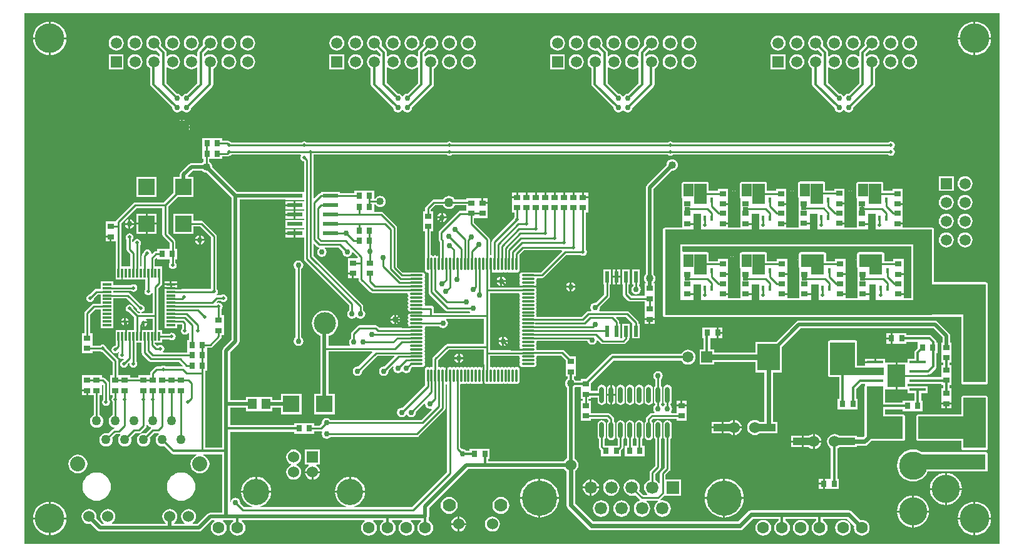
<source format=gtl>
%FSLAX43Y43*%
%MOMM*%
%SFA1B1*%

%IPPOS*%
%ADD10R,0.799998X0.899998*%
%ADD11R,0.899998X0.799998*%
%ADD12R,0.299999X1.199998*%
%ADD13R,1.199998X0.299999*%
%ADD14O,0.299999X1.799996*%
%ADD15O,1.799996X0.299999*%
%ADD16R,0.507999X1.499997*%
%ADD17R,2.199996X2.199996*%
%ADD18R,2.299995X2.299995*%
%ADD19R,1.199998X1.399997*%
%ADD20R,3.047994X3.682993*%
%ADD21R,2.539995X1.015998*%
%ADD22O,0.599999X2.199996*%
%ADD23R,2.031996X0.634999*%
%ADD24R,0.349999X0.799998*%
%ADD25R,2.299995X2.299995*%
%ADD26R,2.199996X0.449999*%
%ADD27R,2.399995X3.099994*%
%ADD28C,0.253999*%
%ADD29C,0.380999*%
%ADD30C,0.634999*%
%ADD31C,0.507999*%
%ADD32C,0.329999*%
%ADD33C,0.761998*%
%ADD34R,9.778980X2.158996*%
%ADD35R,3.047994X6.857986*%
%ADD36R,0.761998X0.634999*%
%ADD37R,1.777996X2.793994*%
%ADD38R,1.396997X1.777996*%
%ADD39R,1.015998X2.285995*%
%ADD40R,1.777996X2.818994*%
%ADD41R,32.257935X2.031996*%
%ADD42R,0.888998X2.285995*%
%ADD43R,2.539995X8.635983*%
%ADD44R,7.619985X4.190992*%
%ADD45R,3.047994X10.413979*%
%ADD46R,6.349987X3.047994*%
%ADD47R,2.285995X7.111986*%
%ADD48R,3.301993X3.047994*%
%ADD49R,7.365985X1.015998*%
%ADD50R,3.428993X4.444991*%
%ADD51R,4.190992X2.031996*%
%ADD52R,2.158996X11.048978*%
%ADD53R,3.555993X3.555993*%
%ADD54R,2.285995X2.285995*%
%ADD55R,2.412995X2.285995*%
%ADD56R,1.269997X1.269997*%
%ADD57R,2.158996X2.158996*%
%ADD58C,0.507999*%
%ADD59C,0.761998*%
%ADD60C,3.999992*%
%ADD61R,1.499997X1.499997*%
%ADD62C,1.499997*%
%ADD63C,1.523997*%
%ADD64C,1.777996*%
%ADD65C,1.269997*%
%ADD66C,2.031996*%
%ADD67R,1.523997X1.523997*%
%ADD68C,3.555993*%
%ADD69C,1.599997*%
%ADD70C,1.689997*%
%ADD71R,1.689997X1.689997*%
%ADD72C,4.759990*%
%ADD73C,3.809992*%
%ADD74C,2.999994*%
%ADD75R,1.499997X1.499997*%
%ADD76C,1.015998*%
%LNlp_led_cube_8x8x8-1*%
%LPD*%
G36*
X161409Y42932D02*
X29470D01*
Y114800*
X161409*
Y42932*
G37*
%LNlp_led_cube_8x8x8-2*%
%LPC*%
G36*
X39242Y52586D02*
X38869Y52549D01*
X38509Y52441*
X38179Y52264*
X37888Y52026*
X37650Y51735*
X37473Y51405*
X37365Y51045*
X37328Y50672*
X37365Y50299*
X37473Y49939*
X37650Y49609*
X37888Y49318*
X38179Y49080*
X38509Y48903*
X38869Y48795*
X39242Y48758*
X39615Y48795*
X39975Y48903*
X40305Y49080*
X40596Y49318*
X40834Y49609*
X41011Y49939*
X41119Y50299*
X41156Y50672*
X41119Y51045*
X41011Y51405*
X40834Y51735*
X40596Y52026*
X40305Y52264*
X39975Y52441*
X39615Y52549*
X39242Y52586*
G37*
G36*
X154177Y85111D02*
X153915Y85077D01*
X153671Y84975*
X153461Y84814*
X153300Y84605*
X153199Y84361*
X153164Y84098*
X153199Y83836*
X153300Y83592*
X153461Y83382*
X153671Y83221*
X153915Y83120*
X154177Y83086*
X154439Y83120*
X154683Y83221*
X154893Y83382*
X155054Y83592*
X155155Y83836*
X155190Y84098*
X155155Y84361*
X155054Y84605*
X154893Y84814*
X154683Y84975*
X154439Y85077*
X154177Y85111*
G37*
G36*
X156270Y50228D02*
X154241D01*
Y48198*
X154537Y48227*
X154944Y48350*
X155319Y48551*
X155648Y48820*
X155917Y49149*
X156118Y49524*
X156241Y49931*
X156270Y50228*
G37*
G36*
X99264Y51755D02*
Y49250D01*
X101769*
X101747Y49536*
X101650Y49939*
X101491Y50323*
X101275Y50676*
X101005Y50991*
X100690Y51261*
X100337Y51477*
X99953Y51636*
X99550Y51733*
X99264Y51755*
G37*
G36*
X99010D02*
X98724Y51733D01*
X98321Y51636*
X97937Y51477*
X97584Y51261*
X97269Y50991*
X96999Y50676*
X96783Y50323*
X96624Y49939*
X96527Y49536*
X96505Y49250*
X99010*
Y51755*
G37*
G36*
X50672Y52586D02*
X50299Y52549D01*
X49939Y52441*
X49609Y52264*
X49318Y52026*
X49080Y51735*
X48903Y51405*
X48795Y51045*
X48758Y50672*
X48795Y50299*
X48903Y49939*
X49080Y49609*
X49318Y49318*
X49609Y49080*
X49939Y48903*
X50299Y48795*
X50672Y48758*
X51045Y48795*
X51405Y48903*
X51735Y49080*
X52026Y49318*
X52264Y49609*
X52441Y49939*
X52549Y50299*
X52586Y50672*
X52549Y51045*
X52441Y51405*
X52264Y51735*
X52026Y52026*
X51735Y52264*
X51405Y52441*
X51045Y52549*
X50672Y52586*
G37*
G36*
X149541Y49463D02*
X149245Y49434D01*
X148838Y49311*
X148463Y49110*
X148134Y48841*
X147865Y48512*
X147664Y48137*
X147541Y47730*
X147512Y47434*
X149541*
Y49463*
G37*
G36*
X93915Y49285D02*
X93617Y49246D01*
X93339Y49130*
X93100Y48947*
X92917Y48708*
X92802Y48430*
X92763Y48132*
X92802Y47834*
X92917Y47556*
X93100Y47317*
X93339Y47134*
X93617Y47018*
X93915Y46979*
X94214Y47018*
X94492Y47134*
X94731Y47317*
X94914Y47556*
X95029Y47834*
X95068Y48132*
X95029Y48430*
X94914Y48708*
X94731Y48947*
X94492Y49130*
X94214Y49246*
X93915Y49285*
G37*
G36*
X41020Y84389D02*
X40443D01*
Y83862*
X41020*
Y84389*
G37*
G36*
X156717Y85111D02*
X156455Y85077D01*
X156211Y84975*
X156001Y84814*
X155840Y84605*
X155739Y84361*
X155704Y84098*
X155739Y83836*
X155840Y83592*
X156001Y83382*
X156211Y83221*
X156455Y83120*
X156717Y83086*
X156979Y83120*
X157223Y83221*
X157433Y83382*
X157594Y83592*
X157695Y83836*
X157730Y84098*
X157695Y84361*
X157594Y84605*
X157433Y84814*
X157223Y84975*
X156979Y85077*
X156717Y85111*
G37*
G36*
X153987Y50228D02*
X151957D01*
X151986Y49931*
X152109Y49524*
X152310Y49149*
X152579Y48820*
X152908Y48551*
X153283Y48350*
X153690Y48227*
X153987Y48198*
Y50228*
G37*
G36*
X149795Y49463D02*
Y47434D01*
X151825*
X151796Y47730*
X151673Y48137*
X151472Y48512*
X151203Y48841*
X150874Y49110*
X150499Y49311*
X150092Y49434*
X149795Y49463*
G37*
G36*
X124000Y51755D02*
X123714Y51733D01*
X123311Y51636*
X122927Y51477*
X122574Y51261*
X122259Y50991*
X121989Y50676*
X121773Y50323*
X121614Y49939*
X121517Y49536*
X121495Y49250*
X124000*
Y51755*
G37*
G36*
X110068Y78960D02*
X109687D01*
Y78083*
X110068*
Y78960*
G37*
G36*
X154241Y52511D02*
Y50481D01*
X156270*
X156241Y50778*
X156118Y51185*
X155917Y51560*
X155648Y51889*
X155319Y52158*
X154944Y52359*
X154537Y52482*
X154241Y52511*
G37*
G36*
X153987D02*
X153690Y52482D01*
X153283Y52359*
X152908Y52158*
X152579Y51889*
X152310Y51560*
X152109Y51185*
X151986Y50778*
X151957Y50481*
X153987*
Y52511*
G37*
G36*
X106219Y51635D02*
Y50670D01*
X107184*
X107163Y50830*
X107052Y51097*
X106876Y51327*
X106646Y51503*
X106379Y51614*
X106219Y51635*
G37*
G36*
X105965D02*
X105805Y51614D01*
X105538Y51503*
X105308Y51327*
X105132Y51097*
X105021Y50830*
X105000Y50670*
X105965*
Y51635*
G37*
G36*
X109433Y78960D02*
X109052D01*
Y78083*
X109433*
Y78960*
G37*
G36*
X137475Y50926D02*
X136948D01*
Y50349*
X137475*
Y50926*
G37*
G36*
X105965Y50416D02*
X105000D01*
X105021Y50256*
X105132Y49989*
X105308Y49759*
X105538Y49583*
X105805Y49472*
X105965Y49451*
Y50416*
G37*
G36*
X108862Y51651D02*
X108575Y51614D01*
X108308Y51503*
X108078Y51327*
X107902Y51097*
X107791Y50830*
X107754Y50543*
X107791Y50256*
X107902Y49989*
X108078Y49759*
X108308Y49583*
X108575Y49472*
X108862Y49435*
X109149Y49472*
X109416Y49583*
X109646Y49759*
X109822Y49989*
X109933Y50256*
X109970Y50543*
X109933Y50830*
X109822Y51097*
X109646Y51327*
X109416Y51503*
X109149Y51614*
X108862Y51651*
G37*
G36*
X124254Y51755D02*
Y49250D01*
X126759*
X126737Y49536*
X126640Y49939*
X126481Y50323*
X126265Y50676*
X125995Y50991*
X125680Y51261*
X125327Y51477*
X124943Y51636*
X124540Y51733*
X124254Y51755*
G37*
G36*
X109433Y80091D02*
X109052D01*
Y79214*
X109433*
Y80091*
G37*
G36*
X110068D02*
X109687D01*
Y79214*
X110068*
Y80091*
G37*
G36*
X107184Y50416D02*
X106219D01*
Y49451*
X106379Y49472*
X106646Y49583*
X106876Y49759*
X107052Y49989*
X107163Y50256*
X107184Y50416*
G37*
G36*
X86931Y49285D02*
X86632Y49246D01*
X86354Y49130*
X86115Y48947*
X85932Y48708*
X85817Y48430*
X85778Y48132*
X85817Y47834*
X85932Y47556*
X86115Y47317*
X86354Y47134*
X86632Y47018*
X86931Y46979*
X87229Y47018*
X87507Y47134*
X87746Y47317*
X87929Y47556*
X88044Y47834*
X88083Y48132*
X88044Y48430*
X87929Y48708*
X87746Y48947*
X87507Y49130*
X87229Y49246*
X86931Y49285*
G37*
G36*
X89209Y45465D02*
X88327D01*
Y44584*
X88466Y44602*
X88713Y44705*
X88925Y44867*
X89088Y45080*
X89190Y45327*
X89209Y45465*
G37*
G36*
X88074D02*
X87192D01*
X87211Y45327*
X87313Y45080*
X87476Y44867*
X87688Y44705*
X87935Y44602*
X88074Y44584*
Y45465*
G37*
G36*
X92772Y46617D02*
X92507Y46582D01*
X92260Y46479*
X92048Y46317*
X91885Y46104*
X91783Y45857*
X91748Y45592*
X91783Y45327*
X91885Y45080*
X92048Y44867*
X92260Y44705*
X92507Y44602*
X92772Y44567*
X93038Y44602*
X93285Y44705*
X93497Y44867*
X93660Y45080*
X93762Y45327*
X93797Y45592*
X93762Y45857*
X93660Y46104*
X93497Y46317*
X93285Y46479*
X93038Y46582*
X92772Y46617*
G37*
G36*
X88074Y46600D02*
X87935Y46582D01*
X87688Y46479*
X87476Y46317*
X87313Y46104*
X87211Y45857*
X87192Y45719*
X88074*
Y46600*
G37*
G36*
X151825Y47180D02*
X149795D01*
Y45150*
X150092Y45179*
X150499Y45302*
X150874Y45503*
X151203Y45772*
X151472Y46101*
X151673Y46476*
X151796Y46883*
X151825Y47180*
G37*
G36*
X149541D02*
X147512D01*
X147541Y46883*
X147664Y46476*
X147865Y46101*
X148134Y45772*
X148463Y45503*
X148838Y45302*
X149245Y45179*
X149541Y45150*
Y47180*
G37*
G36*
X160239Y46227D02*
X158114D01*
Y44102*
X158429Y44133*
X158854Y44262*
X159245Y44471*
X159589Y44752*
X159870Y45096*
X160080Y45487*
X160208Y45912*
X160239Y46227*
G37*
G36*
X35144D02*
X33019D01*
Y44102*
X33334Y44133*
X33759Y44262*
X34150Y44471*
X34494Y44752*
X34775Y45096*
X34985Y45487*
X35113Y45912*
X35144Y46227*
G37*
G36*
X32765D02*
X30640D01*
X30671Y45912*
X30800Y45487*
X31009Y45096*
X31290Y44752*
X31634Y44471*
X32025Y44262*
X32450Y44133*
X32765Y44102*
Y46227*
G37*
G36*
X92143Y89745D02*
X91566D01*
Y89218*
X92143*
Y89745*
G37*
G36*
X157860Y46227D02*
X155735D01*
X155766Y45912*
X155894Y45487*
X156104Y45096*
X156385Y44752*
X156729Y44471*
X157120Y44262*
X157545Y44133*
X157860Y44102*
Y46227*
G37*
G36*
X154177Y90191D02*
X153915Y90157D01*
X153671Y90055*
X153461Y89894*
X153300Y89685*
X153199Y89440*
X153164Y89178*
X153199Y88916*
X153300Y88672*
X153461Y88462*
X153671Y88301*
X153915Y88200*
X154177Y88166*
X154439Y88200*
X154683Y88301*
X154893Y88462*
X155054Y88672*
X155155Y88916*
X155190Y89178*
X155155Y89440*
X155054Y89685*
X154893Y89894*
X154683Y90055*
X154439Y90157*
X154177Y90191*
G37*
G36*
X156717D02*
X156455Y90157D01*
X156211Y90055*
X156001Y89894*
X155840Y89685*
X155739Y89440*
X155704Y89178*
X155739Y88916*
X155840Y88672*
X156001Y88462*
X156211Y88301*
X156455Y88200*
X156717Y88166*
X156979Y88200*
X157223Y88301*
X157433Y88462*
X157594Y88672*
X157695Y88916*
X157730Y89178*
X157695Y89440*
X157594Y89685*
X157433Y89894*
X157223Y90055*
X156979Y90157*
X156717Y90191*
G37*
G36*
X124000Y48996D02*
X121495D01*
X121517Y48710*
X121614Y48307*
X121773Y47923*
X121989Y47570*
X122259Y47255*
X122574Y46985*
X122927Y46769*
X123311Y46610*
X123714Y46513*
X124000Y46491*
Y48996*
G37*
G36*
X101769D02*
X99264D01*
Y46491*
X99550Y46513*
X99953Y46610*
X100337Y46769*
X100690Y46985*
X101005Y47255*
X101275Y47570*
X101491Y47923*
X101650Y48307*
X101747Y48710*
X101769Y48996*
G37*
G36*
X99010D02*
X96505D01*
X96527Y48710*
X96624Y48307*
X96783Y47923*
X96999Y47570*
X97269Y47255*
X97584Y46985*
X97937Y46769*
X98321Y46610*
X98724Y46513*
X99010Y46491*
Y48996*
G37*
G36*
X110247Y48811D02*
X109960Y48774D01*
X109693Y48663*
X109463Y48487*
X109287Y48257*
X109176Y47990*
X109139Y47703*
X109176Y47416*
X109287Y47149*
X109463Y46919*
X109693Y46743*
X109960Y46632*
X110247Y46595*
X110534Y46632*
X110801Y46743*
X111031Y46919*
X111207Y47149*
X111318Y47416*
X111355Y47703*
X111318Y47990*
X111207Y48257*
X111031Y48487*
X110801Y48663*
X110534Y48774*
X110247Y48811*
G37*
G36*
X107477D02*
X107190Y48774D01*
X106923Y48663*
X106693Y48487*
X106517Y48257*
X106406Y47990*
X106369Y47703*
X106406Y47416*
X106517Y47149*
X106693Y46919*
X106923Y46743*
X107190Y46632*
X107477Y46595*
X107764Y46632*
X108031Y46743*
X108261Y46919*
X108437Y47149*
X108548Y47416*
X108585Y47703*
X108548Y47990*
X108437Y48257*
X108261Y48487*
X108031Y48663*
X107764Y48774*
X107477Y48811*
G37*
G36*
X126759Y48996D02*
X124254D01*
Y46491*
X124540Y46513*
X124943Y46610*
X125327Y46769*
X125680Y46985*
X125995Y47255*
X126265Y47570*
X126481Y47923*
X126640Y48307*
X126737Y48710*
X126759Y48996*
G37*
G36*
X158114Y48606D02*
Y46481D01*
X160239*
X160208Y46796*
X160080Y47221*
X159870Y47612*
X159589Y47956*
X159245Y48237*
X158854Y48446*
X158429Y48575*
X158114Y48606*
G37*
G36*
X156717Y87651D02*
X156455Y87617D01*
X156211Y87515*
X156001Y87354*
X155840Y87145*
X155739Y86900*
X155704Y86638*
X155739Y86376*
X155840Y86132*
X156001Y85922*
X156211Y85761*
X156455Y85660*
X156717Y85626*
X156979Y85660*
X157223Y85761*
X157433Y85922*
X157594Y86132*
X157695Y86376*
X157730Y86638*
X157695Y86900*
X157594Y87145*
X157433Y87354*
X157223Y87515*
X156979Y87617*
X156717Y87651*
G37*
G36*
X32765Y48606D02*
X32450Y48575D01*
X32025Y48446*
X31634Y48237*
X31290Y47956*
X31009Y47612*
X30800Y47221*
X30671Y46796*
X30640Y46481*
X32765*
Y48606*
G37*
G36*
X88327Y46600D02*
Y45719D01*
X89209*
X89190Y45857*
X89088Y46104*
X88925Y46317*
X88713Y46479*
X88466Y46582*
X88327Y46600*
G37*
G36*
X157860Y48606D02*
X157545Y48575D01*
X157120Y48446*
X156729Y48237*
X156385Y47956*
X156104Y47612*
X155894Y47221*
X155766Y46796*
X155735Y46481*
X157860*
Y48606*
G37*
G36*
X33019D02*
Y46481D01*
X35144*
X35113Y46796*
X34985Y47221*
X34775Y47612*
X34494Y47956*
X34150Y48237*
X33759Y48446*
X33334Y48575*
X33019Y48606*
G37*
G36*
X154177Y87651D02*
X153915Y87617D01*
X153671Y87515*
X153461Y87354*
X153300Y87145*
X153199Y86900*
X153164Y86638*
X153199Y86376*
X153300Y86132*
X153461Y85922*
X153671Y85761*
X153915Y85660*
X154177Y85626*
X154439Y85660*
X154683Y85761*
X154893Y85922*
X155054Y86132*
X155155Y86376*
X155190Y86638*
X155155Y86900*
X155054Y87145*
X154893Y87354*
X154683Y87515*
X154439Y87617*
X154177Y87651*
G37*
G36*
X125602Y59681D02*
Y58800D01*
X126483*
X126465Y58938*
X126362Y59185*
X126200Y59398*
X125987Y59560*
X125740Y59663*
X125602Y59681*
G37*
G36*
X147400Y71442D02*
D01*
X146873*
Y70738*
Y70034*
X147400*
X147492*
X148800*
Y70285*
X150283*
Y70172*
Y69455*
X150001Y69172*
X149902Y69025*
X149868Y68852*
Y68012*
X148967*
Y67462*
X148900*
X148877*
X147573*
Y65785*
X148948*
X148967Y65804*
X148990*
X151675*
Y65830*
X151754*
X151927Y65864*
X152074Y65963*
X152719Y66608*
X152818Y66755*
X152852Y66928*
Y68764*
X152991*
Y70172*
X152852*
Y70230*
X152818Y70403*
X152719Y70550*
X152211Y71058*
X152064Y71157*
X151891Y71191*
X148800*
Y71442*
X147492*
X147400*
G37*
G36*
X144444Y68012D02*
X143217D01*
Y67660*
X144444*
Y68012*
G37*
G36*
X135000Y68071D02*
X134119D01*
X134137Y67933*
X134240Y67686*
X134402Y67473*
X134615Y67311*
X134862Y67208*
X135000Y67190*
Y68071*
G37*
G36*
X136135D02*
X135254D01*
Y67190*
X135392Y67208*
X135639Y67311*
X135852Y67473*
X136014Y67686*
X136117Y67933*
X136135Y68071*
G37*
G36*
X115188Y66321D02*
X114940Y66272D01*
X114730Y66131*
X114590Y65921*
X114541Y65673*
X114590Y65426*
X114730Y65216*
X114800Y65169*
Y64312*
X114789Y64304*
X114666Y64121*
X114623Y63905*
Y62305*
X114666Y62089*
X114789Y61906*
X114800Y61898*
Y61717*
X114730Y61671*
X114590Y61461*
X114541Y61213*
X114590Y60965*
X114727Y60759*
X114667Y60647*
X114361*
X114212Y60618*
X114086Y60534*
X113643Y60091*
X113559Y59965*
X113530Y59816*
Y59512*
X113519Y59504*
X113396Y59321*
X113353Y59105*
Y57505*
X113396Y57289*
X113519Y57106*
X113702Y56983*
X113918Y56940*
X114134Y56983*
X114317Y57106*
X114440Y57289*
X114483Y57505*
Y59105*
X114440Y59321*
X114317Y59504*
X114306Y59512*
Y59655*
X114522Y59871*
X117659*
Y59605*
X119067*
Y60913*
Y61005*
Y61532*
X117659*
Y61005*
Y60913*
Y60647*
X116979*
X116919Y60759*
X117056Y60965*
X117105Y61213*
X117056Y61461*
X116916Y61671*
X116846Y61717*
Y61898*
X116857Y61906*
X116980Y62089*
X117023Y62305*
Y63905*
X116980Y64121*
X116857Y64304*
X116674Y64427*
X116458Y64470*
X116242Y64427*
X116059Y64304*
X115936Y64121*
X115893Y63905*
Y62305*
X115936Y62089*
X116059Y61906*
X116070Y61898*
Y61717*
X116000Y61671*
X115886Y61501*
X115759*
X115646Y61671*
X115576Y61717*
Y61898*
X115587Y61906*
X115710Y62089*
X115753Y62305*
Y63905*
X115710Y64121*
X115587Y64304*
X115576Y64312*
Y65169*
X115646Y65216*
X115786Y65426*
X115835Y65673*
X115786Y65921*
X115646Y66131*
X115436Y66272*
X115188Y66321*
G37*
G36*
X123824Y59435D02*
X122427D01*
Y58800*
X123824*
Y59435*
G37*
G36*
X126483Y58546D02*
X125602D01*
Y57665*
X125740Y57683*
X125987Y57786*
X126200Y57948*
X126362Y58161*
X126465Y58408*
X126483Y58546*
G37*
G36*
X143890Y70611D02*
X143009D01*
X143027Y70473*
X143130Y70226*
X143292Y70013*
X143505Y69851*
X143752Y69748*
X143890Y69730*
Y70611*
G37*
G36*
X145025D02*
X144144D01*
Y69730*
X144282Y69748*
X144529Y69851*
X144742Y70013*
X144904Y70226*
X145007Y70473*
X145025Y70611*
G37*
G36*
X123824Y58546D02*
X122427D01*
Y57911*
X123824*
Y58546*
G37*
G36*
X135000Y69206D02*
X134862Y69188D01*
X134615Y69085*
X134402Y68923*
X134240Y68710*
X134137Y68463*
X134119Y68325*
X135000*
Y69206*
G37*
G36*
X135254D02*
Y68325D01*
X136135*
X136117Y68463*
X136014Y68710*
X135852Y68923*
X135639Y69085*
X135392Y69188*
X135254Y69206*
G37*
G36*
X108965Y64445D02*
Y63232D01*
X109403*
Y63905*
X109360Y64121*
X109237Y64304*
X109054Y64427*
X108965Y64445*
G37*
G36*
X110108Y64470D02*
X109892Y64427D01*
X109709Y64304*
X109586Y64121*
X109543Y63905*
Y62305*
X109586Y62089*
X109709Y61906*
X109892Y61783*
X110108Y61740*
X110324Y61783*
X110507Y61906*
X110630Y62089*
X110673Y62305*
Y63905*
X110630Y64121*
X110507Y64304*
X110324Y64427*
X110108Y64470*
G37*
G36*
X111378D02*
X111162Y64427D01*
X110979Y64304*
X110856Y64121*
X110813Y63905*
Y62305*
X110856Y62089*
X110979Y61906*
X111162Y61783*
X111378Y61740*
X111594Y61783*
X111777Y61906*
X111900Y62089*
X111943Y62305*
Y63905*
X111900Y64121*
X111777Y64304*
X111594Y64427*
X111378Y64470*
G37*
G36*
X112648D02*
X112432Y64427D01*
X112249Y64304*
X112126Y64121*
X112083Y63905*
Y62305*
X112126Y62089*
X112249Y61906*
X112432Y61783*
X112648Y61740*
X112864Y61783*
X113047Y61906*
X113170Y62089*
X113213Y62305*
Y63905*
X113170Y64121*
X113047Y64304*
X112864Y64427*
X112648Y64470*
G37*
G36*
X154050Y61783D02*
X153473D01*
Y61256*
X154050*
Y61783*
G37*
G36*
X154881D02*
X154304D01*
Y61256*
X154881*
Y61783*
G37*
G36*
X39946Y65742D02*
X37268D01*
Y64434*
Y64342*
Y63815*
X37972*
Y63688*
X38099*
Y63034*
X38854*
Y60363*
X38794Y60339*
X38608Y60196*
X38465Y60010*
X38376Y59794*
X38345Y59562*
X38376Y59330*
X38465Y59114*
X38608Y58928*
X38794Y58785*
X39010Y58696*
X39242Y58665*
X39474Y58696*
X39690Y58785*
X39876Y58928*
X40019Y59114*
X40108Y59330*
X40139Y59562*
X40108Y59794*
X40019Y60010*
X39876Y60196*
X39690Y60339*
X39630Y60363*
Y63034*
X39946*
Y64342*
Y64434*
Y64493*
X40018Y64522*
X40124Y64452*
Y62435*
X40033Y62300*
X39994Y62102*
X40033Y61904*
X40146Y61736*
X40314Y61623*
X40512Y61584*
X40710Y61623*
X40878Y61736*
X40991Y61904*
X41030Y62102*
X40991Y62300*
X40900Y62435*
Y64642*
X40871Y64791*
X40787Y64917*
X40341Y65363*
X40215Y65447*
X40066Y65476*
X39946*
Y65742*
G37*
G36*
X113918Y64470D02*
X113702Y64427D01*
X113519Y64304*
X113396Y64121*
X113353Y63905*
Y62305*
X113396Y62089*
X113519Y61906*
X113702Y61783*
X113918Y61740*
X114134Y61783*
X114317Y61906*
X114440Y62089*
X114483Y62305*
Y63905*
X114440Y64121*
X114317Y64304*
X114134Y64427*
X113918Y64470*
G37*
G36*
X119067Y62313D02*
X118490D01*
Y61786*
X119067*
Y62313*
G37*
G36*
X37845Y63561D02*
X37268D01*
Y63034*
X37845*
Y63561*
G37*
G36*
X108711Y64445D02*
X108622Y64427D01*
X108439Y64304*
X108316Y64121*
X108273Y63905*
Y63232*
X108711*
Y64445*
G37*
G36*
Y62978D02*
X108273D01*
Y62305*
X108316Y62089*
X108439Y61906*
X108622Y61783*
X108711Y61765*
Y62978*
G37*
G36*
X109403D02*
X108965D01*
Y61765*
X109054Y61783*
X109237Y61906*
X109360Y62089*
X109403Y62305*
Y62978*
G37*
G36*
X118236Y62313D02*
X117659D01*
Y61786*
X118236*
Y62313*
G37*
G36*
X113918Y73213D02*
X113341D01*
Y72686*
X113918*
Y73213*
G37*
G36*
X114749D02*
X114172D01*
Y72686*
X114749*
Y73213*
G37*
G36*
X149668Y55699D02*
X149245Y55657D01*
X148838Y55534*
X148463Y55333*
X148134Y55064*
X147865Y54735*
X147664Y54360*
X147541Y53953*
X147499Y53529*
X147541Y53106*
X147664Y52699*
X147865Y52324*
X148134Y51995*
X148463Y51726*
X148838Y51525*
X149245Y51402*
X149668Y51360*
X150092Y51402*
X150499Y51525*
X150874Y51726*
X151203Y51995*
X151472Y52324*
X151673Y52699*
X159511*
X159610Y52719*
X159694Y52775*
X159750Y52859*
X159770Y52958*
Y55117*
X159750Y55216*
X159694Y55300*
X159610Y55356*
X159511Y55376*
X150794*
X150499Y55534*
X150092Y55657*
X149668Y55699*
G37*
G36*
X136143Y57776D02*
X136005Y57758D01*
X135758Y57655*
X135594Y57530*
X134873*
Y56768*
Y56006*
X135594*
X135758Y55881*
X136005Y55778*
X136143Y55760*
Y56768*
Y57776*
G37*
G36*
X159511Y62996D02*
X156463D01*
X156364Y62976*
X156280Y62920*
X156224Y62836*
X156204Y62737*
Y60456*
X150367*
X150268Y60436*
X150184Y60380*
X150128Y60296*
X150108Y60197*
Y57149*
X150128Y57050*
X150184Y56966*
X150268Y56910*
X150367Y56890*
X156204*
Y55879*
X156224Y55780*
X156280Y55696*
X156364Y55640*
X156463Y55620*
X159511*
X159610Y55640*
X159694Y55696*
X159750Y55780*
X159770Y55879*
Y62737*
X159750Y62836*
X159694Y62920*
X159610Y62976*
X159511Y62996*
G37*
G36*
X36702Y55001D02*
X36370Y54957D01*
X36062Y54829*
X35796Y54626*
X35593Y54360*
X35465Y54052*
X35421Y53720*
X35465Y53388*
X35593Y53080*
X35796Y52814*
X36062Y52611*
X36370Y52483*
X36702Y52439*
X37034Y52483*
X37342Y52611*
X37608Y52814*
X37811Y53080*
X37939Y53388*
X37983Y53720*
X37939Y54052*
X37811Y54360*
X37608Y54626*
X37342Y54829*
X37034Y54957*
X36702Y55001*
G37*
G36*
X137475Y51757D02*
X136948D01*
Y51180*
X137475*
Y51757*
G37*
G36*
X103999Y77596D02*
X103504D01*
Y77101*
X103625Y77125*
X103835Y77265*
X103975Y77475*
X103999Y77596*
G37*
G36*
X103250Y78345D02*
X103129Y78321D01*
X102919Y78181*
X102779Y77971*
X102755Y77850*
X103250*
Y78345*
G37*
G36*
X103504D02*
Y77850D01*
X103999*
X103975Y77971*
X103835Y78181*
X103625Y78321*
X103504Y78345*
G37*
G36*
X116458Y59670D02*
X116242Y59627D01*
X116059Y59504*
X115936Y59321*
X115893Y59105*
Y57505*
X115936Y57289*
X116059Y57106*
X116070Y57098*
Y53246*
X115548Y52725*
X115464Y52599*
X115435Y52450*
Y51200*
X115314Y51159*
X115186Y51327*
X114956Y51503*
X114790Y51572*
Y52416*
X115463Y53088*
X115547Y53214*
X115576Y53363*
Y57098*
X115587Y57106*
X115710Y57289*
X115753Y57505*
Y59105*
X115710Y59321*
X115587Y59504*
X115404Y59627*
X115188Y59670*
X114972Y59627*
X114789Y59504*
X114666Y59321*
X114623Y59105*
Y57505*
X114666Y57289*
X114789Y57106*
X114800Y57098*
Y53524*
X114127Y52852*
X114043Y52726*
X114014Y52577*
Y51572*
X113848Y51503*
X113618Y51327*
X113442Y51097*
X113331Y50830*
X113294Y50543*
X113331Y50256*
X113442Y49989*
X113618Y49759*
X113752Y49657*
X113711Y49536*
X113188*
X112634Y50090*
X112703Y50256*
X112740Y50543*
X112703Y50830*
X112592Y51097*
X112416Y51327*
X112186Y51503*
X111919Y51614*
X111632Y51651*
X111345Y51614*
X111078Y51503*
X110848Y51327*
X110672Y51097*
X110561Y50830*
X110524Y50543*
X110561Y50256*
X110672Y49989*
X110848Y49759*
X111078Y49583*
X111345Y49472*
X111632Y49435*
X111919Y49472*
X112085Y49541*
X112735Y48890*
X112711Y48766*
X112463Y48663*
X112233Y48487*
X112057Y48257*
X111946Y47990*
X111909Y47703*
X111946Y47416*
X112057Y47149*
X112233Y46919*
X112463Y46743*
X112730Y46632*
X113017Y46595*
X113304Y46632*
X113571Y46743*
X113801Y46919*
X113977Y47149*
X114088Y47416*
X114125Y47703*
X114088Y47990*
X113977Y48257*
X113801Y48487*
X113602Y48639*
X113643Y48760*
X115161*
X115202Y48639*
X115003Y48487*
X114827Y48257*
X114716Y47990*
X114679Y47703*
X114716Y47416*
X114827Y47149*
X115003Y46919*
X115233Y46743*
X115500Y46632*
X115787Y46595*
X116074Y46632*
X116341Y46743*
X116571Y46919*
X116747Y47149*
X116858Y47416*
X116895Y47703*
X116858Y47990*
X116747Y48257*
X116571Y48487*
X116341Y48663*
X116074Y48774*
X115787Y48811*
X115538Y48779*
X115482Y48893*
X116045Y49456*
X116073Y49444*
X118271*
Y51642*
X116211*
Y52289*
X116733Y52810*
X116817Y52936*
X116822Y52961*
X116846Y53085*
Y57098*
X116857Y57106*
X116980Y57289*
X117023Y57505*
Y59105*
X116980Y59321*
X116857Y59504*
X116674Y59627*
X116458Y59670*
G37*
G36*
X112718Y80091D02*
X111702D01*
Y78083*
X111822*
Y77846*
X111752Y77800*
X111612Y77590*
X111563Y77342*
X111612Y77094*
X111752Y76884*
X111962Y76744*
X112210Y76695*
X112458Y76744*
X112668Y76884*
X112808Y77094*
X112857Y77342*
X112808Y77590*
X112668Y77800*
X112598Y77846*
Y78083*
X112718*
Y80091*
G37*
G36*
X103250Y77596D02*
X102755D01*
X102779Y77475*
X102919Y77265*
X103129Y77125*
X103250Y77101*
Y77596*
G37*
G36*
X137278Y56641D02*
X136397D01*
Y55760*
X136535Y55778*
X136782Y55881*
X136995Y56043*
X137157Y56256*
X137260Y56503*
X137278Y56641*
G37*
G36*
X134619Y57530D02*
X133222D01*
Y56895*
X134619*
Y57530*
G37*
G36*
X112648Y59670D02*
X112432Y59627D01*
X112249Y59504*
X112126Y59321*
X112083Y59105*
Y57505*
X112126Y57289*
X112249Y57106*
X112260Y57098*
Y56202*
X112059*
X111967*
X111766*
Y57098*
X111777Y57106*
X111900Y57289*
X111943Y57505*
Y59105*
X111900Y59321*
X111777Y59504*
X111594Y59627*
X111378Y59670*
X111162Y59627*
X110979Y59504*
X110856Y59321*
X110813Y59105*
Y57505*
X110856Y57289*
X110979Y57106*
X110990Y57098*
Y56202*
X110659*
Y54794*
X111967*
X112059*
X113367*
Y56202*
X113036*
Y57098*
X113047Y57106*
X113170Y57289*
X113213Y57505*
Y59105*
X113170Y59321*
X113047Y59504*
X112864Y59627*
X112648Y59670*
G37*
G36*
X152653Y73161D02*
X134238D01*
X134040Y73122*
X133872Y73009*
X131156Y70294*
X128332*
Y68845*
X122796*
Y69202*
X122245*
Y70796*
X122508*
X122600*
X123127*
Y71500*
Y72204*
X122600*
X122508*
X121200*
Y70796*
X121339*
Y69202*
X120788*
Y67194*
X122796*
Y67551*
X128332*
Y66103*
X129528*
Y59435*
X128945*
X128781Y59560*
X128534Y59663*
X128269Y59698*
X128004Y59663*
X127757Y59560*
X127544Y59398*
X127382Y59185*
X127279Y58938*
X127244Y58673*
X127279Y58408*
X127382Y58161*
X127544Y57948*
X127757Y57786*
X128004Y57683*
X128269Y57648*
X128534Y57683*
X128781Y57786*
X128945Y57911*
X131317*
Y59435*
X130693*
Y66103*
X131888*
Y69561*
X134453Y72125*
X152438*
X153659Y70904*
Y70187*
X153473*
Y68879*
Y68787*
Y67479*
X153724*
Y67139*
X153473*
Y65831*
Y65739*
Y65486*
X151675*
Y65512*
X148990*
X148967*
X148948Y65531*
X147573*
Y63854*
X148877*
X148900*
X148967Y63787*
Y63304*
X149852*
Y62298*
X149651*
X149559*
X148251*
Y62047*
X145927*
Y63789*
X145992Y63854*
X146017*
X147319*
Y65658*
Y67462*
X145992*
X145925Y67529*
Y68012*
X144698*
Y67533*
X144571*
Y67406*
X143217*
Y67060*
X142117*
Y70230*
X142097Y70329*
X142041Y70413*
X141957Y70469*
X141858Y70489*
X138429*
X138330Y70469*
X138246Y70413*
X138190Y70329*
X138170Y70230*
Y66801*
Y65785*
X138190Y65686*
X138246Y65602*
X138330Y65546*
X138429Y65526*
X139689*
Y62552*
X139488*
Y61144*
X140796*
X140888*
X142196*
Y62552*
X141995*
Y63884*
X142691Y64580*
X143183*
X143217Y64468*
Y64456*
X143199Y64444*
X143143Y64360*
X143123Y64261*
Y57587*
X142887Y57351*
X142112*
Y57530*
X139740*
X139576Y57655*
X139329Y57758*
X139064Y57793*
X138799Y57758*
X138552Y57655*
X138339Y57493*
X138177Y57280*
X138074Y57033*
X138039Y56768*
X138074Y56503*
X138177Y56256*
X138339Y56043*
X138549Y55883*
Y51757*
X138348*
X138256*
X137729*
Y51053*
Y50349*
X138256*
X138348*
X139656*
Y51757*
X139455*
Y55830*
X139576Y55881*
X139740Y56006*
X142112*
Y56185*
X143128*
X143351Y56230*
X143540Y56356*
X144074Y56890*
X148335*
X148434Y56910*
X148518Y56966*
X148574Y57050*
X148594Y57149*
Y60197*
X148574Y60296*
X148518Y60380*
X148434Y60436*
X148335Y60456*
X145927*
Y61141*
X148251*
Y60890*
X149559*
X149651*
X150959*
Y62298*
X150758*
Y63304*
X151675*
Y64262*
X148990*
X148967*
X148900Y64329*
Y64487*
X148967Y64554*
X148990*
X151675*
Y64580*
X153473*
Y64431*
X153724*
Y63964*
X153473*
Y62656*
Y62564*
Y62037*
X154881*
Y62564*
Y62656*
Y63964*
X154630*
Y64431*
X154881*
Y65739*
Y65831*
Y67139*
X154630*
Y67479*
X154881*
Y68787*
Y68879*
Y70187*
X154695*
Y71119*
X154656Y71317*
X154543Y71485*
X153019Y73009*
X152851Y73122*
X152653Y73161*
G37*
G36*
X125348Y59681D02*
X125210Y59663D01*
X124963Y59560*
X124799Y59435*
X124078*
Y58673*
Y57911*
X124799*
X124963Y57786*
X125210Y57683*
X125348Y57665*
Y58673*
Y59681*
G37*
G36*
X136397Y57776D02*
Y56895D01*
X137278*
X137260Y57033*
X137157Y57280*
X136995Y57493*
X136782Y57655*
X136535Y57758*
X136397Y57776*
G37*
G36*
X146619Y70611D02*
X146092D01*
Y70034*
X146619*
Y70611*
G37*
G36*
X123908Y71373D02*
X123381D01*
Y70796*
X123908*
Y71373*
G37*
G36*
X110108Y59670D02*
X109892Y59627D01*
X109709Y59504*
X109586Y59321*
X109543Y59105*
Y57505*
X109586Y57289*
X109709Y57106*
X109720Y57098*
Y56229*
X109693Y56202*
X108884*
X108792*
X107983*
X107956Y56229*
Y57098*
X107967Y57106*
X108090Y57289*
X108133Y57505*
Y59105*
X108090Y59321*
X107967Y59504*
X107784Y59627*
X107568Y59670*
X107352Y59627*
X107169Y59504*
X107046Y59321*
X107003Y59105*
Y57505*
X107046Y57289*
X107169Y57106*
X107180Y57098*
Y56068*
X107209Y55919*
X107293Y55793*
X107484Y55603*
Y54794*
X108792*
X108884*
X110192*
Y55603*
X110383Y55793*
X110467Y55919*
X110496Y56068*
Y57098*
X110507Y57106*
X110630Y57289*
X110673Y57505*
Y59105*
X110630Y59321*
X110507Y59504*
X110324Y59627*
X110108Y59670*
G37*
G36*
X134619Y56641D02*
X133222D01*
Y56006*
X134619*
Y56641*
G37*
G36*
X123908Y72204D02*
X123381D01*
Y71627*
X123908*
Y72204*
G37*
G36*
X146619Y71442D02*
X146092D01*
Y70865*
X146619*
Y71442*
G37*
G36*
X143890Y71746D02*
X143752Y71728D01*
X143505Y71625*
X143292Y71463*
X143130Y71250*
X143027Y71003*
X143009Y70865*
X143890*
Y71746*
G37*
G36*
X144144D02*
Y70865D01*
X145025*
X145007Y71003*
X144904Y71250*
X144742Y71463*
X144529Y71625*
X144282Y71728*
X144144Y71746*
G37*
G36*
X137540Y91977D02*
X134365D01*
X134266Y91958*
X134182Y91902*
X134126Y91818*
X134106Y91718*
Y91409*
X134101Y91408*
Y91216*
X134106Y91215*
Y89940*
X134126Y89841*
X134169Y89777*
Y89732*
Y89640*
Y88332*
Y87065*
Y86973*
Y85729*
X132529*
Y86167*
X131825*
Y86421*
X132529*
Y86948*
Y87040*
Y88307*
Y88834*
X131825*
Y89088*
X132529*
Y89615*
Y89707*
Y91015*
X131121*
Y90749*
X129925*
Y91693*
X129905Y91792*
X129849Y91876*
X129765Y91932*
X129666Y91952*
X126491*
X126392Y91932*
X126308Y91876*
X126252Y91792*
X126232Y91693*
Y91409*
X126227Y91408*
Y91216*
X126232Y91215*
Y89915*
X126252Y89816*
X126295Y89751*
Y89707*
Y89615*
Y88307*
Y87040*
Y86948*
Y85729*
X124655*
Y86167*
X123951*
Y86421*
X124655*
Y86948*
Y87040*
Y88307*
Y88834*
X123951*
Y89088*
X124655*
Y89615*
Y89707*
Y91015*
X123247*
Y90749*
X122051*
Y91693*
X122031Y91792*
X121975Y91876*
X121891Y91932*
X121792Y91952*
X118617*
X118518Y91932*
X118434Y91876*
X118378Y91792*
X118358Y91693*
Y89915*
X118378Y89816*
X118421Y89751*
Y89707*
Y89615*
Y88307*
Y87040*
Y86948*
Y85729*
X116077*
X115978Y85709*
X115894Y85653*
X115838Y85569*
X115818Y85470*
Y84962*
Y83438*
Y75945*
Y73913*
X115838Y73814*
X115894Y73730*
X115978Y73674*
X116077Y73654*
X156204*
Y64769*
X156224Y64670*
X156280Y64586*
X156364Y64530*
X156463Y64510*
X159511*
X159610Y64530*
X159694Y64586*
X159750Y64670*
X159770Y64769*
Y75183*
Y78104*
X159750Y78203*
X159694Y78287*
X159610Y78343*
X159511Y78363*
X152531*
Y84327*
Y85470*
X152511Y85569*
X152455Y85653*
X152371Y85709*
X152272Y85729*
X148277*
Y86167*
X147573*
Y86421*
X148277*
Y86948*
Y87040*
Y88307*
Y88834*
X147573*
Y89088*
X148277*
Y89615*
Y89707*
Y91015*
X146869*
Y90749*
X145673*
Y91693*
X145653Y91792*
X145597Y91876*
X145513Y91932*
X145414Y91952*
X142239*
X142140Y91932*
X142056Y91876*
X142000Y91792*
X141980Y91693*
Y91409*
X141975Y91408*
Y91216*
X141980Y91215*
Y89915*
X142000Y89816*
X142043Y89751*
Y89707*
Y89615*
Y88307*
Y87040*
Y86948*
Y85729*
X140403*
Y86192*
X139699*
Y86446*
X140403*
Y86973*
Y87065*
Y88332*
Y88859*
X139699*
Y89113*
X140403*
Y89640*
Y89732*
Y91040*
X138995*
Y90775*
X137799*
Y91718*
X137779Y91818*
X137723Y91902*
X137639Y91958*
X137540Y91977*
G37*
G36*
X72733Y109207D02*
X70725D01*
Y107199*
X72733*
Y109207*
G37*
G36*
X102578D02*
X100570D01*
Y107199*
X102578*
Y109207*
G37*
G36*
X132423D02*
X130415D01*
Y107199*
X132423*
Y109207*
G37*
G36*
X42888D02*
X40880D01*
Y107199*
X42888*
Y109207*
G37*
G36*
X133959Y109216D02*
X133696Y109181D01*
X133452Y109080*
X133243Y108919*
X133082Y108709*
X132980Y108465*
X132946Y108203*
X132980Y107941*
X133082Y107697*
X133243Y107487*
X133452Y107326*
X133696Y107225*
X133959Y107190*
X134221Y107225*
X134465Y107326*
X134675Y107487*
X134836Y107697*
X134937Y107941*
X134971Y108203*
X134937Y108465*
X134836Y108709*
X134675Y108919*
X134465Y109080*
X134221Y109181*
X133959Y109216*
G37*
G36*
X146659D02*
X146397Y109181D01*
X146152Y109080*
X145943Y108919*
X145782Y108709*
X145680Y108465*
X145646Y108203*
X145680Y107941*
X145782Y107697*
X145943Y107487*
X146152Y107326*
X146397Y107225*
X146659Y107190*
X146921Y107225*
X147165Y107326*
X147375Y107487*
X147536Y107697*
X147637Y107941*
X147671Y108203*
X147637Y108465*
X147536Y108709*
X147375Y108919*
X147165Y109080*
X146921Y109181*
X146659Y109216*
G37*
G36*
X149199D02*
X148937Y109181D01*
X148692Y109080*
X148483Y108919*
X148322Y108709*
X148220Y108465*
X148186Y108203*
X148220Y107941*
X148322Y107697*
X148483Y107487*
X148692Y107326*
X148937Y107225*
X149199Y107190*
X149461Y107225*
X149705Y107326*
X149915Y107487*
X150076Y107697*
X150177Y107941*
X150211Y108203*
X150177Y108465*
X150076Y108709*
X149915Y108919*
X149705Y109080*
X149461Y109181*
X149199Y109216*
G37*
G36*
X32765Y111251D02*
X30640D01*
X30671Y110936*
X30800Y110511*
X31009Y110120*
X31290Y109776*
X31634Y109495*
X32025Y109285*
X32450Y109157*
X32765Y109126*
Y111251*
G37*
G36*
X35144D02*
X33019D01*
Y109126*
X33334Y109157*
X33759Y109285*
X34150Y109495*
X34494Y109776*
X34775Y110120*
X34985Y110511*
X35113Y110936*
X35144Y111251*
G37*
G36*
X157860D02*
X155735D01*
X155766Y110936*
X155894Y110511*
X156104Y110120*
X156385Y109776*
X156729Y109495*
X157120Y109285*
X157545Y109157*
X157860Y109126*
Y111251*
G37*
G36*
X114274Y111756D02*
X114011Y111721D01*
X113767Y111620*
X113558Y111459*
X113397Y111249*
X113295Y111005*
X113261Y110743*
X113295Y110481*
X113310Y110446*
X112683Y109819*
X112585Y109672*
X112550Y109498*
Y108985*
X112436Y108929*
X112240Y109080*
X111996Y109181*
X111734Y109216*
X111472Y109181*
X111227Y109080*
X111018Y108919*
X110857Y108709*
X110755Y108465*
X110721Y108203*
X110755Y107941*
X110857Y107697*
X111018Y107487*
X111227Y107326*
X111472Y107225*
X111734Y107190*
X111996Y107225*
X112240Y107326*
X112436Y107477*
X112550Y107421*
Y105343*
X111104Y103896*
X111099Y103897*
X110851Y103848*
X110641Y103708*
X110527Y103538*
X110400*
X110286Y103708*
X110076Y103848*
X109829Y103897*
X109823Y103896*
X108377Y105343*
Y107421*
X108491Y107477*
X108687Y107326*
X108932Y107225*
X109194Y107190*
X109456Y107225*
X109700Y107326*
X109910Y107487*
X110071Y107697*
X110172Y107941*
X110206Y108203*
X110172Y108465*
X110071Y108709*
X109910Y108919*
X109700Y109080*
X109456Y109181*
X109194Y109216*
X108932Y109181*
X108687Y109080*
X108491Y108929*
X108377Y108985*
Y109473*
X108342Y109646*
X108293Y109720*
X108244Y109793*
X107610Y110428*
X107632Y110481*
X107666Y110743*
X107632Y111005*
X107531Y111249*
X107370Y111459*
X107160Y111620*
X106916Y111721*
X106654Y111756*
X106392Y111721*
X106147Y111620*
X105938Y111459*
X105777Y111249*
X105675Y111005*
X105641Y110743*
X105675Y110481*
X105777Y110237*
X105938Y110027*
X106147Y109866*
X106392Y109765*
X106654Y109730*
X106916Y109765*
X106969Y109787*
X107470Y109285*
Y108985*
X107356Y108929*
X107160Y109080*
X106916Y109181*
X106654Y109216*
X106392Y109181*
X106147Y109080*
X105938Y108919*
X105777Y108709*
X105675Y108465*
X105641Y108203*
X105675Y107941*
X105777Y107697*
X105938Y107487*
X106147Y107326*
X106175Y107315*
Y105180*
X106209Y105007*
X106308Y104860*
X109182Y101985*
X109181Y101980*
X109230Y101732*
X109371Y101522*
X109581Y101382*
X109829Y101333*
X110076Y101382*
X110286Y101522*
X110400Y101692*
X110527*
X110641Y101522*
X110851Y101382*
X111099Y101333*
X111346Y101382*
X111556Y101522*
X111697Y101732*
X111746Y101980*
X111745Y101985*
X114569Y104809*
X114667Y104956*
X114701Y105130*
Y107293*
X114780Y107326*
X114990Y107487*
X115151Y107697*
X115252Y107941*
X115286Y108203*
X115252Y108465*
X115151Y108709*
X114990Y108919*
X114780Y109080*
X114536Y109181*
X114274Y109216*
X114011Y109181*
X113767Y109080*
X113571Y108929*
X113457Y108985*
Y109311*
X113940Y109794*
X114011Y109765*
X114274Y109730*
X114536Y109765*
X114780Y109866*
X114990Y110027*
X115151Y110237*
X115252Y110481*
X115286Y110743*
X115252Y111005*
X115151Y111249*
X114990Y111459*
X114780Y111620*
X114536Y111721*
X114274Y111756*
G37*
G36*
X54584D02*
X54321Y111721D01*
X54077Y111620*
X53868Y111459*
X53707Y111249*
X53605Y111005*
X53571Y110743*
X53605Y110481*
X53620Y110446*
X52993Y109819*
X52895Y109672*
X52860Y109498*
Y108985*
X52746Y108929*
X52550Y109080*
X52306Y109181*
X52044Y109216*
X51782Y109181*
X51537Y109080*
X51328Y108919*
X51167Y108709*
X51065Y108465*
X51031Y108203*
X51065Y107941*
X51167Y107697*
X51328Y107487*
X51537Y107326*
X51782Y107225*
X52044Y107190*
X52306Y107225*
X52550Y107326*
X52746Y107477*
X52860Y107421*
Y105343*
X51414Y103896*
X51409Y103897*
X51161Y103848*
X50951Y103708*
X50837Y103538*
X50710*
X50596Y103708*
X50386Y103848*
X50139Y103897*
X50133Y103896*
X48687Y105343*
Y107421*
X48801Y107477*
X48997Y107326*
X49242Y107225*
X49504Y107190*
X49766Y107225*
X50010Y107326*
X50220Y107487*
X50381Y107697*
X50482Y107941*
X50516Y108203*
X50482Y108465*
X50381Y108709*
X50220Y108919*
X50010Y109080*
X49766Y109181*
X49504Y109216*
X49242Y109181*
X48997Y109080*
X48801Y108929*
X48687Y108985*
Y109473*
X48652Y109646*
X48603Y109720*
X48554Y109793*
X47920Y110428*
X47942Y110481*
X47976Y110743*
X47942Y111005*
X47841Y111249*
X47680Y111459*
X47470Y111620*
X47226Y111721*
X46964Y111756*
X46701Y111721*
X46457Y111620*
X46248Y111459*
X46087Y111249*
X45985Y111005*
X45951Y110743*
X45985Y110481*
X46087Y110237*
X46248Y110027*
X46457Y109866*
X46701Y109765*
X46964Y109730*
X47226Y109765*
X47279Y109787*
X47780Y109285*
Y108985*
X47666Y108929*
X47470Y109080*
X47226Y109181*
X46964Y109216*
X46701Y109181*
X46457Y109080*
X46248Y108919*
X46087Y108709*
X45985Y108465*
X45951Y108203*
X45985Y107941*
X46087Y107697*
X46248Y107487*
X46457Y107326*
X46485Y107315*
Y105180*
X46519Y105007*
X46618Y104860*
X49492Y101985*
X49491Y101980*
X49540Y101732*
X49681Y101522*
X49891Y101382*
X50139Y101333*
X50386Y101382*
X50596Y101522*
X50710Y101692*
X50837*
X50951Y101522*
X51161Y101382*
X51409Y101333*
X51656Y101382*
X51866Y101522*
X52007Y101732*
X52056Y101980*
X52055Y101985*
X54879Y104809*
X54977Y104956*
X55011Y105130*
Y107293*
X55090Y107326*
X55300Y107487*
X55461Y107697*
X55562Y107941*
X55596Y108203*
X55562Y108465*
X55461Y108709*
X55300Y108919*
X55090Y109080*
X54846Y109181*
X54584Y109216*
X54321Y109181*
X54077Y109080*
X53881Y108929*
X53767Y108985*
Y109311*
X54250Y109794*
X54321Y109765*
X54584Y109730*
X54846Y109765*
X55090Y109866*
X55300Y110027*
X55461Y110237*
X55562Y110481*
X55596Y110743*
X55562Y111005*
X55461Y111249*
X55300Y111459*
X55090Y111620*
X54846Y111721*
X54584Y111756*
G37*
G36*
X84429D02*
X84167Y111721D01*
X83922Y111620*
X83713Y111459*
X83552Y111249*
X83450Y111005*
X83416Y110743*
X83450Y110481*
X83465Y110446*
X82838Y109819*
X82740Y109672*
X82705Y109498*
Y108985*
X82591Y108929*
X82395Y109080*
X82151Y109181*
X81889Y109216*
X81627Y109181*
X81382Y109080*
X81173Y108919*
X81012Y108709*
X80910Y108465*
X80876Y108203*
X80910Y107941*
X81012Y107697*
X81173Y107487*
X81382Y107326*
X81627Y107225*
X81889Y107190*
X82151Y107225*
X82395Y107326*
X82591Y107477*
X82705Y107421*
Y105343*
X81259Y103896*
X81254Y103897*
X81006Y103848*
X80796Y103708*
X80682Y103538*
X80555*
X80441Y103708*
X80231Y103848*
X79984Y103897*
X79978Y103896*
X78532Y105343*
Y107421*
X78646Y107477*
X78842Y107326*
X79087Y107225*
X79349Y107190*
X79611Y107225*
X79855Y107326*
X80065Y107487*
X80226Y107697*
X80327Y107941*
X80361Y108203*
X80327Y108465*
X80226Y108709*
X80065Y108919*
X79855Y109080*
X79611Y109181*
X79349Y109216*
X79087Y109181*
X78842Y109080*
X78646Y108929*
X78532Y108985*
Y109473*
X78497Y109646*
X78448Y109720*
X78399Y109793*
X77765Y110428*
X77787Y110481*
X77821Y110743*
X77787Y111005*
X77686Y111249*
X77525Y111459*
X77315Y111620*
X77071Y111721*
X76809Y111756*
X76547Y111721*
X76302Y111620*
X76093Y111459*
X75932Y111249*
X75830Y111005*
X75796Y110743*
X75830Y110481*
X75932Y110237*
X76093Y110027*
X76302Y109866*
X76547Y109765*
X76809Y109730*
X77071Y109765*
X77124Y109787*
X77625Y109285*
Y108985*
X77511Y108929*
X77315Y109080*
X77071Y109181*
X76809Y109216*
X76547Y109181*
X76302Y109080*
X76093Y108919*
X75932Y108709*
X75830Y108465*
X75796Y108203*
X75830Y107941*
X75932Y107697*
X76093Y107487*
X76302Y107326*
X76330Y107315*
Y105180*
X76364Y105007*
X76463Y104860*
X79337Y101985*
X79336Y101980*
X79385Y101732*
X79526Y101522*
X79736Y101382*
X79984Y101333*
X80231Y101382*
X80441Y101522*
X80555Y101692*
X80682*
X80796Y101522*
X81006Y101382*
X81254Y101333*
X81501Y101382*
X81711Y101522*
X81852Y101732*
X81901Y101980*
X81900Y101985*
X84724Y104809*
X84822Y104956*
X84856Y105130*
Y107293*
X84935Y107326*
X85145Y107487*
X85306Y107697*
X85407Y107941*
X85441Y108203*
X85407Y108465*
X85306Y108709*
X85145Y108919*
X84935Y109080*
X84691Y109181*
X84429Y109216*
X84167Y109181*
X83922Y109080*
X83726Y108929*
X83612Y108985*
Y109311*
X84095Y109794*
X84167Y109765*
X84429Y109730*
X84691Y109765*
X84935Y109866*
X85145Y110027*
X85306Y110237*
X85407Y110481*
X85441Y110743*
X85407Y111005*
X85306Y111249*
X85145Y111459*
X84935Y111620*
X84691Y111721*
X84429Y111756*
G37*
G36*
X144119D02*
X143856Y111721D01*
X143612Y111620*
X143403Y111459*
X143242Y111249*
X143140Y111005*
X143106Y110743*
X143140Y110481*
X143155Y110446*
X142528Y109819*
X142430Y109672*
X142395Y109498*
Y108985*
X142281Y108929*
X142085Y109080*
X141841Y109181*
X141579Y109216*
X141317Y109181*
X141072Y109080*
X140863Y108919*
X140702Y108709*
X140600Y108465*
X140566Y108203*
X140600Y107941*
X140702Y107697*
X140863Y107487*
X141072Y107326*
X141317Y107225*
X141579Y107190*
X141841Y107225*
X142085Y107326*
X142281Y107477*
X142395Y107421*
Y105343*
X140949Y103896*
X140944Y103897*
X140696Y103848*
X140486Y103708*
X140372Y103538*
X140245*
X140131Y103708*
X139921Y103848*
X139674Y103897*
X139668Y103896*
X138222Y105343*
Y107421*
X138336Y107477*
X138532Y107326*
X138776Y107225*
X139039Y107190*
X139301Y107225*
X139545Y107326*
X139755Y107487*
X139916Y107697*
X140017Y107941*
X140051Y108203*
X140017Y108465*
X139916Y108709*
X139755Y108919*
X139545Y109080*
X139301Y109181*
X139039Y109216*
X138776Y109181*
X138532Y109080*
X138336Y108929*
X138222Y108985*
Y109473*
X138187Y109646*
X138138Y109720*
X138089Y109793*
X137455Y110428*
X137477Y110481*
X137511Y110743*
X137477Y111005*
X137376Y111249*
X137215Y111459*
X137005Y111620*
X136761Y111721*
X136499Y111756*
X136237Y111721*
X135992Y111620*
X135783Y111459*
X135622Y111249*
X135520Y111005*
X135486Y110743*
X135520Y110481*
X135622Y110237*
X135783Y110027*
X135992Y109866*
X136237Y109765*
X136499Y109730*
X136761Y109765*
X136814Y109787*
X137315Y109285*
Y108985*
X137201Y108929*
X137005Y109080*
X136761Y109181*
X136499Y109216*
X136237Y109181*
X135992Y109080*
X135783Y108919*
X135622Y108709*
X135520Y108465*
X135486Y108203*
X135520Y107941*
X135622Y107697*
X135783Y107487*
X135992Y107326*
X136020Y107315*
Y105180*
X136054Y105007*
X136153Y104860*
X139027Y101985*
X139026Y101980*
X139075Y101732*
X139216Y101522*
X139426Y101382*
X139674Y101333*
X139921Y101382*
X140131Y101522*
X140245Y101692*
X140372*
X140486Y101522*
X140696Y101382*
X140944Y101333*
X141191Y101382*
X141401Y101522*
X141542Y101732*
X141591Y101980*
X141590Y101985*
X144414Y104809*
X144512Y104956*
X144546Y105130*
Y107293*
X144625Y107326*
X144835Y107487*
X144996Y107697*
X145097Y107941*
X145131Y108203*
X145097Y108465*
X144996Y108709*
X144835Y108919*
X144625Y109080*
X144381Y109181*
X144119Y109216*
X143856Y109181*
X143612Y109080*
X143416Y108929*
X143302Y108985*
Y109311*
X143785Y109794*
X143856Y109765*
X144119Y109730*
X144381Y109765*
X144625Y109866*
X144835Y110027*
X144996Y110237*
X145097Y110481*
X145131Y110743*
X145097Y111005*
X144996Y111249*
X144835Y111459*
X144625Y111620*
X144381Y111721*
X144119Y111756*
G37*
G36*
X119354Y109216D02*
X119091Y109181D01*
X118847Y109080*
X118638Y108919*
X118477Y108709*
X118375Y108465*
X118341Y108203*
X118375Y107941*
X118477Y107697*
X118638Y107487*
X118847Y107326*
X119091Y107225*
X119354Y107190*
X119616Y107225*
X119860Y107326*
X120070Y107487*
X120231Y107697*
X120332Y107941*
X120366Y108203*
X120332Y108465*
X120231Y108709*
X120070Y108919*
X119860Y109080*
X119616Y109181*
X119354Y109216*
G37*
G36*
X65277Y102480D02*
X65139Y102462D01*
X64892Y102359*
X64679Y102197*
X64517Y101984*
X64414Y101737*
X64396Y101599*
X65277*
Y102480*
G37*
G36*
X65531D02*
Y101599D01*
X66412*
X66394Y101737*
X66291Y101984*
X66129Y102197*
X65916Y102359*
X65669Y102462*
X65531Y102480*
G37*
G36*
X44424Y109216D02*
X44161Y109181D01*
X43917Y109080*
X43708Y108919*
X43547Y108709*
X43445Y108465*
X43411Y108203*
X43445Y107941*
X43547Y107697*
X43708Y107487*
X43917Y107326*
X44161Y107225*
X44424Y107190*
X44686Y107225*
X44930Y107326*
X45140Y107487*
X45301Y107697*
X45402Y107941*
X45436Y108203*
X45402Y108465*
X45301Y108709*
X45140Y108919*
X44930Y109080*
X44686Y109181*
X44424Y109216*
G37*
G36*
X127253Y101972D02*
Y101091D01*
X128134*
X128116Y101229*
X128013Y101476*
X127851Y101689*
X127638Y101851*
X127391Y101954*
X127253Y101972*
G37*
G36*
X94741Y101718D02*
X94603Y101700D01*
X94356Y101597*
X94143Y101435*
X93981Y101222*
X93878Y100975*
X93860Y100837*
X94741*
Y101718*
G37*
G36*
X94995D02*
Y100837D01*
X95876*
X95858Y100975*
X95755Y101222*
X95593Y101435*
X95380Y101597*
X95133Y101700*
X94995Y101718*
G37*
G36*
X126999Y101972D02*
X126861Y101954D01*
X126614Y101851*
X126401Y101689*
X126239Y101476*
X126136Y101229*
X126118Y101091*
X126999*
Y101972*
G37*
G36*
X89509Y109216D02*
X89246Y109181D01*
X89002Y109080*
X88793Y108919*
X88632Y108709*
X88530Y108465*
X88496Y108203*
X88530Y107941*
X88632Y107697*
X88793Y107487*
X89002Y107326*
X89246Y107225*
X89509Y107190*
X89771Y107225*
X90015Y107326*
X90225Y107487*
X90386Y107697*
X90487Y107941*
X90521Y108203*
X90487Y108465*
X90386Y108709*
X90225Y108919*
X90015Y109080*
X89771Y109181*
X89509Y109216*
G37*
G36*
X104114D02*
X103852Y109181D01*
X103607Y109080*
X103398Y108919*
X103237Y108709*
X103135Y108465*
X103101Y108203*
X103135Y107941*
X103237Y107697*
X103398Y107487*
X103607Y107326*
X103852Y107225*
X104114Y107190*
X104376Y107225*
X104620Y107326*
X104830Y107487*
X104991Y107697*
X105092Y107941*
X105126Y108203*
X105092Y108465*
X104991Y108709*
X104830Y108919*
X104620Y109080*
X104376Y109181*
X104114Y109216*
G37*
G36*
X116814D02*
X116551Y109181D01*
X116307Y109080*
X116098Y108919*
X115937Y108709*
X115835Y108465*
X115801Y108203*
X115835Y107941*
X115937Y107697*
X116098Y107487*
X116307Y107326*
X116551Y107225*
X116814Y107190*
X117076Y107225*
X117320Y107326*
X117530Y107487*
X117691Y107697*
X117792Y107941*
X117826Y108203*
X117792Y108465*
X117691Y108709*
X117530Y108919*
X117320Y109080*
X117076Y109181*
X116814Y109216*
G37*
G36*
X86969D02*
X86706Y109181D01*
X86462Y109080*
X86253Y108919*
X86092Y108709*
X85990Y108465*
X85956Y108203*
X85990Y107941*
X86092Y107697*
X86253Y107487*
X86462Y107326*
X86706Y107225*
X86969Y107190*
X87231Y107225*
X87475Y107326*
X87685Y107487*
X87846Y107697*
X87947Y107941*
X87981Y108203*
X87947Y108465*
X87846Y108709*
X87685Y108919*
X87475Y109080*
X87231Y109181*
X86969Y109216*
G37*
G36*
X57124D02*
X56861Y109181D01*
X56617Y109080*
X56408Y108919*
X56247Y108709*
X56145Y108465*
X56111Y108203*
X56145Y107941*
X56247Y107697*
X56408Y107487*
X56617Y107326*
X56861Y107225*
X57124Y107190*
X57386Y107225*
X57630Y107326*
X57840Y107487*
X58001Y107697*
X58102Y107941*
X58136Y108203*
X58102Y108465*
X58001Y108709*
X57840Y108919*
X57630Y109080*
X57386Y109181*
X57124Y109216*
G37*
G36*
X59664D02*
X59402Y109181D01*
X59157Y109080*
X58948Y108919*
X58787Y108709*
X58685Y108465*
X58651Y108203*
X58685Y107941*
X58787Y107697*
X58948Y107487*
X59157Y107326*
X59402Y107225*
X59664Y107190*
X59926Y107225*
X60170Y107326*
X60380Y107487*
X60541Y107697*
X60642Y107941*
X60676Y108203*
X60642Y108465*
X60541Y108709*
X60380Y108919*
X60170Y109080*
X59926Y109181*
X59664Y109216*
G37*
G36*
X74269D02*
X74006Y109181D01*
X73762Y109080*
X73553Y108919*
X73392Y108709*
X73290Y108465*
X73256Y108203*
X73290Y107941*
X73392Y107697*
X73553Y107487*
X73762Y107326*
X74006Y107225*
X74269Y107190*
X74531Y107225*
X74775Y107326*
X74985Y107487*
X75146Y107697*
X75247Y107941*
X75281Y108203*
X75247Y108465*
X75146Y108709*
X74985Y108919*
X74775Y109080*
X74531Y109181*
X74269Y109216*
G37*
G36*
X131419Y111756D02*
X131157Y111721D01*
X130912Y111620*
X130703Y111459*
X130542Y111249*
X130440Y111005*
X130406Y110743*
X130440Y110481*
X130542Y110237*
X130703Y110027*
X130912Y109866*
X131157Y109765*
X131419Y109730*
X131681Y109765*
X131925Y109866*
X132135Y110027*
X132296Y110237*
X132397Y110481*
X132431Y110743*
X132397Y111005*
X132296Y111249*
X132135Y111459*
X131925Y111620*
X131681Y111721*
X131419Y111756*
G37*
G36*
X133959D02*
X133696Y111721D01*
X133452Y111620*
X133243Y111459*
X133082Y111249*
X132980Y111005*
X132946Y110743*
X132980Y110481*
X133082Y110237*
X133243Y110027*
X133452Y109866*
X133696Y109765*
X133959Y109730*
X134221Y109765*
X134465Y109866*
X134675Y110027*
X134836Y110237*
X134937Y110481*
X134971Y110743*
X134937Y111005*
X134836Y111249*
X134675Y111459*
X134465Y111620*
X134221Y111721*
X133959Y111756*
G37*
G36*
X139039D02*
X138776Y111721D01*
X138532Y111620*
X138323Y111459*
X138162Y111249*
X138060Y111005*
X138026Y110743*
X138060Y110481*
X138162Y110237*
X138323Y110027*
X138532Y109866*
X138776Y109765*
X139039Y109730*
X139301Y109765*
X139545Y109866*
X139755Y110027*
X139916Y110237*
X140017Y110481*
X140051Y110743*
X140017Y111005*
X139916Y111249*
X139755Y111459*
X139545Y111620*
X139301Y111721*
X139039Y111756*
G37*
G36*
X119354D02*
X119091Y111721D01*
X118847Y111620*
X118638Y111459*
X118477Y111249*
X118375Y111005*
X118341Y110743*
X118375Y110481*
X118477Y110237*
X118638Y110027*
X118847Y109866*
X119091Y109765*
X119354Y109730*
X119616Y109765*
X119860Y109866*
X120070Y110027*
X120231Y110237*
X120332Y110481*
X120366Y110743*
X120332Y111005*
X120231Y111249*
X120070Y111459*
X119860Y111620*
X119616Y111721*
X119354Y111756*
G37*
G36*
X109194D02*
X108932Y111721D01*
X108687Y111620*
X108478Y111459*
X108317Y111249*
X108215Y111005*
X108181Y110743*
X108215Y110481*
X108317Y110237*
X108478Y110027*
X108687Y109866*
X108932Y109765*
X109194Y109730*
X109456Y109765*
X109700Y109866*
X109910Y110027*
X110071Y110237*
X110172Y110481*
X110206Y110743*
X110172Y111005*
X110071Y111249*
X109910Y111459*
X109700Y111620*
X109456Y111721*
X109194Y111756*
G37*
G36*
X111734D02*
X111472Y111721D01*
X111227Y111620*
X111018Y111459*
X110857Y111249*
X110755Y111005*
X110721Y110743*
X110755Y110481*
X110857Y110237*
X111018Y110027*
X111227Y109866*
X111472Y109765*
X111734Y109730*
X111996Y109765*
X112240Y109866*
X112450Y110027*
X112611Y110237*
X112712Y110481*
X112746Y110743*
X112712Y111005*
X112611Y111249*
X112450Y111459*
X112240Y111620*
X111996Y111721*
X111734Y111756*
G37*
G36*
X116814D02*
X116551Y111721D01*
X116307Y111620*
X116098Y111459*
X115937Y111249*
X115835Y111005*
X115801Y110743*
X115835Y110481*
X115937Y110237*
X116098Y110027*
X116307Y109866*
X116551Y109765*
X116814Y109730*
X117076Y109765*
X117320Y109866*
X117530Y110027*
X117691Y110237*
X117792Y110481*
X117826Y110743*
X117792Y111005*
X117691Y111249*
X117530Y111459*
X117320Y111620*
X117076Y111721*
X116814Y111756*
G37*
G36*
X33019Y113630D02*
Y111505D01*
X35144*
X35113Y111820*
X34985Y112245*
X34775Y112636*
X34494Y112980*
X34150Y113261*
X33759Y113470*
X33334Y113599*
X33019Y113630*
G37*
G36*
X157860D02*
X157545Y113599D01*
X157120Y113470*
X156729Y113261*
X156385Y112980*
X156104Y112636*
X155894Y112245*
X155766Y111820*
X155735Y111505*
X157860*
Y113630*
G37*
G36*
X158114D02*
Y111505D01*
X160239*
X160208Y111820*
X160080Y112245*
X159870Y112636*
X159589Y112980*
X159245Y113261*
X158854Y113470*
X158429Y113599*
X158114Y113630*
G37*
G36*
X32765D02*
X32450Y113599D01*
X32025Y113470*
X31634Y113261*
X31290Y112980*
X31009Y112636*
X30800Y112245*
X30671Y111820*
X30640Y111505*
X32765*
Y113630*
G37*
G36*
X141579Y111756D02*
X141317Y111721D01*
X141072Y111620*
X140863Y111459*
X140702Y111249*
X140600Y111005*
X140566Y110743*
X140600Y110481*
X140702Y110237*
X140863Y110027*
X141072Y109866*
X141317Y109765*
X141579Y109730*
X141841Y109765*
X142085Y109866*
X142295Y110027*
X142456Y110237*
X142557Y110481*
X142591Y110743*
X142557Y111005*
X142456Y111249*
X142295Y111459*
X142085Y111620*
X141841Y111721*
X141579Y111756*
G37*
G36*
X146659D02*
X146397Y111721D01*
X146152Y111620*
X145943Y111459*
X145782Y111249*
X145680Y111005*
X145646Y110743*
X145680Y110481*
X145782Y110237*
X145943Y110027*
X146152Y109866*
X146397Y109765*
X146659Y109730*
X146921Y109765*
X147165Y109866*
X147375Y110027*
X147536Y110237*
X147637Y110481*
X147671Y110743*
X147637Y111005*
X147536Y111249*
X147375Y111459*
X147165Y111620*
X146921Y111721*
X146659Y111756*
G37*
G36*
X149199D02*
X148937Y111721D01*
X148692Y111620*
X148483Y111459*
X148322Y111249*
X148220Y111005*
X148186Y110743*
X148220Y110481*
X148322Y110237*
X148483Y110027*
X148692Y109866*
X148937Y109765*
X149199Y109730*
X149461Y109765*
X149705Y109866*
X149915Y110027*
X150076Y110237*
X150177Y110481*
X150211Y110743*
X150177Y111005*
X150076Y111249*
X149915Y111459*
X149705Y111620*
X149461Y111721*
X149199Y111756*
G37*
G36*
X104114D02*
X103852Y111721D01*
X103607Y111620*
X103398Y111459*
X103237Y111249*
X103135Y111005*
X103101Y110743*
X103135Y110481*
X103237Y110237*
X103398Y110027*
X103607Y109866*
X103852Y109765*
X104114Y109730*
X104376Y109765*
X104620Y109866*
X104830Y110027*
X104991Y110237*
X105092Y110481*
X105126Y110743*
X105092Y111005*
X104991Y111249*
X104830Y111459*
X104620Y111620*
X104376Y111721*
X104114Y111756*
G37*
G36*
X52044D02*
X51782Y111721D01*
X51537Y111620*
X51328Y111459*
X51167Y111249*
X51065Y111005*
X51031Y110743*
X51065Y110481*
X51167Y110237*
X51328Y110027*
X51537Y109866*
X51782Y109765*
X52044Y109730*
X52306Y109765*
X52550Y109866*
X52760Y110027*
X52921Y110237*
X53022Y110481*
X53056Y110743*
X53022Y111005*
X52921Y111249*
X52760Y111459*
X52550Y111620*
X52306Y111721*
X52044Y111756*
G37*
G36*
X57124D02*
X56861Y111721D01*
X56617Y111620*
X56408Y111459*
X56247Y111249*
X56145Y111005*
X56111Y110743*
X56145Y110481*
X56247Y110237*
X56408Y110027*
X56617Y109866*
X56861Y109765*
X57124Y109730*
X57386Y109765*
X57630Y109866*
X57840Y110027*
X58001Y110237*
X58102Y110481*
X58136Y110743*
X58102Y111005*
X58001Y111249*
X57840Y111459*
X57630Y111620*
X57386Y111721*
X57124Y111756*
G37*
G36*
X59664D02*
X59402Y111721D01*
X59157Y111620*
X58948Y111459*
X58787Y111249*
X58685Y111005*
X58651Y110743*
X58685Y110481*
X58787Y110237*
X58948Y110027*
X59157Y109866*
X59402Y109765*
X59664Y109730*
X59926Y109765*
X60170Y109866*
X60380Y110027*
X60541Y110237*
X60642Y110481*
X60676Y110743*
X60642Y111005*
X60541Y111249*
X60380Y111459*
X60170Y111620*
X59926Y111721*
X59664Y111756*
G37*
G36*
X49504D02*
X49242Y111721D01*
X48997Y111620*
X48788Y111459*
X48627Y111249*
X48525Y111005*
X48491Y110743*
X48525Y110481*
X48627Y110237*
X48788Y110027*
X48997Y109866*
X49242Y109765*
X49504Y109730*
X49766Y109765*
X50010Y109866*
X50220Y110027*
X50381Y110237*
X50482Y110481*
X50516Y110743*
X50482Y111005*
X50381Y111249*
X50220Y111459*
X50010Y111620*
X49766Y111721*
X49504Y111756*
G37*
G36*
X160239Y111251D02*
X158114D01*
Y109126*
X158429Y109157*
X158854Y109285*
X159245Y109495*
X159589Y109776*
X159870Y110120*
X160080Y110511*
X160208Y110936*
X160239Y111251*
G37*
G36*
X41884Y111756D02*
X41622Y111721D01*
X41377Y111620*
X41168Y111459*
X41007Y111249*
X40905Y111005*
X40871Y110743*
X40905Y110481*
X41007Y110237*
X41168Y110027*
X41377Y109866*
X41622Y109765*
X41884Y109730*
X42146Y109765*
X42390Y109866*
X42600Y110027*
X42761Y110237*
X42862Y110481*
X42896Y110743*
X42862Y111005*
X42761Y111249*
X42600Y111459*
X42390Y111620*
X42146Y111721*
X41884Y111756*
G37*
G36*
X44424D02*
X44161Y111721D01*
X43917Y111620*
X43708Y111459*
X43547Y111249*
X43445Y111005*
X43411Y110743*
X43445Y110481*
X43547Y110237*
X43708Y110027*
X43917Y109866*
X44161Y109765*
X44424Y109730*
X44686Y109765*
X44930Y109866*
X45140Y110027*
X45301Y110237*
X45402Y110481*
X45436Y110743*
X45402Y111005*
X45301Y111249*
X45140Y111459*
X44930Y111620*
X44686Y111721*
X44424Y111756*
G37*
G36*
X86969D02*
X86706Y111721D01*
X86462Y111620*
X86253Y111459*
X86092Y111249*
X85990Y111005*
X85956Y110743*
X85990Y110481*
X86092Y110237*
X86253Y110027*
X86462Y109866*
X86706Y109765*
X86969Y109730*
X87231Y109765*
X87475Y109866*
X87685Y110027*
X87846Y110237*
X87947Y110481*
X87981Y110743*
X87947Y111005*
X87846Y111249*
X87685Y111459*
X87475Y111620*
X87231Y111721*
X86969Y111756*
G37*
G36*
X89509D02*
X89246Y111721D01*
X89002Y111620*
X88793Y111459*
X88632Y111249*
X88530Y111005*
X88496Y110743*
X88530Y110481*
X88632Y110237*
X88793Y110027*
X89002Y109866*
X89246Y109765*
X89509Y109730*
X89771Y109765*
X90015Y109866*
X90225Y110027*
X90386Y110237*
X90487Y110481*
X90521Y110743*
X90487Y111005*
X90386Y111249*
X90225Y111459*
X90015Y111620*
X89771Y111721*
X89509Y111756*
G37*
G36*
X101574D02*
X101311Y111721D01*
X101067Y111620*
X100858Y111459*
X100697Y111249*
X100595Y111005*
X100561Y110743*
X100595Y110481*
X100697Y110237*
X100858Y110027*
X101067Y109866*
X101311Y109765*
X101574Y109730*
X101836Y109765*
X102080Y109866*
X102290Y110027*
X102451Y110237*
X102552Y110481*
X102586Y110743*
X102552Y111005*
X102451Y111249*
X102290Y111459*
X102080Y111620*
X101836Y111721*
X101574Y111756*
G37*
G36*
X81889D02*
X81627Y111721D01*
X81382Y111620*
X81173Y111459*
X81012Y111249*
X80910Y111005*
X80876Y110743*
X80910Y110481*
X81012Y110237*
X81173Y110027*
X81382Y109866*
X81627Y109765*
X81889Y109730*
X82151Y109765*
X82395Y109866*
X82605Y110027*
X82766Y110237*
X82867Y110481*
X82901Y110743*
X82867Y111005*
X82766Y111249*
X82605Y111459*
X82395Y111620*
X82151Y111721*
X81889Y111756*
G37*
G36*
X71729D02*
X71466Y111721D01*
X71222Y111620*
X71013Y111459*
X70852Y111249*
X70750Y111005*
X70716Y110743*
X70750Y110481*
X70852Y110237*
X71013Y110027*
X71222Y109866*
X71466Y109765*
X71729Y109730*
X71991Y109765*
X72235Y109866*
X72445Y110027*
X72606Y110237*
X72707Y110481*
X72741Y110743*
X72707Y111005*
X72606Y111249*
X72445Y111459*
X72235Y111620*
X71991Y111721*
X71729Y111756*
G37*
G36*
X74269D02*
X74006Y111721D01*
X73762Y111620*
X73553Y111459*
X73392Y111249*
X73290Y111005*
X73256Y110743*
X73290Y110481*
X73392Y110237*
X73553Y110027*
X73762Y109866*
X74006Y109765*
X74269Y109730*
X74531Y109765*
X74775Y109866*
X74985Y110027*
X75146Y110237*
X75247Y110481*
X75281Y110743*
X75247Y111005*
X75146Y111249*
X74985Y111459*
X74775Y111620*
X74531Y111721*
X74269Y111756*
G37*
G36*
X79349D02*
X79087Y111721D01*
X78842Y111620*
X78633Y111459*
X78472Y111249*
X78370Y111005*
X78336Y110743*
X78370Y110481*
X78472Y110237*
X78633Y110027*
X78842Y109866*
X79087Y109765*
X79349Y109730*
X79611Y109765*
X79855Y109866*
X80065Y110027*
X80226Y110237*
X80327Y110481*
X80361Y110743*
X80327Y111005*
X80226Y111249*
X80065Y111459*
X79855Y111620*
X79611Y111721*
X79349Y111756*
G37*
G36*
X134492Y46147D02*
X134217Y46111D01*
X133960Y46005*
X133740Y45836*
X133571Y45616*
X133465Y45359*
X133429Y45084*
X133465Y44809*
X133571Y44552*
X133740Y44332*
X133960Y44163*
X134217Y44057*
X134492Y44021*
X134767Y44057*
X135024Y44163*
X135244Y44332*
X135413Y44552*
X135519Y44809*
X135555Y45084*
X135519Y45359*
X135413Y45616*
X135244Y45836*
X135024Y46005*
X134767Y46111*
X134492Y46147*
G37*
G36*
X70230Y92955D02*
X70092Y92937D01*
X69845Y92834*
X69632Y92672*
X69470Y92459*
X69367Y92212*
X69349Y92074*
X70230*
Y92955*
G37*
G36*
X70484D02*
Y92074D01*
X71365*
X71347Y92212*
X71244Y92459*
X71082Y92672*
X70869Y92834*
X70622Y92937*
X70484Y92955*
G37*
G36*
X140207Y46147D02*
X139932Y46111D01*
X139675Y46005*
X139455Y45836*
X139286Y45616*
X139180Y45359*
X139144Y45084*
X139180Y44809*
X139286Y44552*
X139455Y44332*
X139675Y44163*
X139932Y44057*
X140207Y44021*
X140482Y44057*
X140739Y44163*
X140959Y44332*
X141128Y44552*
X141234Y44809*
X141270Y45084*
X141234Y45359*
X141128Y45616*
X140959Y45836*
X140739Y46005*
X140482Y46111*
X140207Y46147*
G37*
G36*
X133476Y91934D02*
Y91439D01*
X133971*
X133947Y91560*
X133807Y91770*
X133597Y91910*
X133476Y91934*
G37*
G36*
X141096D02*
X140975Y91910D01*
X140765Y91770*
X140625Y91560*
X140601Y91439*
X141096*
Y91934*
G37*
G36*
X141350D02*
Y91439D01*
X141845*
X141821Y91560*
X141681Y91770*
X141471Y91910*
X141350Y91934*
G37*
G36*
X129412Y46147D02*
X129137Y46111D01*
X128880Y46005*
X128660Y45836*
X128491Y45616*
X128385Y45359*
X128349Y45084*
X128385Y44809*
X128491Y44552*
X128660Y44332*
X128880Y44163*
X129137Y44057*
X129412Y44021*
X129687Y44057*
X129944Y44163*
X130164Y44332*
X130333Y44552*
X130439Y44809*
X130475Y45084*
X130439Y45359*
X130333Y45616*
X130164Y45836*
X129944Y46005*
X129687Y46111*
X129412Y46147*
G37*
G36*
X110362Y99186D02*
X109481D01*
X109499Y99048*
X109602Y98801*
X109764Y98588*
X109977Y98426*
X110224Y98323*
X110362Y98305*
Y99186*
G37*
G36*
X111497D02*
X110616D01*
Y98305*
X110754Y98323*
X111001Y98426*
X111214Y98588*
X111376Y98801*
X111479Y99048*
X111497Y99186*
G37*
G36*
X80517Y99821D02*
X79636D01*
X79654Y99683*
X79757Y99436*
X79919Y99223*
X80132Y99061*
X80379Y98958*
X80517Y98940*
Y99821*
G37*
G36*
X51807Y99186D02*
X50926D01*
Y98305*
X51064Y98323*
X51311Y98426*
X51524Y98588*
X51686Y98801*
X51789Y99048*
X51807Y99186*
G37*
G36*
X117093Y95002D02*
X116894Y94975D01*
X116709Y94899*
X116550Y94776*
X116427Y94617*
X116351Y94432*
X116324Y94233*
X116329Y94201*
X113679Y91551*
X113566Y91383*
X113527Y91185*
Y79429*
X113502Y79409*
X113379Y79250*
X113303Y79065*
X113276Y78866*
X113303Y78667*
X113379Y78482*
X113502Y78323*
X113520Y78308*
X113479Y78188*
X113341*
Y76880*
Y76788*
Y76522*
X111563*
X111198Y76887*
Y78083*
X111318*
Y80091*
X110302*
Y78083*
X110422*
Y76726*
X110451Y76577*
X110535Y76451*
X111127Y75859*
X111253Y75775*
X111402Y75746*
X113341*
Y75480*
Y75394*
Y74086*
Y73994*
Y73467*
X114749*
Y73994*
Y74086*
Y75394*
Y75480*
Y76788*
Y76880*
Y78188*
X114611*
X114570Y78308*
X114588Y78323*
X114711Y78482*
X114787Y78667*
X114814Y78866*
X114787Y79065*
X114711Y79250*
X114588Y79409*
X114563Y79429*
Y90970*
X117061Y93469*
X117093Y93464*
X117292Y93491*
X117477Y93567*
X117636Y93690*
X117759Y93849*
X117835Y94034*
X117862Y94233*
X117835Y94432*
X117759Y94617*
X117636Y94776*
X117477Y94899*
X117292Y94975*
X117093Y95002*
G37*
G36*
X54909Y97858D02*
X54838D01*
X54817*
X53509*
Y96450*
Y95053*
X53713*
Y94641*
X53558Y94522*
X53538Y94497*
X52069*
X51871Y94458*
X51803Y94413*
X51703Y94345*
X50647Y93289*
X50534Y93121*
X50495Y92923*
Y92626*
X49659*
Y90467*
X48352Y89160*
X44449*
X44300Y89131*
X44174Y89047*
X41932Y86805*
X41848Y86679*
X41826Y86570*
X40443*
Y85262*
Y85170*
Y84643*
X41147*
Y84516*
X41274*
Y83862*
X41819*
Y80464*
X41803*
Y78756*
X42611*
Y79610*
X42803*
Y78756*
X43803*
X45819*
Y77391*
X45748Y77286*
X45709Y77088*
X45748Y76890*
X45861Y76722*
X46029Y76609*
X46227Y76570*
X46425Y76609*
X46593Y76722*
X46697Y76877*
X46819Y76840*
Y74174*
X45308*
X45295Y74301*
X45409Y74323*
X45577Y74436*
X45690Y74604*
X45729Y74802*
X45690Y75000*
X45577Y75168*
X45409Y75281*
X45250Y75312*
X43728Y76835*
X43602Y76919*
X43453Y76948*
X41511*
Y76964*
Y77156*
Y77172*
X43898*
X44033Y77081*
X44231Y77042*
X44429Y77081*
X44597Y77194*
X44710Y77362*
X44749Y77560*
X44710Y77758*
X44597Y77926*
X44429Y78039*
X44231Y78078*
X44033Y78039*
X43898Y77948*
X41511*
Y78464*
X39803*
Y77656*
Y77448*
X39214*
X39065Y77419*
X38939Y77335*
X38314Y76709*
X38155Y76678*
X37987Y76565*
X37874Y76397*
X37835Y76199*
X37874Y76001*
X37987Y75833*
X38155Y75720*
X38353Y75681*
X38551Y75720*
X38719Y75833*
X38832Y76001*
X38863Y76160*
X39375Y76672*
X39803*
Y76656*
Y76156*
Y75656*
Y75464*
Y75448*
X38865*
X38716Y75419*
X38590Y75335*
X37701Y74446*
X37617Y74320*
X37588Y74171*
Y71457*
X37268*
Y70149*
Y70057*
Y68749*
X38676*
Y69015*
X39736*
X39871Y68924*
X40030Y68893*
X41394Y67529*
Y65742*
X41078*
Y64434*
Y64342*
Y63034*
X41394*
Y62816*
X41303Y62681*
X41264Y62483*
X41303Y62285*
X41394Y62150*
Y60363*
X41334Y60339*
X41148Y60196*
X41005Y60010*
X40916Y59794*
X40885Y59562*
X40916Y59330*
X41005Y59114*
X41148Y58928*
X41334Y58785*
X41550Y58696*
X41669Y58680*
X41661Y58553*
X41655*
X41506Y58524*
X41380Y58440*
X40804Y57863*
X40744Y57888*
X40512Y57919*
X40280Y57888*
X40064Y57799*
X39878Y57656*
X39735Y57470*
X39646Y57254*
X39615Y57022*
X39646Y56790*
X39735Y56574*
X39878Y56388*
X40064Y56245*
X40280Y56156*
X40512Y56125*
X40744Y56156*
X40960Y56245*
X41146Y56388*
X41289Y56574*
X41378Y56790*
X41409Y57022*
X41378Y57254*
X41353Y57314*
X41816Y57777*
X42290*
X42400Y57798*
X42453Y57683*
X42418Y57656*
X42275Y57470*
X42186Y57254*
X42155Y57022*
X42186Y56790*
X42275Y56574*
X42418Y56388*
X42604Y56245*
X42820Y56156*
X43052Y56125*
X43284Y56156*
X43500Y56245*
X43686Y56388*
X43829Y56574*
X43918Y56790*
X43949Y57022*
X43918Y57254*
X43893Y57314*
X44483Y57904*
X44957*
X45106Y57933*
X45232Y58017*
X45867Y58652*
X45951Y58778*
X45980Y58927*
Y59053*
X46101Y59094*
X46228Y58928*
X46414Y58785*
X46599Y58709*
X46611Y58582*
X46587Y58567*
X45884Y57863*
X45824Y57888*
X45592Y57919*
X45360Y57888*
X45144Y57799*
X44958Y57656*
X44815Y57470*
X44726Y57254*
X44695Y57022*
X44726Y56790*
X44815Y56574*
X44958Y56388*
X45144Y56245*
X45360Y56156*
X45592Y56125*
X45824Y56156*
X46040Y56245*
X46226Y56388*
X46369Y56574*
X46458Y56790*
X46489Y57022*
X46458Y57254*
X46433Y57314*
X47023Y57904*
X47623*
X47625Y57896*
X47650Y57773*
X47498Y57656*
X47355Y57470*
X47266Y57254*
X47235Y57022*
X47266Y56790*
X47355Y56574*
X47498Y56388*
X47684Y56245*
X47900Y56156*
X48132Y56125*
X48358Y56155*
X49336Y55178*
X49483Y55079*
X49656Y55045*
X52766*
X52791Y54920*
X52572Y54829*
X52306Y54626*
X52103Y54360*
X51975Y54052*
X51931Y53720*
X51975Y53388*
X52103Y53080*
X52306Y52814*
X52572Y52611*
X52880Y52483*
X53212Y52439*
X53544Y52483*
X53852Y52611*
X54118Y52814*
X54321Y53080*
X54449Y53388*
X54493Y53720*
X54449Y54052*
X54321Y54360*
X54118Y54626*
X53852Y54829*
X53633Y54920*
X53658Y55045*
X56250*
Y47126*
X54609*
X54411Y47087*
X54243Y46974*
X52870Y45602*
X52249*
X52216Y45683*
X52203Y45722*
X52413Y45883*
X52575Y46096*
X52678Y46343*
X52713Y46608*
X52678Y46873*
X52575Y47120*
X52413Y47333*
X52200Y47495*
X51953Y47598*
X51688Y47633*
X51423Y47598*
X51176Y47495*
X50963Y47333*
X50801Y47120*
X50698Y46873*
X50663Y46608*
X50698Y46343*
X50801Y46096*
X50963Y45883*
X51173Y45722*
X51160Y45683*
X51126Y45602*
X49666*
Y45725*
X49873Y45883*
X50035Y46096*
X50138Y46343*
X50173Y46608*
X50138Y46873*
X50035Y47120*
X49873Y47333*
X49660Y47495*
X49413Y47598*
X49148Y47633*
X48883Y47598*
X48636Y47495*
X48423Y47333*
X48261Y47120*
X48158Y46873*
X48123Y46608*
X48158Y46343*
X48261Y46096*
X48423Y45883*
X48630Y45725*
Y45602*
X41327*
X41294Y45683*
X41281Y45722*
X41491Y45883*
X41653Y46096*
X41756Y46343*
X41791Y46608*
X41756Y46873*
X41653Y47120*
X41491Y47333*
X41278Y47495*
X41031Y47598*
X40766Y47633*
X40501Y47598*
X40254Y47495*
X40041Y47333*
X39879Y47120*
X39776Y46873*
X39741Y46608*
X39776Y46343*
X39879Y46096*
X40041Y45883*
X40251Y45722*
X40238Y45683*
X40205Y45602*
X39965*
X39217Y46350*
X39251Y46608*
X39216Y46873*
X39113Y47120*
X38951Y47333*
X38738Y47495*
X38491Y47598*
X38226Y47633*
X37961Y47598*
X37714Y47495*
X37501Y47333*
X37339Y47120*
X37236Y46873*
X37201Y46608*
X37236Y46343*
X37339Y46096*
X37501Y45883*
X37714Y45721*
X37961Y45618*
X38226Y45583*
X38484Y45617*
X39384Y44718*
X39552Y44605*
X39750Y44566*
X53085*
X53283Y44605*
X53451Y44718*
X54824Y46090*
X55134*
X55175Y45970*
X55000Y45836*
X54831Y45616*
X54725Y45359*
X54689Y45084*
X54725Y44809*
X54831Y44552*
X55000Y44332*
X55220Y44163*
X55477Y44057*
X55752Y44021*
X56027Y44057*
X56284Y44163*
X56504Y44332*
X56673Y44552*
X56779Y44809*
X56815Y45084*
X56779Y45359*
X56673Y45616*
X56504Y45836*
X56329Y45970*
X56370Y46090*
X57674*
X57715Y45970*
X57540Y45836*
X57371Y45616*
X57265Y45359*
X57229Y45084*
X57265Y44809*
X57371Y44552*
X57540Y44332*
X57760Y44163*
X58017Y44057*
X58292Y44021*
X58567Y44057*
X58824Y44163*
X59044Y44332*
X59213Y44552*
X59319Y44809*
X59355Y45084*
X59319Y45359*
X59213Y45616*
X59044Y45836*
X58869Y45970*
X58910Y46090*
X75454*
X75495Y45970*
X75320Y45836*
X75151Y45616*
X75045Y45359*
X75009Y45084*
X75045Y44809*
X75151Y44552*
X75320Y44332*
X75540Y44163*
X75797Y44057*
X76072Y44021*
X76347Y44057*
X76604Y44163*
X76824Y44332*
X76993Y44552*
X77099Y44809*
X77135Y45084*
X77099Y45359*
X76993Y45616*
X76824Y45836*
X76649Y45970*
X76690Y46090*
X77994*
X78035Y45970*
X77860Y45836*
X77691Y45616*
X77585Y45359*
X77549Y45084*
X77585Y44809*
X77691Y44552*
X77860Y44332*
X78080Y44163*
X78337Y44057*
X78612Y44021*
X78887Y44057*
X79144Y44163*
X79364Y44332*
X79533Y44552*
X79639Y44809*
X79675Y45084*
X79639Y45359*
X79533Y45616*
X79364Y45836*
X79189Y45970*
X79230Y46090*
X80534*
X80575Y45970*
X80400Y45836*
X80231Y45616*
X80125Y45359*
X80089Y45084*
X80125Y44809*
X80231Y44552*
X80400Y44332*
X80620Y44163*
X80877Y44057*
X81152Y44021*
X81427Y44057*
X81684Y44163*
X81904Y44332*
X82073Y44552*
X82179Y44809*
X82215Y45084*
X82179Y45359*
X82073Y45616*
X81904Y45836*
X81729Y45970*
X81770Y46090*
X83074*
X83115Y45970*
X82940Y45836*
X82771Y45616*
X82665Y45359*
X82629Y45084*
X82665Y44809*
X82771Y44552*
X82940Y44332*
X83160Y44163*
X83417Y44057*
X83692Y44021*
X83967Y44057*
X84224Y44163*
X84444Y44332*
X84613Y44552*
X84719Y44809*
X84755Y45084*
X84719Y45359*
X84613Y45616*
X84444Y45836*
X84224Y46005*
X84145Y46037*
Y46372*
X84171Y46410*
X84210Y46608*
Y47790*
X89495Y53075*
X102494*
X102652Y52868*
X102794Y52759*
Y48132*
X102839Y47909*
X102965Y47720*
X105759Y44926*
X105948Y44800*
X106171Y44755*
X126237*
X126460Y44800*
X126649Y44926*
X128002Y46279*
X131499*
Y46037*
X131420Y46005*
X131200Y45836*
X131031Y45616*
X130925Y45359*
X130889Y45084*
X130925Y44809*
X131031Y44552*
X131200Y44332*
X131420Y44163*
X131677Y44057*
X131952Y44021*
X132227Y44057*
X132484Y44163*
X132704Y44332*
X132873Y44552*
X132979Y44809*
X133015Y45084*
X132979Y45359*
X132873Y45616*
X132704Y45836*
X132484Y46005*
X132405Y46037*
Y46279*
X136579*
Y46037*
X136500Y46005*
X136280Y45836*
X136111Y45616*
X136005Y45359*
X135969Y45084*
X136005Y44809*
X136111Y44552*
X136280Y44332*
X136500Y44163*
X136757Y44057*
X137032Y44021*
X137307Y44057*
X137564Y44163*
X137784Y44332*
X137953Y44552*
X138059Y44809*
X138095Y45084*
X138059Y45359*
X137953Y45616*
X137784Y45836*
X137564Y46005*
X137485Y46037*
Y46279*
X140728*
X141712Y45295*
X141684Y45084*
X141720Y44809*
X141826Y44552*
X141995Y44332*
X142215Y44163*
X142472Y44057*
X142747Y44021*
X143022Y44057*
X143279Y44163*
X143499Y44332*
X143668Y44552*
X143774Y44809*
X143810Y45084*
X143774Y45359*
X143668Y45616*
X143499Y45836*
X143279Y46005*
X143022Y46111*
X142747Y46147*
X142536Y46119*
X141381Y47274*
X141192Y47400*
X140969Y47445*
X127761*
X127538Y47400*
X127349Y47274*
X125996Y45921*
X106412*
X103960Y48373*
Y52759*
X104102Y52868*
X104264Y53081*
X104367Y53328*
X104402Y53593*
X104367Y53858*
X104264Y54105*
X104102Y54318*
X103895Y54476*
Y64079*
X103920Y64099*
X103942Y64127*
X104705*
Y63926*
Y63834*
Y62526*
X105021*
Y62313*
X104705*
Y61005*
Y60913*
Y59605*
X106113*
Y59871*
X108234*
X108450Y59655*
Y59512*
X108439Y59504*
X108316Y59321*
X108273Y59105*
Y57505*
X108316Y57289*
X108439Y57106*
X108622Y56983*
X108838Y56940*
X109054Y56983*
X109237Y57106*
X109360Y57289*
X109403Y57505*
Y59105*
X109360Y59321*
X109237Y59504*
X109226Y59512*
Y59816*
X109197Y59965*
X109113Y60091*
X108670Y60534*
X108544Y60618*
X108395Y60647*
X106113*
Y60913*
Y61005*
Y62313*
X105797*
Y62526*
X106113*
Y62727*
X107003*
Y62305*
X107046Y62089*
X107169Y61906*
X107352Y61783*
X107568Y61740*
X107784Y61783*
X107967Y61906*
X108090Y62089*
X108133Y62305*
Y63905*
X108090Y64121*
X107967Y64304*
X107784Y64427*
X107568Y64470*
X107352Y64427*
X107169Y64304*
X107046Y64121*
X107003Y63905*
Y63633*
X106113*
Y63834*
Y63926*
Y64643*
X109215Y67745*
X118353*
X118375Y67692*
X118536Y67482*
X118746Y67321*
X118990Y67220*
X119252Y67185*
X119514Y67220*
X119758Y67321*
X119968Y67482*
X120129Y67692*
X120230Y67936*
X120265Y68198*
X120230Y68460*
X120129Y68704*
X119968Y68914*
X119758Y69075*
X119514Y69176*
X119252Y69211*
X118990Y69176*
X118746Y69075*
X118536Y68914*
X118375Y68704*
X118353Y68651*
X109027*
X108854Y68617*
X108707Y68518*
X105422Y65234*
X104705*
Y65033*
X104037*
X103920Y65185*
X103830Y65255*
Y65574*
X104081*
Y66882*
Y66974*
Y68282*
X103288*
X102502Y69068*
X102376Y69152*
X102227Y69182*
X98833*
X98754Y69278*
X98723Y69436*
X98661Y69528*
X98723Y69620*
X98754Y69778*
X98723Y69936*
X98661Y70028*
X98723Y70120*
X98754Y70278*
X98751Y70291*
X98832Y70390*
X105624*
X105643Y70293*
X105783Y70083*
X105993Y69943*
X106241Y69894*
X106489Y69943*
X106699Y70083*
X106839Y70293*
X106874Y70470*
X106996Y70507*
X107420Y70082*
X107546Y69998*
X107695Y69969*
X110489*
X110638Y69998*
X110764Y70082*
X111135Y70453*
X111219Y70579*
X111248Y70728*
Y70733*
X111368*
Y72741*
X110352*
Y70769*
X110328Y70745*
X110068*
Y72741*
X109948*
Y72937*
X109919Y73086*
X109835Y73212*
X109512Y73534*
X109561Y73652*
X110836*
X111680Y72808*
X111652Y72741*
Y70733*
X112668*
Y72741*
X112548*
Y72877*
X112519Y73026*
X112435Y73152*
X111272Y74315*
X111146Y74399*
X110997Y74428*
X107243*
X107183Y74540*
X107277Y74681*
X107326Y74929*
X107310Y75011*
X108535Y76235*
X108619Y76361*
X108648Y76510*
Y78083*
X108768*
Y80091*
X107752*
Y78083*
X107872*
Y76671*
X106761Y75560*
X106679Y75576*
X106431Y75527*
X106221Y75387*
X106081Y75177*
X106032Y74929*
X106081Y74681*
X106175Y74540*
X106115Y74428*
X105790*
X105641Y74399*
X105515Y74315*
X104867Y73666*
X98832*
X98751Y73765*
X98754Y73778*
X98723Y73936*
X98661Y74028*
X98723Y74120*
X98754Y74278*
X98723Y74436*
X98661Y74528*
X98723Y74620*
X98754Y74778*
X98723Y74936*
X98661Y75028*
X98723Y75120*
X98754Y75278*
X98723Y75436*
X98661Y75528*
X98723Y75620*
X98754Y75778*
X98723Y75936*
X98661Y76028*
X98723Y76120*
X98754Y76278*
X98723Y76436*
X98661Y76528*
X98723Y76620*
X98754Y76778*
X98723Y76936*
X98661Y77028*
X98723Y77120*
X98754Y77278*
X98723Y77436*
X98661Y77528*
X98723Y77620*
X98729Y77651*
X98511*
X98500Y77659*
X98342Y77690*
X97592*
Y77866*
X98342*
X98500Y77897*
X98511Y77905*
X98729*
X98723Y77936*
X98661Y78028*
X98723Y78120*
X98754Y78278*
X98723Y78436*
X98661Y78528*
X98723Y78620*
X98754Y78778*
X98745Y78822*
X98826Y78921*
X99502*
X99651Y78950*
X99777Y79034*
X102776Y82034*
X104695*
X104830Y81943*
X105028Y81904*
X105226Y81943*
X105394Y82056*
X105507Y82224*
X105546Y82422*
X105507Y82620*
X105416Y82755*
Y87799*
X105732*
Y89107*
Y89199*
Y89726*
X105028*
Y89853*
X104901*
Y90507*
X103885*
Y89853*
X103631*
Y90507*
X102615*
Y89853*
X102361*
Y90507*
X101345*
Y89853*
X101091*
Y90507*
X100075*
Y89853*
X99821*
Y90507*
X98805*
Y89853*
X98551*
Y90507*
X97535*
Y89853*
X97281*
Y90507*
X96265*
Y89853*
X96138*
Y89726*
X95434*
Y89199*
Y89107*
Y87799*
X95750*
Y87200*
X95659Y87065*
X95628Y86906*
X92767Y84046*
X92683Y83920*
X92654Y83771*
Y82068*
X92555Y81987*
X92542Y81990*
X92529Y81987*
X92430Y82068*
Y84105*
X92401Y84254*
X92317Y84380*
X90303Y86393*
Y87037*
X90619*
X90735*
X92143*
Y88345*
Y88437*
Y88964*
X91439*
Y89091*
X91312*
Y89745*
X90735*
X90619*
X89211*
Y89541*
X87700*
X87675Y89601*
X87533Y89787*
X87347Y89930*
X87131Y90019*
X86899Y90050*
X86667Y90019*
X86450Y89930*
X86265Y89787*
X86122Y89601*
X86097Y89541*
X84835*
X84711Y89517*
X84686Y89512*
X84560Y89428*
X83798Y88666*
X83714Y88540*
X83685Y88391*
Y87967*
X83369*
Y86659*
Y86567*
Y85259*
X83654*
Y81696*
X83630Y81578*
Y80078*
X83661Y79920*
X83751Y79787*
X83884Y79697*
X84042Y79666*
X84055Y79669*
X84154Y79588*
Y77000*
X84183Y76851*
X84267Y76725*
X86465Y74527*
X86591Y74443*
X86740Y74414*
X89665*
X89711Y74344*
X89795Y74288*
X89758Y74166*
X84842*
Y74778*
X84813Y74927*
X84729Y75053*
X84603Y75137*
X84454Y75166*
X83732*
X83651Y75265*
X83654Y75278*
X83623Y75436*
X83561Y75528*
X83623Y75620*
X83654Y75778*
X83623Y75936*
X83561Y76028*
X83623Y76120*
X83654Y76278*
X83623Y76436*
X83561Y76528*
X83623Y76620*
X83654Y76778*
X83623Y76936*
X83561Y77028*
X83623Y77120*
X83654Y77278*
X83623Y77436*
X83561Y77528*
X83623Y77620*
X83654Y77778*
X83623Y77936*
X83561Y78028*
X83623Y78120*
X83654Y78278*
X83623Y78436*
X83561Y78528*
X83623Y78620*
X83654Y78778*
X83623Y78936*
X83561Y79028*
X83623Y79120*
X83654Y79278*
X83623Y79436*
X83533Y79569*
X83400Y79659*
X83242Y79690*
X81742*
X81624Y79666*
X80647*
X79858Y80455*
Y85755*
X79829Y85904*
X79745Y86030*
X77998Y87777*
X77872Y87861*
X77723Y87890*
X76791*
Y88892*
X76934*
X77053Y88737*
X77212Y88614*
X77397Y88538*
X77596Y88511*
X77795Y88538*
X77980Y88614*
X78139Y88737*
X78262Y88896*
X78338Y89081*
X78365Y89280*
X78338Y89479*
X78262Y89664*
X78139Y89823*
X77980Y89946*
X77795Y90022*
X77596Y90049*
X77397Y90022*
X77212Y89946*
X77053Y89823*
X76934Y89668*
X76791*
Y90746*
X75483*
X75391*
X74083*
Y90430*
X72135*
Y90614*
X69595*
Y90430*
X69446Y90401*
X69320Y90317*
X68704Y89700*
X68586Y89749*
Y95623*
X86661*
X86796Y95532*
X86994Y95493*
X87192Y95532*
X87327Y95623*
X116506*
X116641Y95532*
X116839Y95493*
X117037Y95532*
X117172Y95623*
X146351*
X146486Y95532*
X146684Y95493*
X146882Y95532*
X147050Y95645*
X147163Y95813*
X147202Y96011*
X147163Y96209*
X147050Y96377*
X147028Y96392*
Y96519*
X147050Y96534*
X147163Y96702*
X147202Y96900*
X147163Y97098*
X147050Y97266*
X146882Y97379*
X146684Y97418*
X146486Y97379*
X146351Y97288*
X117172*
X117037Y97379*
X116839Y97418*
X116641Y97379*
X116506Y97288*
X87327*
X87192Y97379*
X86994Y97418*
X86796Y97379*
X86661Y97288*
X67642*
X67507Y97379*
X67309Y97418*
X67111Y97379*
X66976Y97288*
X57482*
X57347Y97379*
X57188Y97410*
X57170Y97429*
X57044Y97513*
X56895Y97542*
X56217*
Y97858*
X54909*
G37*
G36*
X50672Y99186D02*
X49791D01*
X49809Y99048*
X49912Y98801*
X50074Y98588*
X50287Y98426*
X50534Y98323*
X50672Y98305*
Y99186*
G37*
G36*
X133222Y91934D02*
X133101Y91910D01*
X132891Y91770*
X132751Y91560*
X132727Y91439*
X133222*
Y91934*
G37*
G36*
X126097Y91185D02*
X125602D01*
Y90690*
X125723Y90714*
X125933Y90854*
X126073Y91064*
X126097Y91185*
G37*
G36*
X133222D02*
X132727D01*
X132751Y91064*
X132891Y90854*
X133101Y90714*
X133222Y90690*
Y91185*
G37*
G36*
X133971D02*
X133476D01*
Y90690*
X133597Y90714*
X133807Y90854*
X133947Y91064*
X133971Y91185*
G37*
G36*
X125348D02*
X124853D01*
X124877Y91064*
X125017Y90854*
X125227Y90714*
X125348Y90690*
Y91185*
G37*
G36*
X47367Y92626D02*
X44659D01*
Y89918*
X47367*
Y92626*
G37*
G36*
X96011Y90507D02*
X95434D01*
Y89980*
X96011*
Y90507*
G37*
G36*
X105732D02*
X105155D01*
Y89980*
X105732*
Y90507*
G37*
G36*
X141096Y91185D02*
X140601D01*
X140625Y91064*
X140765Y90854*
X140975Y90714*
X141096Y90690*
Y91185*
G37*
G36*
X71365Y91820D02*
X70484D01*
Y90939*
X70622Y90957*
X70869Y91060*
X71082Y91222*
X71244Y91435*
X71347Y91682*
X71365Y91820*
G37*
G36*
X125348Y91934D02*
X125227Y91910D01*
X125017Y91770*
X124877Y91560*
X124853Y91439*
X125348*
Y91934*
G37*
G36*
X125602D02*
Y91439D01*
X126097*
X126073Y91560*
X125933Y91770*
X125723Y91910*
X125602Y91934*
G37*
G36*
X70230Y91820D02*
X69349D01*
X69367Y91682*
X69470Y91435*
X69632Y91222*
X69845Y91060*
X70092Y90957*
X70230Y90939*
Y91820*
G37*
G36*
X141845Y91185D02*
X141350D01*
Y90690*
X141471Y90714*
X141681Y90854*
X141821Y91064*
X141845Y91185*
G37*
G36*
X156717Y92731D02*
X156455Y92697D01*
X156211Y92595*
X156001Y92434*
X155840Y92225*
X155739Y91980*
X155704Y91718*
X155739Y91456*
X155840Y91212*
X156001Y91002*
X156211Y90841*
X156455Y90740*
X156717Y90706*
X156979Y90740*
X157223Y90841*
X157433Y91002*
X157594Y91212*
X157695Y91456*
X157730Y91718*
X157695Y91980*
X157594Y92225*
X157433Y92434*
X157223Y92595*
X156979Y92697*
X156717Y92731*
G37*
G36*
X155181Y92722D02*
X153173D01*
Y90714*
X155181*
Y92722*
G37*
G36*
X95876Y100583D02*
X94995D01*
Y99702*
X95133Y99720*
X95380Y99823*
X95593Y99985*
X95755Y100198*
X95858Y100445*
X95876Y100583*
G37*
G36*
X126999Y100837D02*
X126118D01*
X126136Y100699*
X126239Y100452*
X126401Y100239*
X126614Y100077*
X126861Y99974*
X126999Y99956*
Y100837*
G37*
G36*
X66412Y101345D02*
X65531D01*
Y100464*
X65669Y100482*
X65916Y100585*
X66129Y100747*
X66291Y100960*
X66394Y101207*
X66412Y101345*
G37*
G36*
X110616Y100321D02*
Y99440D01*
X111497*
X111479Y99578*
X111376Y99825*
X111214Y100038*
X111001Y100200*
X110754Y100303*
X110616Y100321*
G37*
G36*
X94741Y100583D02*
X93860D01*
X93878Y100445*
X93981Y100198*
X94143Y99985*
X94356Y99823*
X94603Y99720*
X94741Y99702*
Y100583*
G37*
G36*
X128134Y100837D02*
X127253D01*
Y99956*
X127391Y99974*
X127638Y100077*
X127851Y100239*
X128013Y100452*
X128116Y100699*
X128134Y100837*
G37*
G36*
X80771Y100956D02*
Y100075D01*
X81652*
X81634Y100213*
X81531Y100460*
X81369Y100673*
X81156Y100835*
X80909Y100938*
X80771Y100956*
G37*
G36*
X140207D02*
X140069Y100938D01*
X139822Y100835*
X139609Y100673*
X139447Y100460*
X139344Y100213*
X139326Y100075*
X140207*
Y100956*
G37*
G36*
X80517D02*
X80379Y100938D01*
X80132Y100835*
X79919Y100673*
X79757Y100460*
X79654Y100213*
X79636Y100075*
X80517*
Y100956*
G37*
G36*
X65277Y101345D02*
X64396D01*
X64414Y101207*
X64517Y100960*
X64679Y100747*
X64892Y100585*
X65139Y100482*
X65277Y100464*
Y101345*
G37*
G36*
X140461Y100956D02*
Y100075D01*
X141342*
X141324Y100213*
X141221Y100460*
X141059Y100673*
X140846Y100835*
X140599Y100938*
X140461Y100956*
G37*
G36*
X50672Y100321D02*
X50534Y100303D01*
X50287Y100200*
X50074Y100038*
X49912Y99825*
X49809Y99578*
X49791Y99440*
X50672*
Y100321*
G37*
G36*
X50926D02*
Y99440D01*
X51807*
X51789Y99578*
X51686Y99825*
X51524Y100038*
X51311Y100200*
X51064Y100303*
X50926Y100321*
G37*
G36*
X140207Y99821D02*
X139326D01*
X139344Y99683*
X139447Y99436*
X139609Y99223*
X139822Y99061*
X140069Y98958*
X140207Y98940*
Y99821*
G37*
G36*
X141342D02*
X140461D01*
Y98940*
X140599Y98958*
X140846Y99061*
X141059Y99223*
X141221Y99436*
X141324Y99683*
X141342Y99821*
G37*
G36*
X110362Y100321D02*
X110224Y100303D01*
X109977Y100200*
X109764Y100038*
X109602Y99825*
X109499Y99578*
X109481Y99440*
X110362*
Y100321*
G37*
G36*
X81652Y99821D02*
X80771D01*
Y98940*
X80909Y98958*
X81156Y99061*
X81369Y99223*
X81531Y99436*
X81634Y99683*
X81652Y99821*
G37*
%LNlp_led_cube_8x8x8-3*%
%LPD*%
G36*
X149473Y76204D02*
X148404D01*
Y76642*
X147700*
Y76896*
X148404*
Y77423*
Y77515*
Y78782*
Y79309*
X147700*
Y79563*
X148404*
Y80090*
Y80182*
Y81490*
X146996*
Y81224*
X145800*
Y82168*
X145780Y82267*
X145724Y82351*
X145640Y82407*
X145541Y82427*
X142366*
X142267Y82407*
X142183Y82351*
X142127Y82267*
X142107Y82168*
Y81630*
X142102Y81629*
Y81437*
X142107Y81436*
Y80390*
X142127Y80291*
X142170Y80226*
Y80182*
Y80090*
Y78782*
Y77515*
Y77423*
Y76204*
X140530*
Y76642*
X139826*
Y76896*
X140530*
Y77423*
Y77515*
Y78782*
Y79309*
X139826*
Y79563*
X140530*
Y80090*
Y80182*
Y81490*
X139122*
Y81224*
X137926*
Y82168*
X137906Y82267*
X137850Y82351*
X137766Y82407*
X137667Y82427*
X134492*
X134393Y82407*
X134309Y82351*
X134253Y82267*
X134233Y82168*
Y81630*
X134228Y81629*
Y81437*
X134233Y81436*
Y80390*
X134253Y80291*
X134296Y80226*
Y80182*
Y80090*
Y78782*
Y77515*
Y77423*
Y76204*
X132656*
Y76642*
X131952*
Y76896*
X132656*
Y77423*
Y77515*
Y78782*
Y79309*
X131952*
Y79563*
X132656*
Y80090*
Y80182*
Y81490*
X131248*
Y81224*
X129925*
Y82168*
X129905Y82267*
X129849Y82351*
X129765Y82407*
X129666Y82427*
X126491*
X126392Y82407*
X126308Y82351*
X126252Y82267*
X126232Y82168*
Y80390*
X126252Y80291*
X126295Y80226*
Y80182*
Y80090*
Y78782*
Y77515*
Y77423*
Y76204*
X124655*
Y76642*
X123951*
Y76896*
X124655*
Y77423*
Y77515*
Y78782*
Y79309*
X123951*
Y79563*
X124655*
Y80090*
Y80182*
Y81490*
X123247*
Y81224*
X122051*
Y82168*
X122031Y82267*
X121975Y82351*
X121891Y82407*
X121792Y82427*
X118617*
X118593Y82422*
X118495Y82503*
Y83179*
X125124*
X125125Y83174*
X125317*
X125318Y83179*
X149473*
Y76204*
G37*
G36*
X44701Y74763D02*
X44732Y74604D01*
X44845Y74436*
X45013Y74323*
X45127Y74301*
X45114Y74174*
X44864*
X44197Y74841*
X44166Y75000*
X44053Y75168*
X43885Y75281*
X43687Y75320*
X43489Y75281*
X43321Y75168*
X43208Y75000*
X43169Y74802*
X43208Y74604*
X43321Y74436*
X43489Y74323*
X43648Y74292*
X44319Y73621*
Y71864*
X43303*
Y71010*
X43111*
Y71864*
X41803*
Y70156*
X41819*
Y69800*
X41743Y69724*
X41584Y69693*
X41416Y69580*
X41303Y69412*
X41264Y69214*
X41303Y69016*
X41416Y68848*
X41584Y68735*
X41782Y68696*
X41980Y68735*
X42148Y68848*
X42197Y68921*
X42243Y68907*
X42286Y68787*
X42194Y68650*
X42155Y68452*
X42194Y68254*
X42306Y68086*
X42474Y67973*
X42673Y67934*
X42868Y67973*
X42893Y67925*
X42839Y67810*
X42727Y67788*
X42559Y67675*
X42446Y67507*
X42407Y67309*
X42446Y67111*
X42559Y66943*
X42727Y66830*
X42925Y66791*
X43123Y66830*
X43291Y66943*
X43404Y67111*
X43435Y67270*
X43573Y67407*
X43685Y67347*
X43677Y67309*
X43716Y67111*
X43829Y66943*
X43997Y66830*
X44195Y66791*
X44393Y66830*
X44561Y66943*
X44674Y67111*
X44713Y67309*
X44674Y67507*
X44595Y67624*
Y70156*
X45319*
Y68845*
X45348Y68696*
X45432Y68570*
X46333Y67669*
X46459Y67585*
X46484Y67580*
X46608Y67556*
X50384*
X50887Y67053*
X50838Y66935*
X48592*
X48457Y67026*
X48259Y67065*
X48061Y67026*
X47926Y66935*
X47370*
X47221Y66906*
X47095Y66822*
X46587Y66314*
X46503Y66188*
X46474Y66039*
Y65742*
X44888*
Y65476*
X43756*
Y65742*
X42170*
Y67690*
X42141Y67839*
X42057Y67965*
X40579Y69442*
X40548Y69601*
X40435Y69769*
X40267Y69882*
X40069Y69921*
X39871Y69882*
X39736Y69791*
X38676*
Y70057*
Y70149*
Y71457*
X38364*
Y74010*
X39026Y74672*
X39803*
Y74656*
Y74156*
Y73656*
Y73156*
Y72656*
Y72156*
X41511*
Y72656*
Y73156*
Y73656*
Y74156*
Y74656*
Y75156*
Y75656*
Y76156*
Y76172*
X43292*
X44701Y74763*
G37*
G36*
X86654Y64488D02*
Y52659D01*
X81880Y47885*
X74081*
X74063Y48011*
X74313Y48087*
X74666Y48276*
X74976Y48530*
X75230Y48839*
X75418Y49192*
X75535Y49575*
X75561Y49846*
X71503*
X71529Y49575*
X71646Y49192*
X71834Y48839*
X72088Y48530*
X72398Y48276*
X72751Y48087*
X73001Y48011*
X72983Y47885*
X61381*
X61363Y48011*
X61613Y48087*
X61966Y48276*
X62276Y48530*
X62530Y48839*
X62718Y49192*
X62835Y49575*
X62861Y49846*
X58803*
X58829Y49575*
X58946Y49192*
X59134Y48839*
X59388Y48530*
X59698Y48276*
X60051Y48087*
X60301Y48011*
X60283Y47885*
X59215*
X58669Y48431*
X58685Y48513*
X58636Y48761*
X58496Y48971*
X58286Y49111*
X58038Y49160*
X57790Y49111*
X57580Y48971*
X57440Y48761*
X57412Y48623*
X57286Y48635*
Y55498*
Y58093*
X65955*
Y57842*
X67263*
X67355*
X68663*
Y58158*
X69595*
X69718Y58182*
X69789Y58076*
X69759Y58032*
X69710Y57784*
X69759Y57536*
X69899Y57326*
X70109Y57186*
X70357Y57137*
X70605Y57186*
X70815Y57326*
X70861Y57396*
X82549*
X82698Y57425*
X82824Y57509*
X86317Y61002*
X86401Y61128*
X86430Y61277*
Y64488*
X86529Y64569*
X86542Y64566*
X86555Y64569*
X86654Y64488*
G37*
G36*
X102195Y82551D02*
X99341Y79697D01*
X97592*
X97554Y79690*
X96842*
X96684Y79659*
X96551Y79569*
X96461Y79436*
X96430Y79278*
X96461Y79120*
X96523Y79028*
X96461Y78936*
X96430Y78778*
X96461Y78620*
X96523Y78528*
X96461Y78436*
X96430Y78278*
X96461Y78120*
X96523Y78028*
X96461Y77936*
X96430Y77778*
X96433Y77765*
X96352Y77666*
X92430*
Y79588*
X92529Y79669*
X92542Y79666*
X92700Y79697*
X92792Y79759*
X92884Y79697*
X93042Y79666*
X93200Y79697*
X93292Y79759*
X93384Y79697*
X93542Y79666*
X93700Y79697*
X93792Y79759*
X93884Y79697*
X94042Y79666*
X94200Y79697*
X94292Y79759*
X94384Y79697*
X94542Y79666*
X94700Y79697*
X94792Y79759*
X94884Y79697*
X95042Y79666*
X95200Y79697*
X95292Y79759*
X95384Y79697*
X95542Y79666*
X95700Y79697*
X95792Y79759*
X95884Y79697*
X96042Y79666*
X96200Y79697*
X96333Y79787*
X96423Y79920*
X96454Y80078*
Y81578*
X96430Y81696*
Y82038*
X97061Y82669*
X102146*
X102195Y82551*
G37*
G36*
X64769Y89470D02*
X67302D01*
Y89343*
X66166*
Y88772*
Y88200*
X67302*
Y88074*
X66166*
Y87502*
Y86931*
X67302*
Y86803*
X64769*
Y85660*
X67302*
Y85534*
X66166*
Y84962*
Y84391*
X67302*
Y81533*
X67331Y81384*
X67415Y81258*
X73398Y75276*
Y74544*
X73328Y74498*
X73188Y74288*
X73139Y74040*
X73188Y73792*
X73328Y73582*
X73538Y73442*
X73786Y73393*
X74034Y73442*
X74244Y73582*
X74294Y73657*
X74421*
X74471Y73582*
X74681Y73442*
X74929Y73393*
X75177Y73442*
X75387Y73582*
X75527Y73792*
X75576Y74040*
X75527Y74288*
X75387Y74498*
X75317Y74544*
Y75056*
X75288Y75205*
X75204Y75331*
X68586Y81948*
Y83521*
X68704Y83569*
X69110Y83163*
X69236Y83079*
X69261Y83074*
X69325Y83061*
X69350Y82937*
X69264Y82880*
X69124Y82670*
X69075Y82422*
X69124Y82174*
X69264Y81964*
X69474Y81824*
X69722Y81775*
X69970Y81824*
X70180Y81964*
X70320Y82174*
X70369Y82422*
X70320Y82670*
X70180Y82880*
X70108Y82928*
X70145Y83050*
X71974*
X72520Y82504*
X72504Y82422*
X72553Y82174*
X72693Y81964*
X72903Y81824*
X73151Y81775*
X73399Y81824*
X73609Y81964*
X73749Y82174*
X73784Y82351*
X73906Y82388*
X74559Y81734*
X74511Y81617*
X73209*
Y80309*
Y80217*
Y79690*
X73913*
Y79563*
X74040*
Y78909*
X74578*
X74617*
X74668Y78858*
Y78739*
X74697Y78590*
X74781Y78464*
X76242Y77003*
X76368Y76919*
X76393Y76914*
X76517Y76890*
X81252*
X81333Y76791*
X81330Y76778*
X81361Y76620*
X81423Y76528*
X81361Y76436*
X81330Y76278*
X81361Y76120*
X81423Y76028*
X81361Y75936*
X81330Y75778*
X81361Y75620*
X81423Y75528*
X81361Y75436*
X81330Y75278*
X81361Y75120*
X81423Y75028*
X81361Y74936*
X81330Y74778*
X81361Y74620*
X81423Y74528*
X81361Y74436*
X81355Y74405*
X81573*
X81584Y74397*
X81742Y74366*
X82492*
Y74190*
X81742*
X81584Y74159*
X81573Y74151*
X81355*
X81361Y74120*
X81423Y74028*
X81361Y73936*
X81330Y73778*
X81361Y73620*
X81423Y73528*
X81361Y73436*
X81330Y73278*
X81361Y73120*
X81423Y73028*
X81361Y72936*
X81330Y72778*
X81361Y72620*
X81423Y72528*
X81361Y72436*
X81330Y72278*
X81333Y72265*
X81252Y72166*
X77479*
X77236Y72410*
X77110Y72494*
X76961Y72523*
X74802*
X74653Y72494*
X74527Y72410*
X73765Y71648*
X73681Y71522*
X73652Y71373*
Y70734*
X73582Y70688*
X73442Y70478*
X73393Y70230*
X73442Y69982*
X73536Y69841*
X73476Y69729*
X70585*
Y71077*
X70797Y71142*
X71102Y71305*
X71369Y71524*
X71588Y71791*
X71751Y72096*
X71852Y72426*
X71885Y72770*
X71852Y73114*
X71751Y73444*
X71588Y73749*
X71369Y74016*
X71102Y74235*
X70797Y74398*
X70467Y74499*
X70123Y74532*
X69779Y74499*
X69449Y74398*
X69144Y74235*
X68877Y74016*
X68658Y73749*
X68495Y73444*
X68394Y73114*
X68361Y72770*
X68394Y72426*
X68495Y72096*
X68658Y71791*
X68877Y71524*
X69144Y71305*
X69449Y71142*
X69549Y71111*
Y69341*
Y63252*
X68663*
Y60444*
X71471*
Y63252*
X70585*
Y68953*
X76492*
X76541Y68835*
X74630Y66924*
X74548Y66940*
X74300Y66891*
X74090Y66751*
X73950Y66541*
X73901Y66293*
X73950Y66045*
X74090Y65835*
X74300Y65695*
X74548Y65646*
X74796Y65695*
X75006Y65835*
X75146Y66045*
X75195Y66293*
X75179Y66375*
X77194Y68390*
X79485*
X79534Y68272*
X78186Y66924*
X78104Y66940*
X77856Y66891*
X77646Y66751*
X77506Y66541*
X77457Y66293*
X77506Y66045*
X77646Y65835*
X77856Y65695*
X78104Y65646*
X78352Y65695*
X78562Y65835*
X78702Y66045*
X78751Y66293*
X78735Y66375*
X79288Y66928*
X79400Y66868*
X79362Y66674*
X79411Y66426*
X79551Y66216*
X79761Y66076*
X80009Y66027*
X80257Y66076*
X80467Y66216*
X80517Y66291*
X80644*
X80694Y66216*
X80904Y66076*
X81152Y66027*
X81400Y66076*
X81610Y66216*
X81750Y66426*
X81799Y66674*
X81783Y66756*
X81893Y66866*
X83242*
X83400Y66897*
X83533Y66987*
X83623Y67120*
X83654Y67278*
X83623Y67436*
X83561Y67528*
X83623Y67620*
X83654Y67778*
X83623Y67936*
X83561Y68028*
X83623Y68120*
X83654Y68278*
X83623Y68436*
X83561Y68528*
X83623Y68620*
X83654Y68778*
X83623Y68936*
X83561Y69028*
X83623Y69120*
X83654Y69278*
X83623Y69436*
X83561Y69528*
X83623Y69620*
X83654Y69778*
X83623Y69936*
X83561Y70028*
X83623Y70120*
X83654Y70278*
X83623Y70436*
X83561Y70528*
X83623Y70620*
X83654Y70778*
X83623Y70936*
X83561Y71028*
X83623Y71120*
X83654Y71278*
X83623Y71436*
X83561Y71528*
X83623Y71620*
X83654Y71778*
X83623Y71936*
X83561Y72028*
X83623Y72120*
X83654Y72278*
X83651Y72291*
X83732Y72390*
X85596*
X85647Y72312*
X85857Y72172*
X86105Y72123*
X86353Y72172*
X86563Y72312*
X86703Y72522*
X86752Y72770*
X86703Y73018*
X86563Y73228*
X86503Y73268*
X86540Y73390*
X91654*
Y69983*
X86699*
X86550Y69954*
X86424Y69870*
X84767Y68213*
X84683Y68087*
X84654Y67938*
Y66968*
X84555Y66887*
X84542Y66890*
X84384Y66859*
X84292Y66797*
X84200Y66859*
X84042Y66890*
X83884Y66859*
X83751Y66769*
X83661Y66636*
X83630Y66478*
Y64978*
X83654Y64860*
Y64391*
X80599Y61336*
X80517Y61352*
X80269Y61303*
X80059Y61163*
X79919Y60953*
X79870Y60705*
X79919Y60457*
X80059Y60247*
X80269Y60107*
X80517Y60058*
X80765Y60107*
X80975Y60247*
X81089Y60417*
X81215*
X81329Y60247*
X81539Y60107*
X81787Y60058*
X82035Y60107*
X82245Y60247*
X82385Y60457*
X82434Y60705*
X82418Y60787*
X83575Y61943*
X83687Y61883*
X83680Y61848*
X83729Y61600*
X83869Y61390*
X84079Y61250*
X84327Y61201*
X84521Y61239*
X84581Y61127*
X83150Y59696*
X70861*
X70815Y59766*
X70605Y59906*
X70357Y59955*
X70109Y59906*
X69899Y59766*
X69759Y59556*
X69710Y59308*
X69726Y59226*
X69434Y58934*
X68663*
Y59250*
X67355*
X67263*
X65955*
Y58999*
X57286*
Y61330*
X59459*
Y60894*
X61167*
X61259*
X62967*
Y61330*
X64163*
Y60444*
X66971*
Y63252*
X64163*
Y62366*
X62967*
Y62802*
X61259*
X61167*
X59459*
Y62366*
X57286*
Y68872*
X58404Y69991*
X58517Y70159*
X58556Y70357*
Y89524*
X64769*
Y89470*
G37*
G36*
X53558Y93436D02*
X53717Y93313D01*
X53902Y93237*
X54101Y93210*
X54133Y93215*
X57520Y89827*
Y70572*
X56402Y69453*
X56289Y69285*
X56250Y69087*
Y61848*
Y58546*
Y55951*
X53919*
Y66039*
Y66351*
X54185*
Y67759*
Y69145*
Y69461*
X54609*
X54758Y69490*
X54884Y69574*
X56027Y70717*
X56111Y70843*
X56140Y70992*
Y71162*
X56456*
Y72470*
Y72562*
Y73870*
X56140*
Y74724*
X56231Y74858*
X56270Y75057*
X56231Y75255*
X56118Y75423*
X55950Y75535*
X55752Y75574*
X55556Y75535*
X55496Y75647*
X55659Y75811*
X56054*
X56189Y75720*
X56387Y75681*
X56585Y75720*
X56753Y75833*
X56866Y76001*
X56905Y76199*
X56866Y76397*
X56753Y76565*
X56585Y76678*
X56387Y76717*
X56189Y76678*
X56054Y76587*
X55501*
X55492Y76616*
X55473Y76715*
X55483Y76722*
X55596Y76890*
X55635Y77088*
X55596Y77286*
X55505Y77421*
Y84581*
X55476Y84730*
X55392Y84856*
X53701Y86547*
X53575Y86631*
X53426Y86660*
X52367*
Y87626*
X49659*
Y84918*
X52367*
Y85884*
X53265*
X54729Y84420*
Y77448*
X50111*
Y77656*
Y77933*
X48403*
Y77687*
X49257*
Y77464*
X48403*
Y77156*
Y76656*
Y76156*
Y75656*
Y75156*
Y74656*
Y74156*
Y73656*
Y73156*
Y72656*
Y72156*
X50111*
Y72656*
Y72672*
X50729*
X50792Y72609*
Y72087*
X50701Y71952*
X50662Y71754*
X50701Y71556*
X50814Y71388*
X50982Y71275*
X51180Y71236*
X51378Y71275*
X51546Y71388*
X51621Y71500*
X51743Y71463*
Y70553*
X51477*
Y69145*
Y68840*
X48262*
X48225Y68962*
X48244Y68975*
X48357Y69143*
X48396Y69341*
X48357Y69539*
X48244Y69707*
X48076Y69820*
X47878Y69859*
X47680Y69820*
X47545Y69729*
X47404*
X47095Y70038*
Y70156*
X48111*
Y70622*
X49042*
X49204Y70513*
X49402Y70474*
X49600Y70513*
X49768Y70626*
X49881Y70794*
X49920Y70992*
X49881Y71190*
X49768Y71358*
X49600Y71471*
X49402Y71510*
X49204Y71471*
X49096Y71398*
X48111*
Y71864*
X47595*
Y73786*
Y77526*
X47982Y77912*
X48066Y78038*
X48095Y78187*
Y78756*
X48111*
Y80464*
X47095*
Y81471*
X47296Y81671*
X47413Y81623*
Y81464*
X48721*
X48813*
X49141*
Y80977*
X49050Y80842*
X49011Y80644*
X49050Y80446*
X49163Y80278*
X49331Y80165*
X49529Y80126*
X49727Y80165*
X49895Y80278*
X50008Y80446*
X50047Y80644*
X50008Y80842*
X49917Y80977*
Y81464*
X50121*
Y82872*
X49917*
Y83819*
X49893Y83943*
X49888Y83968*
X49804Y84094*
X48916Y84982*
Y88625*
X50208Y89918*
X52367*
Y92626*
X51614*
X51566Y92743*
X52284Y93461*
X53538*
X53558Y93436*
G37*
G36*
X66873Y95511D02*
X66830Y95447D01*
X66791Y95249*
X66830Y95051*
X66943Y94883*
X67111Y94770*
X67270Y94739*
X67302Y94707*
Y90614*
X64769*
Y90560*
X58253*
X54865Y93947*
X54870Y93979*
X54843Y94178*
X54767Y94363*
X54644Y94522*
X54489Y94641*
Y95053*
X54817*
X54909*
X56217*
Y95369*
X56895*
X57044Y95398*
X57170Y95482*
X57188Y95501*
X57347Y95532*
X57482Y95623*
X66813*
X66873Y95511*
G37*
G36*
X89211Y88437D02*
D01*
Y88345*
Y88017*
X88391*
X88242Y87988*
X88116Y87904*
X85576Y85364*
X85492Y85238*
X85463Y85089*
Y84200*
X85492Y84051*
X85576Y83925*
X85654Y83848*
Y82068*
X85555Y81987*
X85542Y81990*
X85384Y81959*
X85292Y81897*
X85200Y81959*
X85042Y81990*
X84884Y81959*
X84792Y81897*
X84700Y81959*
X84542Y81990*
X84529Y81987*
X84430Y82068*
Y85259*
X84777*
Y86567*
Y86659*
Y87967*
X84461*
Y88230*
X84996Y88765*
X86097*
X86122Y88705*
X86265Y88519*
X86450Y88376*
X86667Y88287*
X86899Y88256*
X87131Y88287*
X87347Y88376*
X87533Y88519*
X87675Y88705*
X87700Y88765*
X89211*
Y88437*
G37*
G36*
X96433Y76791D02*
X96430Y76778D01*
X96461Y76620*
X96523Y76528*
X96461Y76436*
X96430Y76278*
X96461Y76120*
X96523Y76028*
X96461Y75936*
X96430Y75778*
X96461Y75620*
X96523Y75528*
X96461Y75436*
X96430Y75278*
X96461Y75120*
X96523Y75028*
X96461Y74936*
X96430Y74778*
X96461Y74620*
X96523Y74528*
X96461Y74436*
X96430Y74278*
X96461Y74120*
X96523Y74028*
X96461Y73936*
X96430Y73778*
X96461Y73620*
X96523Y73528*
X96461Y73436*
X96430Y73278*
X96461Y73120*
X96523Y73028*
X96461Y72936*
X96430Y72778*
X96461Y72620*
X96523Y72528*
X96461Y72436*
X96430Y72278*
X96461Y72120*
X96523Y72028*
X96461Y71936*
X96430Y71778*
X96461Y71620*
X96523Y71528*
X96461Y71436*
X96430Y71278*
X96461Y71120*
X96523Y71028*
X96461Y70936*
X96430Y70778*
X96461Y70620*
X96523Y70528*
X96461Y70436*
X96430Y70278*
X96461Y70120*
X96523Y70028*
X96461Y69936*
X96430Y69778*
X96461Y69620*
X96523Y69528*
X96461Y69436*
X96430Y69278*
X96433Y69265*
X96352Y69166*
X92430*
Y76890*
X96352*
X96433Y76791*
G37*
G36*
X46819Y71864D02*
X45803D01*
X45095*
Y72507*
X45217Y72544*
X45226Y72531*
X45394Y72418*
X45465Y72404*
Y72897*
X45592*
Y73024*
X46085*
X46071Y73095*
X45958Y73263*
X45939Y73276*
X45976Y73398*
X46819*
Y71864*
G37*
G36*
X48139Y84821D02*
D01*
X48168Y84672*
X48252Y84546*
X49141Y83658*
Y82872*
X48813*
X48721*
X47413*
Y82556*
X47243*
X47094Y82527*
X46968Y82443*
X46722Y82197*
X46610Y82257*
X46618Y82295*
X46579Y82493*
X46466Y82661*
X46298Y82774*
X46100Y82813*
X45902Y82774*
X45734Y82661*
X45621Y82493*
X45590Y82334*
X45432Y82177*
X45348Y82051*
X45319Y81902*
Y80464*
X45095*
Y83365*
X45182Y83494*
X45221Y83692*
X45182Y83890*
X45069Y84058*
X44901Y84171*
X44703Y84210*
X44505Y84171*
X44337Y84058*
X44224Y83890*
X44202Y83776*
X44075Y83789*
Y84121*
X44166Y84256*
X44205Y84454*
X44166Y84652*
X44053Y84820*
X43885Y84933*
X43687Y84972*
X43489Y84933*
X43321Y84820*
X43208Y84652*
X43169Y84454*
X43208Y84256*
X43299Y84121*
Y82803*
X43328Y82654*
X43412Y82528*
X43819Y82122*
Y80464*
X42595*
Y86369*
X44610Y88384*
X48139*
Y84821*
G37*
G36*
X102673Y67798D02*
Y66974D01*
Y66882*
Y65574*
X102924*
Y65255*
X102834Y65185*
X102711Y65026*
X102635Y64841*
X102608Y64642*
X102635Y64443*
X102711Y64258*
X102834Y64099*
X102859Y64079*
Y54476*
X102652Y54318*
X102494Y54111*
X92211*
Y54413*
X92412*
Y55821*
X91104*
X91012*
X89704*
Y55570*
X89185*
X89182Y55575*
X88972Y55715*
X88725Y55764*
X88643Y55748*
X88430Y55960*
Y64488*
X88529Y64569*
X88542Y64566*
X88700Y64597*
X88792Y64659*
X88884Y64597*
X89042Y64566*
X89200Y64597*
X89292Y64659*
X89384Y64597*
X89542Y64566*
X89700Y64597*
X89792Y64659*
X89884Y64597*
X90042Y64566*
X90200Y64597*
X90292Y64659*
X90384Y64597*
X90542Y64566*
X90700Y64597*
X90792Y64659*
X90884Y64597*
X91042Y64566*
X91200Y64597*
X91292Y64659*
X91384Y64597*
X91415Y64591*
Y64809*
X91423Y64820*
X91454Y64978*
Y65728*
X91630*
Y64978*
X91661Y64820*
X91669Y64809*
Y64591*
X91700Y64597*
X91792Y64659*
X91884Y64597*
X92042Y64566*
X92200Y64597*
X92292Y64659*
X92384Y64597*
X92542Y64566*
X92700Y64597*
X92792Y64659*
X92884Y64597*
X93042Y64566*
X93200Y64597*
X93292Y64659*
X93384Y64597*
X93542Y64566*
X93700Y64597*
X93792Y64659*
X93884Y64597*
X94042Y64566*
X94200Y64597*
X94292Y64659*
X94384Y64597*
X94542Y64566*
X94700Y64597*
X94792Y64659*
X94884Y64597*
X95042Y64566*
X95200Y64597*
X95292Y64659*
X95384Y64597*
X95542Y64566*
X95700Y64597*
X95792Y64659*
X95884Y64597*
X96042Y64566*
X96200Y64597*
X96333Y64687*
X96423Y64820*
X96454Y64978*
Y66478*
X96423Y66636*
X96333Y66769*
X96200Y66859*
X96042Y66890*
X95884Y66859*
X95792Y66797*
X95700Y66859*
X95542Y66890*
X95384Y66859*
X95292Y66797*
X95200Y66859*
X95042Y66890*
X94884Y66859*
X94792Y66797*
X94700Y66859*
X94542Y66890*
X94384Y66859*
X94292Y66797*
X94200Y66859*
X94042Y66890*
X93884Y66859*
X93792Y66797*
X93700Y66859*
X93542Y66890*
X93384Y66859*
X93292Y66797*
X93200Y66859*
X93042Y66890*
X92884Y66859*
X92792Y66797*
X92700Y66859*
X92542Y66890*
X92529Y66887*
X92430Y66968*
Y68390*
X96352*
X96433Y68291*
X96430Y68278*
X96461Y68120*
X96523Y68028*
X96461Y67936*
X96430Y67778*
X96461Y67620*
X96523Y67528*
X96461Y67436*
X96430Y67278*
X96461Y67120*
X96551Y66987*
X96684Y66897*
X96842Y66866*
X98342*
X98500Y66897*
X98633Y66987*
X98723Y67120*
X98754Y67278*
X98723Y67436*
X98661Y67528*
X98723Y67620*
X98754Y67778*
X98723Y67936*
X98661Y68028*
X98723Y68120*
X98754Y68278*
X98748Y68307*
X98829Y68405*
X102066*
X102673Y67798*
G37*
G36*
X91654Y66968D02*
X91555Y66887D01*
X91542Y66890*
X91384Y66859*
X91292Y66797*
X91200Y66859*
X91042Y66890*
X90884Y66859*
X90792Y66797*
X90700Y66859*
X90542Y66890*
X90384Y66859*
X90292Y66797*
X90200Y66859*
X90042Y66890*
X89884Y66859*
X89792Y66797*
X89700Y66859*
X89542Y66890*
X89384Y66859*
X89292Y66797*
X89200Y66859*
X89042Y66890*
X88884Y66859*
X88792Y66797*
X88700Y66859*
X88542Y66890*
X88384Y66859*
X88292Y66797*
X88200Y66859*
X88042Y66890*
X87884Y66859*
X87792Y66797*
X87700Y66859*
X87542Y66890*
X87384Y66859*
X87292Y66797*
X87200Y66859*
X87042Y66890*
X86884Y66859*
X86792Y66797*
X86700Y66859*
X86669Y66865*
Y66647*
X86661Y66636*
X86630Y66478*
Y65728*
X86454*
Y66478*
X86423Y66636*
X86415Y66647*
Y66865*
X86384Y66859*
X86292Y66797*
X86200Y66859*
X86042Y66890*
X85884Y66859*
X85792Y66797*
X85700Y66859*
X85542Y66890*
X85529Y66887*
X85430Y66968*
Y67777*
X86860Y69207*
X91654*
Y66968*
G37*
%LNlp_led_cube_8x8x8-4*%
%LPC*%
G36*
X73659Y52003D02*
Y50101D01*
X75561*
X75535Y50372*
X75418Y50755*
X75230Y51108*
X74976Y51417*
X74666Y51671*
X74313Y51860*
X73930Y51976*
X73659Y52003*
G37*
G36*
X73405D02*
X73134Y51976D01*
X72751Y51860*
X72398Y51671*
X72088Y51417*
X71834Y51108*
X71646Y50755*
X71529Y50372*
X71503Y50101*
X73405*
Y52003*
G37*
G36*
X68325Y52513D02*
X67444D01*
X67462Y52375*
X67565Y52128*
X67727Y51916*
X67940Y51753*
X68187Y51651*
X68325Y51632*
Y52513*
G37*
G36*
X69460D02*
X68579D01*
Y51632*
X68717Y51651*
X68964Y51753*
X69177Y51916*
X69339Y52128*
X69442Y52375*
X69460Y52513*
G37*
G36*
X69468Y55688D02*
X67436D01*
Y53657*
X67924*
X67949Y53532*
X67940Y53528*
X67727Y53365*
X67565Y53153*
X67462Y52906*
X67444Y52768*
X69460*
X69442Y52906*
X69339Y53153*
X69177Y53365*
X68964Y53528*
X68955Y53532*
X68980Y53657*
X69468*
Y55688*
G37*
G36*
X60959Y52003D02*
Y50101D01*
X62861*
X62835Y50372*
X62718Y50755*
X62530Y51108*
X62276Y51417*
X61966Y51671*
X61613Y51860*
X61230Y51976*
X60959Y52003*
G37*
G36*
X60705D02*
X60434Y51976D01*
X60051Y51860*
X59698Y51671*
X59388Y51417*
X59134Y51108*
X58946Y50755*
X58829Y50372*
X58803Y50101*
X60705*
Y52003*
G37*
G36*
X65912Y55697D02*
X65647Y55662D01*
X65400Y55560*
X65187Y55397*
X65025Y55185*
X64922Y54938*
X64887Y54673*
X64922Y54407*
X65025Y54160*
X65187Y53948*
X65400Y53785*
X65557Y53720*
Y53593*
X65400Y53528*
X65187Y53365*
X65025Y53153*
X64922Y52906*
X64887Y52640*
X64922Y52375*
X65025Y52128*
X65187Y51916*
X65400Y51753*
X65647Y51651*
X65912Y51616*
X66177Y51651*
X66424Y51753*
X66637Y51916*
X66799Y52128*
X66902Y52375*
X66937Y52640*
X66902Y52906*
X66799Y53153*
X66637Y53365*
X66424Y53528*
X66267Y53593*
Y53720*
X66424Y53785*
X66637Y53948*
X66799Y54160*
X66902Y54407*
X66937Y54673*
X66902Y54938*
X66799Y55185*
X66637Y55397*
X66424Y55560*
X66177Y55662*
X65912Y55697*
G37*
G36*
Y84835D02*
X64769D01*
Y84391*
X65912*
Y84835*
G37*
G36*
X60959Y85716D02*
X60821Y85698D01*
X60574Y85595*
X60361Y85433*
X60199Y85220*
X60096Y84973*
X60078Y84835*
X60959*
Y85716*
G37*
G36*
X53085Y84695D02*
X52964Y84671D01*
X52754Y84531*
X52614Y84321*
X52590Y84200*
X53085*
Y84695*
G37*
G36*
X53339D02*
Y84200D01*
X53834*
X53810Y84321*
X53670Y84531*
X53460Y84671*
X53339Y84695*
G37*
G36*
X47367Y86145D02*
X46140D01*
Y84918*
X47367*
Y86145*
G37*
G36*
X65912Y85534D02*
X64769D01*
Y85089*
X65912*
Y85534*
G37*
G36*
X61213Y85716D02*
Y84835D01*
X62094*
X62076Y84973*
X61973Y85220*
X61811Y85433*
X61598Y85595*
X61351Y85698*
X61213Y85716*
G37*
G36*
X45886Y86145D02*
X44659D01*
Y84918*
X45886*
Y86145*
G37*
G36*
X62094Y84581D02*
X61213D01*
Y83700*
X61351Y83718*
X61598Y83821*
X61811Y83983*
X61973Y84196*
X62076Y84443*
X62094Y84581*
G37*
G36*
X125843Y82295D02*
X125348D01*
Y81800*
X125469Y81824*
X125679Y81964*
X125819Y82174*
X125843Y82295*
G37*
G36*
X125094Y83044D02*
X124973Y83020D01*
X124763Y82880*
X124623Y82670*
X124599Y82549*
X125094*
Y83044*
G37*
G36*
X141477Y82155D02*
Y81660D01*
X141972*
X141948Y81781*
X141808Y81991*
X141598Y82131*
X141477Y82155*
G37*
G36*
X125094Y82295D02*
X124599D01*
X124623Y82174*
X124763Y81964*
X124973Y81824*
X125094Y81800*
Y82295*
G37*
G36*
X53834Y83946D02*
X53339D01*
Y83451*
X53460Y83475*
X53670Y83615*
X53810Y83825*
X53834Y83946*
G37*
G36*
X60959Y84581D02*
X60078D01*
X60096Y84443*
X60199Y84196*
X60361Y83983*
X60574Y83821*
X60821Y83718*
X60959Y83700*
Y84581*
G37*
G36*
X125348Y83044D02*
Y82549D01*
X125843*
X125819Y82670*
X125679Y82880*
X125469Y83020*
X125348Y83044*
G37*
G36*
X53085Y83946D02*
X52590D01*
X52614Y83825*
X52754Y83615*
X52964Y83475*
X53085Y83451*
Y83946*
G37*
G36*
X43560Y86105D02*
X43065D01*
X43089Y85984*
X43229Y85774*
X43439Y85634*
X43560Y85610*
Y86105*
G37*
G36*
X65912Y88645D02*
X64769D01*
Y88200*
X65912*
Y88645*
G37*
G36*
Y89343D02*
X64769D01*
Y88899*
X65912*
Y89343*
G37*
G36*
X86105Y87743D02*
Y87248D01*
X86600*
X86576Y87369*
X86436Y87579*
X86226Y87719*
X86105Y87743*
G37*
G36*
X65912Y88074D02*
X64769D01*
Y87629*
X65912*
Y88074*
G37*
G36*
X62229Y93971D02*
X62091Y93953D01*
X61844Y93850*
X61631Y93688*
X61469Y93475*
X61366Y93228*
X61348Y93090*
X62229*
Y93971*
G37*
G36*
X62483D02*
Y93090D01*
X63364*
X63346Y93228*
X63243Y93475*
X63081Y93688*
X62868Y93850*
X62621Y93953*
X62483Y93971*
G37*
G36*
X62229Y92836D02*
X61348D01*
X61366Y92698*
X61469Y92451*
X61631Y92238*
X61844Y92076*
X62091Y91973*
X62229Y91955*
Y92836*
G37*
G36*
X63364D02*
X62483D01*
Y91955*
X62621Y91973*
X62868Y92076*
X63081Y92238*
X63243Y92451*
X63346Y92698*
X63364Y92836*
G37*
G36*
X85851Y87743D02*
X85730Y87719D01*
X85520Y87579*
X85380Y87369*
X85356Y87248*
X85851*
Y87743*
G37*
G36*
X43814Y86854D02*
Y86359D01*
X44309*
X44285Y86480*
X44145Y86690*
X43935Y86830*
X43814Y86854*
G37*
G36*
X45886Y87626D02*
X44659D01*
Y86399*
X45886*
Y87626*
G37*
G36*
X44309Y86105D02*
X43814D01*
Y85610*
X43935Y85634*
X44145Y85774*
X44285Y85984*
X44309Y86105*
G37*
G36*
X43560Y86854D02*
X43439Y86830D01*
X43229Y86690*
X43089Y86480*
X43065Y86359*
X43560*
Y86854*
G37*
G36*
X86600Y86994D02*
X86105D01*
Y86499*
X86226Y86523*
X86436Y86663*
X86576Y86873*
X86600Y86994*
G37*
G36*
X65912Y87375D02*
X64769D01*
Y86931*
X65912*
Y87375*
G37*
G36*
X47367Y87626D02*
X46140D01*
Y86399*
X47367*
Y87626*
G37*
G36*
X85851Y86994D02*
X85356D01*
X85380Y86873*
X85520Y86663*
X85730Y86523*
X85851Y86499*
Y86994*
G37*
G36*
X141223Y82155D02*
X141102Y82131D01*
X140892Y81991*
X140752Y81781*
X140728Y81660*
X141223*
Y82155*
G37*
G36*
X46085Y72770D02*
X45719D01*
Y72404*
X45790Y72418*
X45958Y72531*
X46071Y72699*
X46085Y72770*
G37*
G36*
X42925Y72897D02*
X42559D01*
X42573Y72826*
X42686Y72658*
X42854Y72545*
X42925Y72531*
Y72897*
G37*
G36*
X62496Y72643D02*
X60873D01*
X60894Y72426*
X60995Y72096*
X61158Y71791*
X61377Y71524*
X61644Y71305*
X61949Y71142*
X62279Y71041*
X62496Y71020*
Y72643*
G37*
G36*
X64373D02*
X62750D01*
Y71020*
X62967Y71041*
X63297Y71142*
X63602Y71305*
X63869Y71524*
X64088Y71791*
X64251Y72096*
X64352Y72426*
X64373Y72643*
G37*
G36*
X80250Y73174D02*
X79755D01*
Y72679*
X79876Y72703*
X80086Y72844*
X80226Y73054*
X80250Y73174*
G37*
G36*
X62496Y74520D02*
X62279Y74499D01*
X61949Y74398*
X61644Y74235*
X61377Y74016*
X61158Y73749*
X60995Y73444*
X60894Y73114*
X60873Y72897*
X62496*
Y74520*
G37*
G36*
X43545Y72897D02*
X43179D01*
Y72531*
X43250Y72545*
X43418Y72658*
X43531Y72826*
X43545Y72897*
G37*
G36*
X79501Y73174D02*
X79006D01*
X79030Y73054*
X79170Y72844*
X79380Y72703*
X79501Y72679*
Y73174*
G37*
G36*
X94360Y70979D02*
Y70484D01*
X94855*
X94831Y70605*
X94691Y70815*
X94481Y70955*
X94360Y70979*
G37*
G36*
X88137Y68693D02*
X88016Y68669D01*
X87806Y68529*
X87666Y68319*
X87642Y68198*
X88137*
Y68693*
G37*
G36*
X88391D02*
Y68198D01*
X88886*
X88862Y68319*
X88722Y68529*
X88512Y68669*
X88391Y68693*
G37*
G36*
X88137Y67944D02*
X87642D01*
X87666Y67823*
X87806Y67613*
X88016Y67473*
X88137Y67449*
Y67944*
G37*
G36*
X88886D02*
X88391D01*
Y67449*
X88512Y67473*
X88722Y67613*
X88862Y67823*
X88886Y67944*
G37*
G36*
X94855Y70230D02*
X94360D01*
Y69735*
X94481Y69759*
X94691Y69899*
X94831Y70109*
X94855Y70230*
G37*
G36*
X94106Y70979D02*
X93985Y70955D01*
X93775Y70815*
X93635Y70605*
X93611Y70484*
X94106*
Y70979*
G37*
G36*
X66547Y81291D02*
X66299Y81242D01*
X66089Y81102*
X65949Y80892*
X65900Y80644*
X65949Y80396*
X66089Y80186*
X66159Y80140*
Y70861*
X66089Y70815*
X65949Y70605*
X65900Y70357*
X65949Y70109*
X66089Y69899*
X66299Y69759*
X66547Y69710*
X66795Y69759*
X67005Y69899*
X67145Y70109*
X67194Y70357*
X67145Y70605*
X67005Y70815*
X66935Y70861*
Y80140*
X67005Y80186*
X67145Y80396*
X67194Y80644*
X67145Y80892*
X67005Y81102*
X66795Y81242*
X66547Y81291*
G37*
G36*
X94106Y70230D02*
X93611D01*
X93635Y70109*
X93775Y69899*
X93985Y69759*
X94106Y69735*
Y70230*
G37*
G36*
X62750Y74520D02*
Y72897D01*
X64373*
X64352Y73114*
X64251Y73444*
X64088Y73749*
X63869Y74016*
X63602Y74235*
X63297Y74398*
X62967Y74499*
X62750Y74520*
G37*
G36*
X133349Y81406D02*
X132854D01*
X132878Y81285*
X133018Y81075*
X133228Y80935*
X133349Y80911*
Y81406*
G37*
G36*
X134098D02*
X133603D01*
Y80911*
X133724Y80935*
X133934Y81075*
X134074Y81285*
X134098Y81406*
G37*
G36*
X94106Y79107D02*
Y78612D01*
X94601*
X94577Y78733*
X94437Y78943*
X94227Y79083*
X94106Y79107*
G37*
G36*
X73786Y79436D02*
X73209D01*
Y78909*
X73786*
Y79436*
G37*
G36*
X133349Y82155D02*
X133228Y82131D01*
X133018Y81991*
X132878Y81781*
X132854Y81660*
X133349*
Y82155*
G37*
G36*
X133603D02*
Y81660D01*
X134098*
X134074Y81781*
X133934Y81991*
X133724Y82131*
X133603Y82155*
G37*
G36*
X141223Y81406D02*
X140728D01*
X140752Y81285*
X140892Y81075*
X141102Y80935*
X141223Y80911*
Y81406*
G37*
G36*
X141972D02*
X141477D01*
Y80911*
X141598Y80935*
X141808Y81075*
X141948Y81285*
X141972Y81406*
G37*
G36*
X93852Y79107D02*
X93731Y79083D01*
X93521Y78943*
X93381Y78733*
X93357Y78612*
X93852*
Y79107*
G37*
G36*
X79501Y73924D02*
X79380Y73900D01*
X79170Y73759*
X79030Y73549*
X79006Y73428*
X79501*
Y73924*
G37*
G36*
X79755D02*
Y73428D01*
X80250*
X80226Y73549*
X80086Y73759*
X79876Y73900*
X79755Y73924*
G37*
G36*
X42925Y73517D02*
X42854Y73503D01*
X42686Y73390*
X42573Y73222*
X42559Y73151*
X42925*
Y73517*
G37*
G36*
X43179D02*
Y73151D01*
X43545*
X43531Y73222*
X43418Y73390*
X43250Y73503*
X43179Y73517*
G37*
G36*
X49130Y78464D02*
X48403D01*
Y78187*
X49130*
Y78464*
G37*
G36*
X50111D02*
X49384D01*
Y78187*
X50111*
Y78464*
G37*
G36*
X93852Y78358D02*
X93357D01*
X93381Y78237*
X93521Y78027*
X93731Y77887*
X93852Y77863*
Y78358*
G37*
G36*
X94601D02*
X94106D01*
Y77863*
X94227Y77887*
X94437Y78027*
X94577Y78237*
X94601Y78358*
G37*
%LNlp_led_cube_8x8x8-5*%
%LPD*%
G54D10*
X53531Y67055D03*
X52131D03*
Y68452D03*
X53531D03*
X52131Y69849D03*
X53531D03*
X68009Y58546D03*
X66609D03*
X148905Y61594D03*
X150305D03*
X152337Y69468D03*
X150937D03*
X146746Y70738D03*
X148146D03*
X137602Y51053D03*
X139002D03*
X140142Y61848D03*
X141542D03*
X123254Y71500D03*
X121854D03*
X108138Y55498D03*
X109538D03*
X111313D03*
X112713D03*
X90358Y55117D03*
X91758D03*
X76137Y90042D03*
X74737D03*
X76137Y88518D03*
X74737D03*
X76137Y83946D03*
X74737D03*
X76137Y85343D03*
X74737D03*
X48067Y82168D03*
X49467D03*
X55563Y97154D03*
X54163D03*
X55563Y95757D03*
X54163D03*
G54D11*
X37972Y69403D03*
Y70803D03*
X43052Y65088D03*
Y63688D03*
X41782Y65088D03*
Y63688D03*
X39242D03*
Y65088D03*
X37972Y63688D03*
Y65088D03*
X46862D03*
Y63688D03*
X45592Y65088D03*
Y63688D03*
X48132Y65088D03*
Y63688D03*
X41147Y85916D03*
Y84516D03*
X114045Y74740D03*
Y73340D03*
Y77534D03*
Y76134D03*
X154177Y63310D03*
Y61910D03*
Y66485D03*
Y65085D03*
Y69533D03*
Y68133D03*
X105409Y61659D03*
Y60259D03*
X118363D03*
Y61659D03*
X105409Y64580D03*
Y63180D03*
X103377Y67628D03*
Y66228D03*
X84073Y87313D03*
Y85913D03*
X76199Y80963D03*
Y79563D03*
X89915Y87691D03*
Y89091D03*
X91439Y87691D03*
Y89091D03*
X73913Y79563D03*
Y80963D03*
X50672Y63688D03*
Y65088D03*
X49402D03*
Y63688D03*
X55752Y73216D03*
Y71816D03*
X142747Y86294D03*
Y87694D03*
X147573Y86294D03*
Y87694D03*
X142747Y88961D03*
Y90361D03*
X147573Y88961D03*
Y90361D03*
X119125Y76769D03*
Y78169D03*
Y79436D03*
Y80836D03*
X123951Y79436D03*
Y80836D03*
Y76769D03*
Y78169D03*
X134873Y86319D03*
Y87719D03*
X139699Y86319D03*
Y87719D03*
X134873Y88986D03*
Y90386D03*
X139699Y88986D03*
Y90386D03*
X126999Y76769D03*
Y78169D03*
X131952Y76769D03*
Y78169D03*
X126999Y79436D03*
Y80836D03*
X131952Y79436D03*
Y80836D03*
X131825Y86294D03*
Y87694D03*
X126999Y88961D03*
Y90361D03*
X131825Y88961D03*
Y90361D03*
X126999Y86294D03*
Y87694D03*
X119125Y86294D03*
Y87694D03*
X123951Y88961D03*
Y90361D03*
X119125Y88961D03*
Y90361D03*
X123951Y86294D03*
Y87694D03*
X135000Y76769D03*
Y78169D03*
X139826Y76769D03*
Y78169D03*
X135000Y79436D03*
Y80836D03*
X139826Y79436D03*
Y80836D03*
X142874Y79436D03*
Y80836D03*
Y76769D03*
Y78169D03*
X147700Y76769D03*
Y78169D03*
Y79436D03*
Y80836D03*
X97408Y88453D03*
Y89853D03*
X96138Y88453D03*
Y89853D03*
X98678Y88453D03*
Y89853D03*
X99948Y88453D03*
Y89853D03*
X105028Y88453D03*
Y89853D03*
X102488Y88453D03*
Y89853D03*
X101218Y88453D03*
Y89853D03*
X103758Y88453D03*
Y89853D03*
G54D12*
X42207Y79610D03*
X42707D03*
X43207D03*
X43707D03*
X44207D03*
X44707D03*
X45207D03*
X45707D03*
X46207D03*
X46707D03*
X47207D03*
X47707D03*
Y71010D03*
X47207D03*
X46707D03*
X46207D03*
X45707D03*
X45207D03*
X44707D03*
X44207D03*
X43707D03*
X43207D03*
X42707D03*
X42207D03*
G54D13*
X49257Y78060D03*
Y77560D03*
Y77060D03*
Y76560D03*
Y76060D03*
Y75560D03*
Y75060D03*
Y74560D03*
Y74060D03*
Y73560D03*
Y73060D03*
Y72560D03*
X40657D03*
Y73060D03*
Y73560D03*
Y74060D03*
Y74560D03*
Y75060D03*
Y75560D03*
Y76060D03*
Y76560D03*
Y77060D03*
Y77560D03*
Y78060D03*
G54D14*
X84042Y80828D03*
X84542D03*
X85042D03*
X85542D03*
X86042D03*
X86542D03*
X87042D03*
X87542D03*
X88042D03*
X88542D03*
X89042D03*
X89542D03*
X90042D03*
X90542D03*
X91042D03*
X91542D03*
X92042D03*
X92542D03*
X93042D03*
X93542D03*
X94042D03*
X94542D03*
X95042D03*
X95542D03*
X96042D03*
Y65728D03*
X95542D03*
X95042D03*
X94542D03*
X94042D03*
X93542D03*
X93042D03*
X92542D03*
X92042D03*
X91542D03*
X91042D03*
X90542D03*
X90042D03*
X89542D03*
X89042D03*
X88542D03*
X88042D03*
X87542D03*
X87042D03*
X86542D03*
X86042D03*
X85542D03*
X85042D03*
X84542D03*
X84042D03*
G54D15*
X97592Y79278D03*
Y78778D03*
Y78278D03*
Y77778D03*
Y77278D03*
Y76778D03*
Y76278D03*
Y75778D03*
Y75278D03*
Y74778D03*
Y74278D03*
Y73778D03*
Y73278D03*
Y72778D03*
Y72278D03*
Y71778D03*
Y71278D03*
Y70778D03*
Y70278D03*
Y69778D03*
Y69278D03*
Y68778D03*
Y68278D03*
Y67778D03*
Y67278D03*
X82492D03*
Y67778D03*
Y68278D03*
Y68778D03*
Y69278D03*
Y69778D03*
Y70278D03*
Y70778D03*
Y71278D03*
Y71778D03*
Y72278D03*
Y72778D03*
Y73278D03*
Y73778D03*
Y74278D03*
Y74778D03*
Y75278D03*
Y75778D03*
Y76278D03*
Y76778D03*
Y77278D03*
Y77778D03*
Y78278D03*
Y78778D03*
Y79278D03*
G54D16*
X108260Y79087D03*
X109560D03*
X110810D03*
X112210D03*
X112160Y71737D03*
X110860D03*
X109560D03*
X108260D03*
G54D17*
X51013Y86272D03*
Y91272D03*
X46013Y86272D03*
Y91272D03*
G54D18*
X65567Y61848D03*
X70067D03*
X151601Y58673D03*
X147101D03*
G54D19*
X60313Y61848D03*
X62113D03*
G54D20*
X130110Y68198D03*
X140144D03*
G54D21*
X123951Y58673D03*
X129793D03*
X134746Y56768D03*
X140588D03*
G54D22*
X107568Y58305D03*
X108838D03*
X110108D03*
X111378D03*
X112648D03*
X113918D03*
X115188D03*
X116458D03*
X107568Y63105D03*
X108838D03*
X110108D03*
X111378D03*
X112648D03*
X113918D03*
X115188D03*
X116458D03*
G54D23*
X66039Y90042D03*
Y88772D03*
Y87502D03*
Y86232D03*
Y84962D03*
X70865D03*
Y86232D03*
Y87502D03*
Y88772D03*
Y90042D03*
G54D24*
X146100Y87045D03*
X145160Y89458D03*
X146100D03*
X145160Y87045D03*
X144220Y89458D03*
Y87045D03*
X122478Y77520D03*
X121538Y79933D03*
X122478D03*
X121538Y77520D03*
X120598Y79933D03*
Y77520D03*
X138226Y87070D03*
X137286Y89483D03*
X138226D03*
X137286Y87070D03*
X136346Y89483D03*
Y87070D03*
X130352Y77520D03*
X129412Y79933D03*
X130352D03*
X129412Y77520D03*
X128472Y79933D03*
Y77520D03*
X130352Y87045D03*
X129412Y89458D03*
X130352D03*
X129412Y87045D03*
X128472Y89458D03*
Y87045D03*
X122478D03*
X121538Y89458D03*
X122478D03*
X121538Y87045D03*
X120598Y89458D03*
Y87045D03*
X138353Y77520D03*
X137413Y79933D03*
X138353D03*
X137413Y77520D03*
X136473Y79933D03*
Y77520D03*
X146227D03*
X145287Y79933D03*
X146227D03*
X145287Y77520D03*
X144347Y79933D03*
Y77520D03*
G54D25*
X157987Y61503D03*
Y66003D03*
G54D26*
X150321Y63783D03*
Y66283D03*
Y67533D03*
Y65033D03*
X144571D03*
Y67533D03*
Y66283D03*
Y63783D03*
G54D27*
X147446Y65658D03*
G54D28*
X52069Y62610D02*
Y64642D01*
X51623Y65088D02*
X52069Y64642D01*
X50672Y65088D02*
X51623D01*
X51561Y62102D02*
X52069Y62610D01*
X40512Y62102D02*
Y64642D01*
X40066Y65088D02*
X40512Y64642D01*
X39242Y65088D02*
X40066D01*
X37972D02*
X39242D01*
Y59562D02*
Y63688D01*
X43052Y58927D02*
Y63688D01*
X41782Y62483D02*
Y63688D01*
X45592Y58927D02*
Y63688D01*
X41782Y59562D02*
Y62483D01*
X44957Y58292D02*
X45592Y58927D01*
X44322Y58292D02*
X44957D01*
X43052Y57022D02*
X44322Y58292D01*
X47624D02*
X48132Y58800D01*
X46862Y58292D02*
X47624D01*
X45592Y57022D02*
X46862Y58292D01*
X42290Y58165D02*
X43052Y58927D01*
X41655Y58165D02*
X42290D01*
X40512Y57022D02*
X41655Y58165D01*
X46862Y59562D02*
Y63688D01*
X48132Y58800D02*
Y63688D01*
X106314Y72278D02*
X106679Y72643D01*
X112210Y77342D02*
Y79087D01*
X114045Y75121D02*
Y76134D01*
X110489Y70357D02*
X110860Y70728D01*
X107695Y70357D02*
X110489D01*
X106774Y71278D02*
X107695Y70357D01*
X110860Y70728D02*
Y71737D01*
X97592Y71778D02*
X108260D01*
X97592Y71278D02*
X106774D01*
X97592Y70778D02*
X106004D01*
X108965Y73532D02*
X109560Y72937D01*
X106044Y73532D02*
X108965D01*
X105282Y72770D02*
X106044Y73532D01*
X98551Y72770D02*
X105282D01*
X97592Y73278D02*
X105028D01*
X105790Y74040*
X110997*
X112160Y72877*
Y71737D02*
Y72877D01*
X109560Y71737D02*
Y72937D01*
X97592Y72278D02*
X106314D01*
X106679Y74929D02*
X108260Y76510D01*
Y79087*
X68009Y58546D02*
X69595D01*
X70357Y59308*
X83311*
X70357Y57784D02*
X82549D01*
X136473Y110743D02*
X136499D01*
X106628D02*
X106654D01*
X76783D02*
X76809D01*
X46938D02*
X46964D01*
X110108Y56068D02*
Y58305D01*
X109538Y55498D02*
X110108Y56068D01*
X107568D02*
X108138Y55498D01*
X107568Y56068D02*
Y58305D01*
X111378Y55563D02*
Y58305D01*
X112648Y55563D02*
Y58305D01*
X114402Y50543D02*
Y52577D01*
X115188Y53363*
Y58305*
X116458Y53085D02*
Y58305D01*
X115823Y52450D02*
X116458Y53085D01*
X115823Y49783D02*
Y52450D01*
X115188Y49148D02*
X115823Y49783D01*
X113027Y49148D02*
X115188D01*
X111632Y50543D02*
X113027Y49148D01*
X108838Y58305D02*
Y59816D01*
X108395Y60259D02*
X108838Y59816D01*
X105409Y60259D02*
X108395D01*
X105409Y61659D02*
Y63180D01*
X115188Y61213D02*
Y63105D01*
X116458Y61213D02*
Y63105D01*
X113918Y58305D02*
Y59816D01*
X114361Y60259*
X118363*
X81787Y60705D02*
X84542Y63460D01*
Y65728*
X80517Y60705D02*
X84042Y64230D01*
Y65728*
X59054Y47497D02*
X82041D01*
X87042Y52498*
Y65728*
X88042Y55800D02*
Y65728D01*
Y55800D02*
X88725Y55117D01*
X58038Y48513D02*
X59054Y47497D01*
X50672Y57022D02*
Y63688D01*
X49402Y59562D02*
Y63688D01*
X48132Y65088D02*
X49402D01*
X50672*
X45592D02*
X46862D01*
X43052D02*
X45592D01*
X41782D02*
X43052D01*
X37972Y69403D02*
X40069D01*
X44207Y67321D02*
Y71010D01*
X42925Y67309D02*
X43707Y68091D01*
Y71010*
X42707Y68486D02*
Y71010D01*
X41782Y69214D02*
X42207Y69639D01*
Y71010*
X40069Y69403D02*
X41782Y67690D01*
X46707Y69877D02*
Y71010D01*
Y69877D02*
X47243Y69341D01*
X47878*
X46207Y69107D02*
Y71010D01*
Y69107D02*
X46862Y68452D01*
X45707Y68845D02*
Y71010D01*
Y68845D02*
X46608Y67944D01*
X46862Y68452D02*
X52131D01*
X46608Y67944D02*
X50545D01*
X51434Y67055*
X52131*
X41782Y65088D02*
Y67690D01*
X38865Y75060D02*
X40657D01*
X37976Y74171D02*
X38865Y75060D01*
X37976Y70807D02*
Y74171D01*
X49257Y73560D02*
X51152D01*
X52131Y72581*
X49257Y73060D02*
X50890D01*
X49257Y74060D02*
X51414D01*
X52958Y72516*
Y71754D02*
Y72516D01*
X51180Y71754D02*
Y72770D01*
X50890Y73060D02*
X51180Y72770D01*
X52131Y69849D02*
Y72581D01*
X47707Y71010D02*
X49384D01*
X43687Y74802D02*
X44703Y73786D01*
X47207*
X45207Y72512D02*
X45592Y72897D01*
X45207Y71010D02*
Y72512D01*
X47207Y71010D02*
Y73786D01*
X44707Y71010D02*
Y73782D01*
X43207Y71010D02*
Y72869D01*
X43052Y73024D02*
X43207Y72869D01*
X48259Y66547D02*
X50926D01*
X51434Y66039*
X53531*
X46862Y65088D02*
Y66039D01*
X47370Y66547*
X48259*
X49257Y75060D02*
X55749D01*
X49257Y75560D02*
X54859D01*
X55752Y73216D02*
Y75057D01*
X54859Y75560D02*
X55498Y76199D01*
X56387*
X53531Y69849D02*
X54609D01*
X55752Y70992*
Y71816*
X49257Y74560D02*
X52946D01*
X53847Y73659*
X53531Y55560D02*
Y66039D01*
Y68452*
Y69849*
X49257Y76060D02*
X50787D01*
X51053Y76326*
X42207Y79610D02*
Y86530D01*
X41147Y85916D02*
X42207D01*
Y86530D02*
X44449Y88772D01*
X48527Y84821D02*
X49529Y83819D01*
Y80644D02*
Y83819D01*
X44449Y88772D02*
X48527D01*
Y88786D02*
X51013Y91272D01*
X48527Y84821D02*
Y88786D01*
X49257Y77060D02*
X55117D01*
X49257Y77560D02*
Y78060D01*
Y77563D02*
X50636Y77560D01*
X47207Y73786D02*
Y77687D01*
X47707Y78187D02*
Y79610D01*
X47207Y77687D02*
X47707Y78187D01*
X47207Y73786D02*
Y77687D01*
X47707Y78187D02*
Y79610D01*
X47207Y77687D02*
X47707Y78187D01*
X40657Y76560D02*
X43453D01*
X45211Y74802*
X40657Y77560D02*
X44231D01*
X38353Y76199D02*
X39214Y77060D01*
X40657*
X46207Y77108D02*
Y79610D01*
X46707D02*
Y81632D01*
X47243Y82168*
X48067*
X44207Y79610D02*
Y82283D01*
X43687Y82803D02*
X44207Y82283D01*
X43687Y82803D02*
Y84454D01*
X44707Y79610D02*
Y83692D01*
X45707Y79610D02*
Y81902D01*
X46100Y82295*
X66547Y70357D02*
Y80644D01*
X70067Y69341D02*
X79628D01*
X76484Y71278D02*
X82492D01*
X79922Y70778D02*
X82492D01*
X79374Y70230D02*
X79922Y70778D01*
X75310Y70230D02*
X79374D01*
X77318Y71778D02*
X82492D01*
X76961Y72135D02*
X77318Y71778D01*
X74802Y72135D02*
X76961D01*
X74040Y71373D02*
X74802Y72135D01*
X74040Y70230D02*
Y71373D01*
X80565Y70278D02*
X82492D01*
X79628Y69341D02*
X80565Y70278D01*
X80605Y74278D02*
X82492D01*
X79628Y73301D02*
X80605Y74278D01*
X80651Y72278D02*
X82492D01*
X79628Y73301D02*
X80651Y72278D01*
X81756Y67278D02*
X82492D01*
X81152Y66674D02*
X81756Y67278D01*
X81113Y67778D02*
X82492D01*
X80009Y66674D02*
X81113Y67778D01*
X74929Y74040D02*
Y75056D01*
X73786Y74040D02*
Y75437D01*
X68198Y81787D02*
X74929Y75056D01*
X67690Y81533D02*
X73786Y75437D01*
X68706Y84117D02*
X69385Y83438D01*
X72135*
X73151Y82422*
X68706Y89153D02*
X69595Y90042D01*
X68706Y84117D02*
Y89153D01*
X69595Y90042D02*
X70865D01*
X76199Y82549D02*
Y83946D01*
Y80963D02*
Y82549D01*
X70865Y84962D02*
X73024D01*
X70865Y86232D02*
X78231D01*
X74737Y85343D02*
Y86170D01*
X73024Y84962D02*
X74040Y83946D01*
X74737*
X73913Y80963D02*
X75056D01*
X76199Y78485D02*
X76906Y77778D01*
X76199Y78485D02*
Y79563D01*
X78993Y80136D02*
X80351Y78778D01*
X78993Y80136D02*
Y85470D01*
X79470Y80294D02*
Y85755D01*
X78231Y86232D02*
X78993Y85470D01*
X77723Y87502D02*
X79470Y85755D01*
X77977Y80517D02*
Y81660D01*
Y80517D02*
X80216Y78278D01*
X75056Y78739D02*
X76517Y77278D01*
X75056Y78739D02*
Y81787D01*
X80486Y79278D02*
X82492D01*
X79470Y80294D02*
X80486Y79278D01*
X80351Y78778D02*
X82492D01*
X80216Y78278D02*
X82492D01*
X76517Y77278D02*
X82492D01*
X76906Y77778D02*
X82492D01*
X76137Y83946D02*
Y85343D01*
Y88518D02*
Y90042D01*
Y89280D02*
X77596D01*
X70865Y90042D02*
X74737D01*
X69214Y84327D02*
X69595Y83946D01*
X72897*
X75056Y81787*
X69214Y88391D02*
X69595Y88772D01*
X69214Y84327D02*
Y88391D01*
X69595Y88772D02*
X70865D01*
Y84962D02*
X73024D01*
X74040Y83946*
X74737*
X84042Y80828D02*
Y85913D01*
X92042Y80828D02*
Y84105D01*
X84073Y87313D02*
Y88391D01*
X84835Y89153*
X86899*
X85542Y80828D02*
Y83493D01*
X85343Y83692D02*
X85542Y83493D01*
X85343Y83692D02*
Y86486D01*
X85978Y87121*
X86042Y80828D02*
Y84009D01*
X85851Y84200D02*
X86042Y84009D01*
X85851Y84200D02*
Y85089D01*
X90042Y80828D02*
Y82549D01*
X90931Y83438*
X87542Y80828D02*
Y82763D01*
X86994Y83311D02*
X87542Y82763D01*
X88542Y80828D02*
Y82906D01*
X86867Y84581D02*
X88542Y82906D01*
X89542Y80828D02*
Y84081D01*
X89915Y84454*
X89042Y80828D02*
Y84184D01*
X87756Y85470D02*
X89042Y84184D01*
X91042Y76596D02*
Y80828D01*
X90542Y77715D02*
Y80828D01*
X90169Y77342D02*
X90542Y77715D01*
X87042Y77644D02*
Y80828D01*
X86486Y77088D02*
X87042Y77644D01*
X86542Y78668D02*
Y80828D01*
X85978Y78104D02*
X86542Y78668D01*
X88042Y78771D02*
Y80828D01*
X92542Y78906D02*
X92963Y78485D01*
X93979*
X94686Y77778D02*
X97592D01*
X93979Y78485D02*
X94686Y77778D01*
X92542Y78906D02*
Y80828D01*
X92042Y77278D02*
Y80828D01*
Y65728D02*
Y77278D01*
X97592*
X85042Y62563D02*
Y67938D01*
X82492Y73778D02*
X84454D01*
Y74778*
X82492D02*
X84454D01*
X86699Y69595D02*
X92042D01*
X85042Y67938D02*
X86699Y69595D01*
X92042Y68778D02*
X97592D01*
X84454Y73778D02*
X92034D01*
X82492Y72778D02*
X86097D01*
X95312Y69278D02*
X97592D01*
X94233Y70357D02*
X95312Y69278D01*
X85042Y77262D02*
Y80828D01*
Y77262D02*
X86613Y75691D01*
X89280*
X84542Y77000D02*
Y80828D01*
X86740Y74802D02*
X90169D01*
X84542Y77000D02*
X86740Y74802D01*
X115188Y63120D02*
Y65673D01*
X102227Y68794D02*
X103377Y67644D01*
X97592Y68794D02*
X102227D01*
X74737Y87502D02*
Y88518D01*
X70865Y87502D02*
X77723D01*
X74548Y66293D02*
X77033Y68778D01*
X78104Y66293D02*
X80089Y68278D01*
X82492*
X77033Y68778D02*
X82492D01*
X51013Y86272D02*
X53426D01*
X55117Y84581*
Y77060D02*
Y84581D01*
X82549Y57784D02*
X86042Y61277D01*
X83311Y59308D02*
X85542Y61539D01*
Y65728*
X86042Y61277D02*
Y65728D01*
X84327Y61848D02*
X85042Y62563D01*
X55563Y97154D02*
X56895D01*
X55563Y95757D02*
X56895D01*
X57149Y96011*
X56895Y97154D02*
X57149Y96900D01*
X68198Y81787D02*
Y96011D01*
X67690Y81533D02*
Y94868D01*
X67309Y95249D02*
X67690Y94868D01*
X57149Y96900D02*
X67309D01*
X86994*
X142747Y87694D02*
Y88327D01*
Y88961*
X146100Y87045D02*
Y87705D01*
X145478Y88327D02*
X146100Y87705D01*
X142747Y88327D02*
X145478D01*
X147000Y87694D02*
X147573D01*
X146100Y88594D02*
X147000Y87694D01*
X146100Y88594D02*
Y89458D01*
X142747Y86294D02*
X143698D01*
X144220Y86816*
Y87045*
X145160Y90361D02*
X147573D01*
X145160Y89458D02*
Y90361D01*
X119125Y76769D02*
X120076D01*
X121538Y80836D02*
X123951D01*
X119125Y78802D02*
X121855D01*
X122478Y78180*
Y77520D02*
Y78180D01*
Y79069D02*
Y79933D01*
Y79069D02*
X123378Y78169D01*
X123951*
X137286Y90386D02*
X139699D01*
X138226Y88620D02*
Y89483D01*
Y88620D02*
X139126Y87719D01*
X139699*
X134873Y88353D02*
X137604D01*
X138226Y87731*
Y87070D02*
Y87731D01*
X134873Y86319D02*
X135824D01*
X126999Y76769D02*
X127950D01*
X130352Y77520D02*
Y78180D01*
X129729Y78802D02*
X130352Y78180D01*
X126999Y78802D02*
X129729D01*
X131252Y78169D02*
X131825D01*
X130352Y79069D02*
X131252Y78169D01*
X130352Y79069D02*
Y79933D01*
X129412Y80836D02*
X131825D01*
X129412Y90361D02*
X131825D01*
X130352Y88594D02*
Y89458D01*
Y88594D02*
X131252Y87694D01*
X131825*
X126999Y88327D02*
X129729D01*
X130352Y87705*
Y87045D02*
Y87705D01*
X126999Y86294D02*
X127950D01*
X121538Y90361D02*
X123951D01*
X122478Y88594D02*
Y89458D01*
Y88594D02*
X123378Y87694D01*
X123951*
X119125Y88327D02*
X121855D01*
X122478Y87705*
Y87045D02*
Y87705D01*
X119125Y86294D02*
X120076D01*
X106004Y70778D02*
X106241Y70541D01*
X139253Y78169D02*
X139826D01*
X138353Y79069D02*
X139253Y78169D01*
X138353Y79069D02*
Y79933D01*
Y77520D02*
Y78180D01*
X137731Y78802D02*
X138353Y78180D01*
X135000Y78802D02*
X137731D01*
X135000Y76769D02*
X135951D01*
X137413Y80836D02*
X139826D01*
X145287D02*
X147700D01*
X142874Y76769D02*
X143825D01*
X142874Y78802D02*
X145604D01*
X146227Y78180*
Y77520D02*
Y78180D01*
Y79069D02*
Y79933D01*
Y79069D02*
X147127Y78169D01*
X147700*
X121538Y86105D02*
Y87045D01*
Y76580D02*
Y77520D01*
X129412Y76580D02*
Y77520D01*
Y86105D02*
Y87045D01*
X137286Y86130D02*
Y87070D01*
X137413Y76580D02*
Y77520D01*
X145287Y76580D02*
Y77520D01*
X145160Y86105D02*
Y87045D01*
X137286Y86105D02*
Y86130D01*
X137159Y85978D02*
X137286Y86105D01*
X85851Y85089D02*
X88391Y87629D01*
X89915*
Y86232D02*
X92042Y84105D01*
X89915Y86232D02*
Y87629D01*
Y87756*
Y87691D02*
X91439D01*
X96138Y86867D02*
Y88453D01*
Y86867D02*
D01*
X97408Y86232D02*
Y88453D01*
Y86232D02*
D01*
X98678Y85597D02*
Y88453D01*
Y85597D02*
D01*
X99948Y84962D02*
Y88453D01*
Y84962D02*
D01*
X102488Y83692D02*
Y88453D01*
Y83692D02*
D01*
X93042Y80828D02*
Y83771D01*
X96138Y86867*
X93542Y80828D02*
Y83509D01*
X96265Y86232*
X97408*
X94042Y80828D02*
Y83247D01*
X96392Y85597*
X98678*
X94542Y80828D02*
Y82985D01*
X96519Y84962*
X99948*
X95042Y80828D02*
Y82723D01*
X96646Y84327*
X101218*
X95542Y80828D02*
Y82461D01*
X96773Y83692*
X102488*
X96042Y80828D02*
Y82199D01*
X96900Y83057*
X103758*
X97592Y79309D02*
X99502D01*
X102615Y82422*
X105028*
X103758Y83057D02*
Y88453D01*
Y83057D02*
D01*
X105028Y82422D02*
Y88453D01*
Y82422D02*
D01*
X116839Y96900D02*
X146684D01*
X116839Y96011D02*
X146684D01*
X86994Y96900D02*
X116839D01*
X57149Y96011D02*
X68198D01*
X86994*
X116839*
X144906Y61721D02*
X145033Y61594D01*
X150305Y63767D02*
X150321Y63783D01*
X154125Y65033D02*
X154177Y65085D01*
X139002Y56706D02*
X139064Y56768D01*
X114045Y78866D02*
D01*
X54101Y93979D02*
Y97154D01*
X86899Y89153D02*
X89915D01*
X88264Y68071D02*
X90931D01*
X86542Y65728D02*
Y67365D01*
X87248Y68071*
X88264*
X90931Y67817D02*
Y68071D01*
Y67817D02*
X91542Y67206D01*
Y65728D02*
Y67206D01*
X121792Y71438D02*
X121854Y71500D01*
X101218Y84327D02*
Y88453D01*
Y84327D02*
D01*
X110810Y76726D02*
Y79087D01*
Y76726D02*
X111402Y76134D01*
X114045*
G54D29*
X48132Y57022D02*
X49656Y55498D01*
X56768D01*
X140944Y101980D02*
X144093Y105130D01*
Y108203*
X136473Y105180D02*
X139674Y101980D01*
X136473Y105180D02*
Y108203D01*
X140944Y103250D02*
X142849Y105155D01*
Y109498*
X144093Y110743*
X137769Y105155D02*
X139674Y103250D01*
X137769Y105155D02*
Y109473D01*
X136499Y110743D02*
X137769Y109473D01*
X111099Y101980D02*
X114248Y105130D01*
Y108203*
X106628Y105180D02*
X109829Y101980D01*
X106628Y105180D02*
Y108203D01*
X111099Y103250D02*
X113004Y105155D01*
Y109498*
X114248Y110743*
X107924Y105155D02*
X109829Y103250D01*
X107924Y105155D02*
Y109473D01*
X106654Y110743D02*
X107924Y109473D01*
X81254Y101980D02*
X84403Y105130D01*
Y108203*
X76783Y105180D02*
X79984Y101980D01*
X76783Y105180D02*
Y108203D01*
X81254Y103250D02*
X83159Y105155D01*
Y109498*
X84403Y110743*
X78079Y105155D02*
X79984Y103250D01*
X78079Y105155D02*
Y109473D01*
X76809Y110743D02*
X78079Y109473D01*
X51409Y101980D02*
X54558Y105130D01*
Y108203*
X46938Y105180D02*
X50139Y101980D01*
X46938Y105180D02*
Y108203D01*
X51409Y103250D02*
X53314Y105155D01*
Y109498*
X54558Y110743*
X48234Y105155D02*
X50139Y103250D01*
X48234Y105155D02*
Y109473D01*
X46964Y110743D02*
X48234Y109473D01*
X105409Y63180D02*
X107568D01*
X131952Y45084D02*
Y46862D01*
X137032Y45084D02*
Y46862D01*
X56768Y58546D02*
X66609D01*
X58292Y45084D02*
Y46608D01*
X78612Y45084D02*
Y46608D01*
X83692Y45084D02*
Y46608D01*
X88725Y55117D02*
X90358D01*
X91758Y53593D02*
Y55117D01*
X145033Y61594D02*
X148905D01*
X150305D02*
Y63767D01*
X150321Y65033D02*
X154125D01*
X154177Y63310D02*
Y65085D01*
Y66485D02*
Y68133D01*
X150321Y67533D02*
Y68852D01*
Y66283D02*
X151754D01*
X152399Y66928*
X142503Y65033D02*
X144571D01*
X141542Y61848D02*
Y64072D01*
X142503Y65033*
X140142Y61848D02*
Y68197D01*
X130110Y68198D02*
Y68516D01*
X139002Y51053D02*
Y56706D01*
X150321Y68852D02*
X150937Y69468D01*
X152399Y66928D02*
Y70230D01*
X151891Y70738D02*
X152399Y70230D01*
X148146Y70738D02*
X151891D01*
X109027Y68198D02*
X119252D01*
X105409Y64580D02*
X109027Y68198D01*
X103377Y64580D02*
X105409D01*
X103377Y64642D02*
Y66228D01*
Y66243*
X121792Y68198D02*
Y71438D01*
G54D30*
X103377Y48132D02*
Y53593D01*
Y48132D02*
X106171Y45338D01*
X126237*
X127761Y46862*
X131952*
X137032*
X140969*
X142747Y45084*
X140588Y56768D02*
X143128D01*
X144271Y57911*
X129158Y58673D02*
X130110D01*
Y68198*
G54D31*
X49148Y45084D02*
X53085D01*
X54609Y46608*
X56768*
Y55498*
Y46608D02*
X58292D01*
X78612*
X83692*
Y48005*
X89280Y53593*
X103377*
X70067Y61848D02*
Y69341D01*
Y72770*
X62124Y61848D02*
X65578D01*
X56768D02*
X60313D01*
X56768Y55498D02*
Y58546D01*
Y61848*
X54101Y93979D02*
X58038Y90042D01*
X56768Y61848D02*
Y69087D01*
X58038Y70357*
Y90042*
X66039*
X130110Y68516D02*
X134238Y72643D01*
X103377Y53609D02*
Y64580D01*
Y64642*
X114045Y77534D02*
Y78866D01*
Y91185*
X117093Y94233*
X134238Y72643D02*
X152653D01*
X154177Y71119*
Y69533D02*
Y71119D01*
X49148Y45084D02*
Y46608D01*
X38226D02*
X39750Y45084D01*
X49148*
X52069Y93979D02*
X54101D01*
X51013Y91272D02*
Y92923D01*
X52069Y93979*
G54D32*
X144220Y89458D02*
X145160D01*
G54D33*
X121792Y68198D02*
X130110D01*
G54D34*
X154621Y54038D03*
G54D35*
X157987Y59308D03*
G54D36*
X142747Y88327D03*
X119125Y78802D03*
X134873Y88353D03*
X126999Y78802D03*
Y88327D03*
X119125D03*
X135000Y78802D03*
X142874D03*
G54D37*
X144525Y90296D03*
X120903Y80771D03*
X128777D03*
Y90296D03*
X120903D03*
X136778Y80771D03*
X144652D03*
G54D38*
X142938Y90804D03*
X119315Y81279D03*
X135063Y90829D03*
X127189Y81279D03*
Y90804D03*
X119315D03*
X135190Y81279D03*
X143065D03*
G54D39*
X144144Y86486D03*
X120522Y76961D03*
X136270Y86486D03*
X128396Y76961D03*
Y86486D03*
X120522D03*
X136397Y76961D03*
G54D40*
X136651Y90309D03*
G54D41*
X136143Y84454D03*
Y74929D03*
G54D42*
X144207Y76961D03*
G54D43*
X151002Y80009D03*
G54D44*
X155701Y76008D03*
G54D45*
X157987Y69976D03*
G54D46*
X153542Y58673D03*
G54D47*
X144525Y60705D03*
G54D48*
X146684Y58673D03*
G54D49*
X142112Y66293D03*
G54D50*
X140144Y68007D03*
G54D51*
X118173Y84454D03*
Y74929D03*
G54D52*
X117157Y79437D03*
G54D53*
X62610Y72770D03*
G54D54*
X61086Y84708D03*
X62356Y92963D03*
X70357Y91947D03*
X65404Y101472D03*
X80644Y99948D03*
X94868Y100710D03*
X127126Y100964D03*
X140334Y99948D03*
X135127Y68198D03*
X144017Y70738D03*
G54D55*
X110552Y99313D03*
G54D56*
X133349Y91312D03*
X141223D03*
X125475D03*
X125221Y82422D03*
X133476Y81533D03*
X141350D03*
G54D57*
X50735Y99250D03*
G54D58*
X40512Y62102D03*
X51561D03*
X41782Y62483D03*
X43052D03*
X45592D03*
X46862D03*
X44195Y67309D03*
X42925D03*
X42673Y68452D03*
X41782Y69214D03*
X40069Y69403D03*
X47878Y69341D03*
X51180Y71754D03*
X52958D03*
X49402Y70992D03*
X43052Y73024D03*
X43687Y74802D03*
X45592Y72897D03*
X48259Y66547D03*
X53847Y73659D03*
X55752Y75057D03*
X51053Y76326D03*
X49529Y80644D03*
X45211Y74802D03*
X44231Y77560D03*
X38353Y76199D03*
X46227Y77088D03*
X43687Y84454D03*
X44703Y83692D03*
X46100Y82295D03*
X56387Y76199D03*
X55117Y77088D03*
X57149Y96011D03*
Y96900D03*
X86994D03*
Y96011D03*
X68198D03*
X67309Y95249D03*
Y96900D03*
X121538Y86105D03*
Y76580D03*
X129412D03*
Y86105D03*
X137286Y86130D03*
X137413Y76580D03*
X145287D03*
X145160Y86105D03*
X96138Y86867D03*
X97408Y86232D03*
X98678Y85597D03*
X99948Y84962D03*
X101218Y84327D03*
X102488Y83692D03*
X103758Y83057D03*
X105028Y82422D03*
X116839Y96011D03*
Y96900D03*
X146684Y96011D03*
Y96900D03*
G54D59*
X106679Y72643D03*
X112210Y77342D03*
X106241Y70541D03*
X106679Y74929D03*
X70357Y59308D03*
Y57784D03*
X140944Y101980D03*
X139674D03*
X140944Y103250D03*
X139674D03*
X111099Y101980D03*
X109829D03*
X111099Y103250D03*
X109829D03*
X81254Y101980D03*
X79984D03*
X81254Y103250D03*
X79984D03*
X51409Y101980D03*
X50139D03*
X51409Y103250D03*
X50139D03*
X115188Y61213D03*
X116458D03*
X80517Y60705D03*
X81787D03*
X88725Y55117D03*
X58038Y48513D03*
X43687Y86232D03*
X53212Y84073D03*
X66547Y70357D03*
X76453Y71247D03*
X75310Y70230D03*
X74040D03*
X79628Y73301D03*
X81152Y66674D03*
X80009D03*
X73786Y74040D03*
X74929D03*
X73151Y82422D03*
X73024Y84962D03*
X76199Y82549D03*
X77977Y81660D03*
X85978Y87121D03*
X89915Y84454D03*
X86994Y83311D03*
X86867Y84581D03*
X87756Y85470D03*
X90931Y83438D03*
X91058Y76580D03*
X90169Y77342D03*
X86486Y77088D03*
X85978Y78104D03*
X88010Y78739D03*
X93979Y78485D03*
X86105Y72770D03*
X94233Y70357D03*
X89280Y75691D03*
X90169Y74802D03*
X115188Y65673D03*
X103377Y77723D03*
X66547Y80644D03*
X69722Y82422D03*
X74548Y66293D03*
X78104D03*
X84327Y61848D03*
X125221Y82422D03*
X125475Y91312D03*
X133349D03*
X141223D03*
X133476Y81533D03*
X141350D03*
X88264Y68071D03*
G54D60*
X32892Y46354D03*
Y111378D03*
X157987D03*
Y46354D03*
G54D61*
X41884Y108203D03*
X101574D03*
X131419D03*
X71729D03*
X121792Y68198D03*
G54D62*
X41884Y110743D03*
X44424Y108203D03*
Y110743D03*
X46964Y108203D03*
Y110743D03*
X49504Y108203D03*
Y110743D03*
X52044Y108203D03*
Y110743D03*
X54584Y108203D03*
Y110743D03*
X57124Y108203D03*
Y110743D03*
X59664Y108203D03*
Y110743D03*
X101574D03*
X104114Y108203D03*
Y110743D03*
X106654Y108203D03*
Y110743D03*
X109194Y108203D03*
Y110743D03*
X111734Y108203D03*
Y110743D03*
X114274Y108203D03*
Y110743D03*
X116814Y108203D03*
Y110743D03*
X119354Y108203D03*
Y110743D03*
X131419D03*
X133959Y108203D03*
Y110743D03*
X136499Y108203D03*
Y110743D03*
X139039Y108203D03*
Y110743D03*
X141579Y108203D03*
Y110743D03*
X144119Y108203D03*
Y110743D03*
X146659Y108203D03*
Y110743D03*
X149199Y108203D03*
Y110743D03*
X71729D03*
X74269Y108203D03*
Y110743D03*
X76809Y108203D03*
Y110743D03*
X79349Y108203D03*
Y110743D03*
X81889Y108203D03*
Y110743D03*
X84429Y108203D03*
Y110743D03*
X86969Y108203D03*
Y110743D03*
X89509Y108203D03*
Y110743D03*
X156717Y91718D03*
X154177Y89178D03*
X156717D03*
X154177Y86638D03*
X156717D03*
X154177Y84098D03*
X156717D03*
X158622Y56768D03*
X119252Y68198D03*
G54D63*
X88200Y45592D03*
X92772D03*
X49148Y46608D03*
X51688D03*
X40766D03*
X38226D03*
X68452Y52640D03*
X65912D03*
Y54673D03*
X128269Y58673D03*
X125475D03*
X139064Y56768D03*
X136270D03*
X103377Y53593D03*
X80644Y99948D03*
X50799Y99313D03*
X110489D03*
X140334Y99948D03*
X144017Y70738D03*
X135127Y68198D03*
X62356Y92963D03*
X70357Y91947D03*
X61086Y84708D03*
X94868Y100710D03*
X65404Y101472D03*
X127126Y100964D03*
G54D64*
X86931Y48132D03*
X93915D03*
X147446Y65658D03*
G54D65*
X39242Y59562D03*
X40512Y57022D03*
X41782Y59562D03*
X43052Y57022D03*
X44322Y59562D03*
X46862D03*
X49402D03*
X45592Y57022D03*
X48132D03*
X50672D03*
X86899Y89153D03*
G54D66*
X53212Y53720D03*
X36702D03*
G54D67*
X68452Y54673D03*
G54D68*
X73532Y49973D03*
X60832D03*
G54D69*
X58292Y45084D03*
X55752D03*
X83692D03*
X81152D03*
X78612D03*
X76072D03*
X131952D03*
X129412D03*
X137032D03*
X134492D03*
X142747D03*
X140207D03*
G54D70*
X106092Y50543D03*
X107477Y47703D03*
X108862Y50543D03*
X110247Y47703D03*
X111632Y50543D03*
X113017Y47703D03*
X114402Y50543D03*
X115787Y47703D03*
G54D71*
X117172Y50543D03*
G54D72*
X124127Y49123D03*
X99137D03*
G54D73*
X149668Y47306D03*
X154114Y50354D03*
X149668Y53529D03*
G54D74*
X62623Y72770D03*
X70123D03*
G54D75*
X154177Y91718D03*
X158622Y54228D03*
G54D76*
X103377Y64642D03*
X77596Y89280D03*
X86899Y89153D03*
X54101Y93979D03*
X144271Y91058D03*
X120649Y81533D03*
X136397Y91083D03*
X128523Y81533D03*
Y91058D03*
X120649D03*
X136524Y81533D03*
X144398D03*
X114045Y78866D03*
X117093Y94233D03*
M02*
</source>
